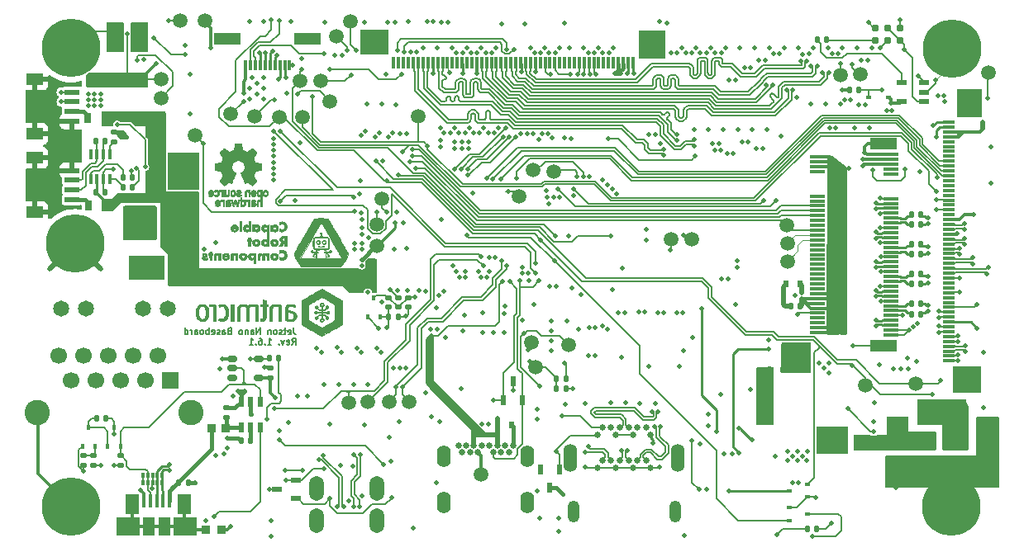
<source format=gbr>
G04 #@! TF.GenerationSoftware,KiCad,Pcbnew,7.0.1*
G04 #@! TF.CreationDate,2023-05-22T16:21:24+08:00*
G04 #@! TF.ProjectId,jetson-nano-baseboard,6a657473-6f6e-42d6-9e61-6e6f2d626173,1.6.1*
G04 #@! TF.SameCoordinates,Original*
G04 #@! TF.FileFunction,Copper,L8,Bot*
G04 #@! TF.FilePolarity,Positive*
%FSLAX46Y46*%
G04 Gerber Fmt 4.6, Leading zero omitted, Abs format (unit mm)*
G04 Created by KiCad (PCBNEW 7.0.1) date 2023-05-22 16:21:24*
%MOMM*%
%LPD*%
G01*
G04 APERTURE LIST*
G04 Aperture macros list*
%AMRoundRect*
0 Rectangle with rounded corners*
0 $1 Rounding radius*
0 $2 $3 $4 $5 $6 $7 $8 $9 X,Y pos of 4 corners*
0 Add a 4 corners polygon primitive as box body*
4,1,4,$2,$3,$4,$5,$6,$7,$8,$9,$2,$3,0*
0 Add four circle primitives for the rounded corners*
1,1,$1+$1,$2,$3*
1,1,$1+$1,$4,$5*
1,1,$1+$1,$6,$7*
1,1,$1+$1,$8,$9*
0 Add four rect primitives between the rounded corners*
20,1,$1+$1,$2,$3,$4,$5,0*
20,1,$1+$1,$4,$5,$6,$7,0*
20,1,$1+$1,$6,$7,$8,$9,0*
20,1,$1+$1,$8,$9,$2,$3,0*%
G04 Aperture macros list end*
%ADD10C,0.150000*%
G04 #@! TA.AperFunction,NonConductor*
%ADD11C,0.150000*%
G04 #@! TD*
G04 #@! TA.AperFunction,EtchedComponent*
%ADD12C,0.001395*%
G04 #@! TD*
G04 #@! TA.AperFunction,EtchedComponent*
%ADD13C,0.000313*%
G04 #@! TD*
G04 #@! TA.AperFunction,EtchedComponent*
%ADD14C,0.010000*%
G04 #@! TD*
G04 #@! TA.AperFunction,ComponentPad*
%ADD15C,0.650000*%
G04 #@! TD*
G04 #@! TA.AperFunction,ComponentPad*
%ADD16O,1.400000X2.850000*%
G04 #@! TD*
G04 #@! TA.AperFunction,ComponentPad*
%ADD17O,1.200000X2.250000*%
G04 #@! TD*
G04 #@! TA.AperFunction,ComponentPad*
%ADD18O,4.500000X2.000000*%
G04 #@! TD*
G04 #@! TA.AperFunction,ComponentPad*
%ADD19O,1.990000X4.000000*%
G04 #@! TD*
G04 #@! TA.AperFunction,ComponentPad*
%ADD20O,4.000000X2.000000*%
G04 #@! TD*
G04 #@! TA.AperFunction,SMDPad,CuDef*
%ADD21O,1.400000X2.240000*%
G04 #@! TD*
G04 #@! TA.AperFunction,ComponentPad*
%ADD22O,1.000000X1.600000*%
G04 #@! TD*
G04 #@! TA.AperFunction,ComponentPad*
%ADD23O,1.500000X2.550000*%
G04 #@! TD*
G04 #@! TA.AperFunction,ComponentPad*
%ADD24R,1.700000X1.700000*%
G04 #@! TD*
G04 #@! TA.AperFunction,ComponentPad*
%ADD25C,1.700000*%
G04 #@! TD*
G04 #@! TA.AperFunction,ComponentPad*
%ADD26C,1.650000*%
G04 #@! TD*
G04 #@! TA.AperFunction,ComponentPad*
%ADD27C,2.600000*%
G04 #@! TD*
G04 #@! TA.AperFunction,SMDPad,CuDef*
%ADD28C,1.500000*%
G04 #@! TD*
G04 #@! TA.AperFunction,ComponentPad*
%ADD29C,6.000000*%
G04 #@! TD*
G04 #@! TA.AperFunction,SMDPad,CuDef*
%ADD30R,0.970000X0.960000*%
G04 #@! TD*
G04 #@! TA.AperFunction,SMDPad,CuDef*
%ADD31R,0.600000X0.800000*%
G04 #@! TD*
G04 #@! TA.AperFunction,SMDPad,CuDef*
%ADD32RoundRect,0.147500X-0.147500X-0.172500X0.147500X-0.172500X0.147500X0.172500X-0.147500X0.172500X0*%
G04 #@! TD*
G04 #@! TA.AperFunction,SMDPad,CuDef*
%ADD33RoundRect,0.147500X0.147500X0.172500X-0.147500X0.172500X-0.147500X-0.172500X0.147500X-0.172500X0*%
G04 #@! TD*
G04 #@! TA.AperFunction,SMDPad,CuDef*
%ADD34R,1.550000X0.300000*%
G04 #@! TD*
G04 #@! TA.AperFunction,SMDPad,CuDef*
%ADD35R,2.750000X1.200000*%
G04 #@! TD*
G04 #@! TA.AperFunction,SMDPad,CuDef*
%ADD36RoundRect,0.147500X0.172500X-0.147500X0.172500X0.147500X-0.172500X0.147500X-0.172500X-0.147500X0*%
G04 #@! TD*
G04 #@! TA.AperFunction,SMDPad,CuDef*
%ADD37RoundRect,0.147500X-0.172500X0.147500X-0.172500X-0.147500X0.172500X-0.147500X0.172500X0.147500X0*%
G04 #@! TD*
G04 #@! TA.AperFunction,SMDPad,CuDef*
%ADD38C,0.787000*%
G04 #@! TD*
G04 #@! TA.AperFunction,SMDPad,CuDef*
%ADD39R,0.300000X1.200000*%
G04 #@! TD*
G04 #@! TA.AperFunction,SMDPad,CuDef*
%ADD40R,2.700000X3.000000*%
G04 #@! TD*
G04 #@! TA.AperFunction,SMDPad,CuDef*
%ADD41R,3.000000X2.500000*%
G04 #@! TD*
G04 #@! TA.AperFunction,SMDPad,CuDef*
%ADD42R,1.200000X0.300000*%
G04 #@! TD*
G04 #@! TA.AperFunction,SMDPad,CuDef*
%ADD43R,3.000000X2.700000*%
G04 #@! TD*
G04 #@! TA.AperFunction,SMDPad,CuDef*
%ADD44R,2.500000X3.000000*%
G04 #@! TD*
G04 #@! TA.AperFunction,SMDPad,CuDef*
%ADD45R,0.400000X0.500000*%
G04 #@! TD*
G04 #@! TA.AperFunction,SMDPad,CuDef*
%ADD46R,0.450000X1.380000*%
G04 #@! TD*
G04 #@! TA.AperFunction,SMDPad,CuDef*
%ADD47R,1.400000X2.100000*%
G04 #@! TD*
G04 #@! TA.AperFunction,SMDPad,CuDef*
%ADD48R,2.370000X1.900000*%
G04 #@! TD*
G04 #@! TA.AperFunction,SMDPad,CuDef*
%ADD49R,1.175000X1.900000*%
G04 #@! TD*
G04 #@! TA.AperFunction,SMDPad,CuDef*
%ADD50R,0.550000X1.000000*%
G04 #@! TD*
G04 #@! TA.AperFunction,SMDPad,CuDef*
%ADD51R,1.000000X0.600000*%
G04 #@! TD*
G04 #@! TA.AperFunction,SMDPad,CuDef*
%ADD52R,0.590000X0.450000*%
G04 #@! TD*
G04 #@! TA.AperFunction,SMDPad,CuDef*
%ADD53R,0.500000X0.400000*%
G04 #@! TD*
G04 #@! TA.AperFunction,SMDPad,CuDef*
%ADD54R,1.800000X1.500000*%
G04 #@! TD*
G04 #@! TA.AperFunction,SMDPad,CuDef*
%ADD55R,1.200000X1.200000*%
G04 #@! TD*
G04 #@! TA.AperFunction,SMDPad,CuDef*
%ADD56R,0.300000X1.000000*%
G04 #@! TD*
G04 #@! TA.AperFunction,SMDPad,CuDef*
%ADD57R,2.700000X1.300000*%
G04 #@! TD*
G04 #@! TA.AperFunction,SMDPad,CuDef*
%ADD58R,0.450000X1.100000*%
G04 #@! TD*
G04 #@! TA.AperFunction,SMDPad,CuDef*
%ADD59RoundRect,0.125000X0.125000X0.175000X-0.125000X0.175000X-0.125000X-0.175000X0.125000X-0.175000X0*%
G04 #@! TD*
G04 #@! TA.AperFunction,SMDPad,CuDef*
%ADD60R,0.762000X1.090000*%
G04 #@! TD*
G04 #@! TA.AperFunction,SMDPad,CuDef*
%ADD61R,0.300000X0.550000*%
G04 #@! TD*
G04 #@! TA.AperFunction,SMDPad,CuDef*
%ADD62R,0.400000X0.550000*%
G04 #@! TD*
G04 #@! TA.AperFunction,SMDPad,CuDef*
%ADD63RoundRect,0.150000X0.375000X-0.150000X0.375000X0.150000X-0.375000X0.150000X-0.375000X-0.150000X0*%
G04 #@! TD*
G04 #@! TA.AperFunction,SMDPad,CuDef*
%ADD64R,1.550000X0.600000*%
G04 #@! TD*
G04 #@! TA.AperFunction,SMDPad,CuDef*
%ADD65R,1.800000X1.200000*%
G04 #@! TD*
G04 #@! TA.AperFunction,SMDPad,CuDef*
%ADD66R,2.300000X2.500000*%
G04 #@! TD*
G04 #@! TA.AperFunction,SMDPad,CuDef*
%ADD67R,1.016000X1.700000*%
G04 #@! TD*
G04 #@! TA.AperFunction,SMDPad,CuDef*
%ADD68R,1.000000X0.550000*%
G04 #@! TD*
G04 #@! TA.AperFunction,SMDPad,CuDef*
%ADD69R,0.950000X0.950000*%
G04 #@! TD*
G04 #@! TA.AperFunction,ViaPad*
%ADD70C,0.500000*%
G04 #@! TD*
G04 #@! TA.AperFunction,Conductor*
%ADD71C,0.300000*%
G04 #@! TD*
G04 #@! TA.AperFunction,Conductor*
%ADD72C,0.250000*%
G04 #@! TD*
G04 #@! TA.AperFunction,Conductor*
%ADD73C,0.500000*%
G04 #@! TD*
G04 #@! TA.AperFunction,Conductor*
%ADD74C,0.400000*%
G04 #@! TD*
G04 #@! TA.AperFunction,Conductor*
%ADD75C,0.150000*%
G04 #@! TD*
G04 #@! TA.AperFunction,Conductor*
%ADD76C,0.200000*%
G04 #@! TD*
G04 #@! TA.AperFunction,Conductor*
%ADD77C,0.180000*%
G04 #@! TD*
G04 #@! TA.AperFunction,Conductor*
%ADD78C,0.125000*%
G04 #@! TD*
G04 #@! TA.AperFunction,Conductor*
%ADD79C,0.220000*%
G04 #@! TD*
G04 #@! TA.AperFunction,Conductor*
%ADD80C,0.230000*%
G04 #@! TD*
G04 #@! TA.AperFunction,Conductor*
%ADD81C,0.210000*%
G04 #@! TD*
G04 #@! TA.AperFunction,Conductor*
%ADD82C,0.152400*%
G04 #@! TD*
G04 APERTURE END LIST*
D10*
D11*
X102804828Y-107605212D02*
X102804828Y-108069498D01*
X102804828Y-108069498D02*
X102835781Y-108162355D01*
X102835781Y-108162355D02*
X102897685Y-108224260D01*
X102897685Y-108224260D02*
X102990543Y-108255212D01*
X102990543Y-108255212D02*
X103052447Y-108255212D01*
X102247686Y-108224260D02*
X102309590Y-108255212D01*
X102309590Y-108255212D02*
X102433400Y-108255212D01*
X102433400Y-108255212D02*
X102495305Y-108224260D01*
X102495305Y-108224260D02*
X102526257Y-108162355D01*
X102526257Y-108162355D02*
X102526257Y-107914736D01*
X102526257Y-107914736D02*
X102495305Y-107852831D01*
X102495305Y-107852831D02*
X102433400Y-107821879D01*
X102433400Y-107821879D02*
X102309590Y-107821879D01*
X102309590Y-107821879D02*
X102247686Y-107852831D01*
X102247686Y-107852831D02*
X102216733Y-107914736D01*
X102216733Y-107914736D02*
X102216733Y-107976640D01*
X102216733Y-107976640D02*
X102526257Y-108038545D01*
X102031019Y-107821879D02*
X101783400Y-107821879D01*
X101938162Y-107605212D02*
X101938162Y-108162355D01*
X101938162Y-108162355D02*
X101907209Y-108224260D01*
X101907209Y-108224260D02*
X101845304Y-108255212D01*
X101845304Y-108255212D02*
X101783400Y-108255212D01*
X101597685Y-108224260D02*
X101535780Y-108255212D01*
X101535780Y-108255212D02*
X101411971Y-108255212D01*
X101411971Y-108255212D02*
X101350066Y-108224260D01*
X101350066Y-108224260D02*
X101319114Y-108162355D01*
X101319114Y-108162355D02*
X101319114Y-108131402D01*
X101319114Y-108131402D02*
X101350066Y-108069498D01*
X101350066Y-108069498D02*
X101411971Y-108038545D01*
X101411971Y-108038545D02*
X101504828Y-108038545D01*
X101504828Y-108038545D02*
X101566733Y-108007593D01*
X101566733Y-108007593D02*
X101597685Y-107945688D01*
X101597685Y-107945688D02*
X101597685Y-107914736D01*
X101597685Y-107914736D02*
X101566733Y-107852831D01*
X101566733Y-107852831D02*
X101504828Y-107821879D01*
X101504828Y-107821879D02*
X101411971Y-107821879D01*
X101411971Y-107821879D02*
X101350066Y-107852831D01*
X100947685Y-108255212D02*
X101009590Y-108224260D01*
X101009590Y-108224260D02*
X101040543Y-108193307D01*
X101040543Y-108193307D02*
X101071495Y-108131402D01*
X101071495Y-108131402D02*
X101071495Y-107945688D01*
X101071495Y-107945688D02*
X101040543Y-107883783D01*
X101040543Y-107883783D02*
X101009590Y-107852831D01*
X101009590Y-107852831D02*
X100947685Y-107821879D01*
X100947685Y-107821879D02*
X100854828Y-107821879D01*
X100854828Y-107821879D02*
X100792924Y-107852831D01*
X100792924Y-107852831D02*
X100761971Y-107883783D01*
X100761971Y-107883783D02*
X100731019Y-107945688D01*
X100731019Y-107945688D02*
X100731019Y-108131402D01*
X100731019Y-108131402D02*
X100761971Y-108193307D01*
X100761971Y-108193307D02*
X100792924Y-108224260D01*
X100792924Y-108224260D02*
X100854828Y-108255212D01*
X100854828Y-108255212D02*
X100947685Y-108255212D01*
X100452448Y-107821879D02*
X100452448Y-108255212D01*
X100452448Y-107883783D02*
X100421495Y-107852831D01*
X100421495Y-107852831D02*
X100359590Y-107821879D01*
X100359590Y-107821879D02*
X100266733Y-107821879D01*
X100266733Y-107821879D02*
X100204829Y-107852831D01*
X100204829Y-107852831D02*
X100173876Y-107914736D01*
X100173876Y-107914736D02*
X100173876Y-108255212D01*
X99369115Y-108255212D02*
X99369115Y-107605212D01*
X99369115Y-107605212D02*
X98997686Y-108255212D01*
X98997686Y-108255212D02*
X98997686Y-107605212D01*
X98409591Y-108255212D02*
X98409591Y-107914736D01*
X98409591Y-107914736D02*
X98440544Y-107852831D01*
X98440544Y-107852831D02*
X98502448Y-107821879D01*
X98502448Y-107821879D02*
X98626258Y-107821879D01*
X98626258Y-107821879D02*
X98688163Y-107852831D01*
X98409591Y-108224260D02*
X98471496Y-108255212D01*
X98471496Y-108255212D02*
X98626258Y-108255212D01*
X98626258Y-108255212D02*
X98688163Y-108224260D01*
X98688163Y-108224260D02*
X98719115Y-108162355D01*
X98719115Y-108162355D02*
X98719115Y-108100450D01*
X98719115Y-108100450D02*
X98688163Y-108038545D01*
X98688163Y-108038545D02*
X98626258Y-108007593D01*
X98626258Y-108007593D02*
X98471496Y-108007593D01*
X98471496Y-108007593D02*
X98409591Y-107976640D01*
X98100068Y-107821879D02*
X98100068Y-108255212D01*
X98100068Y-107883783D02*
X98069115Y-107852831D01*
X98069115Y-107852831D02*
X98007210Y-107821879D01*
X98007210Y-107821879D02*
X97914353Y-107821879D01*
X97914353Y-107821879D02*
X97852449Y-107852831D01*
X97852449Y-107852831D02*
X97821496Y-107914736D01*
X97821496Y-107914736D02*
X97821496Y-108255212D01*
X97419115Y-108255212D02*
X97481020Y-108224260D01*
X97481020Y-108224260D02*
X97511973Y-108193307D01*
X97511973Y-108193307D02*
X97542925Y-108131402D01*
X97542925Y-108131402D02*
X97542925Y-107945688D01*
X97542925Y-107945688D02*
X97511973Y-107883783D01*
X97511973Y-107883783D02*
X97481020Y-107852831D01*
X97481020Y-107852831D02*
X97419115Y-107821879D01*
X97419115Y-107821879D02*
X97326258Y-107821879D01*
X97326258Y-107821879D02*
X97264354Y-107852831D01*
X97264354Y-107852831D02*
X97233401Y-107883783D01*
X97233401Y-107883783D02*
X97202449Y-107945688D01*
X97202449Y-107945688D02*
X97202449Y-108131402D01*
X97202449Y-108131402D02*
X97233401Y-108193307D01*
X97233401Y-108193307D02*
X97264354Y-108224260D01*
X97264354Y-108224260D02*
X97326258Y-108255212D01*
X97326258Y-108255212D02*
X97419115Y-108255212D01*
X96211973Y-107914736D02*
X96119116Y-107945688D01*
X96119116Y-107945688D02*
X96088163Y-107976640D01*
X96088163Y-107976640D02*
X96057211Y-108038545D01*
X96057211Y-108038545D02*
X96057211Y-108131402D01*
X96057211Y-108131402D02*
X96088163Y-108193307D01*
X96088163Y-108193307D02*
X96119116Y-108224260D01*
X96119116Y-108224260D02*
X96181021Y-108255212D01*
X96181021Y-108255212D02*
X96428640Y-108255212D01*
X96428640Y-108255212D02*
X96428640Y-107605212D01*
X96428640Y-107605212D02*
X96211973Y-107605212D01*
X96211973Y-107605212D02*
X96150068Y-107636164D01*
X96150068Y-107636164D02*
X96119116Y-107667117D01*
X96119116Y-107667117D02*
X96088163Y-107729021D01*
X96088163Y-107729021D02*
X96088163Y-107790926D01*
X96088163Y-107790926D02*
X96119116Y-107852831D01*
X96119116Y-107852831D02*
X96150068Y-107883783D01*
X96150068Y-107883783D02*
X96211973Y-107914736D01*
X96211973Y-107914736D02*
X96428640Y-107914736D01*
X95500068Y-108255212D02*
X95500068Y-107914736D01*
X95500068Y-107914736D02*
X95531021Y-107852831D01*
X95531021Y-107852831D02*
X95592925Y-107821879D01*
X95592925Y-107821879D02*
X95716735Y-107821879D01*
X95716735Y-107821879D02*
X95778640Y-107852831D01*
X95500068Y-108224260D02*
X95561973Y-108255212D01*
X95561973Y-108255212D02*
X95716735Y-108255212D01*
X95716735Y-108255212D02*
X95778640Y-108224260D01*
X95778640Y-108224260D02*
X95809592Y-108162355D01*
X95809592Y-108162355D02*
X95809592Y-108100450D01*
X95809592Y-108100450D02*
X95778640Y-108038545D01*
X95778640Y-108038545D02*
X95716735Y-108007593D01*
X95716735Y-108007593D02*
X95561973Y-108007593D01*
X95561973Y-108007593D02*
X95500068Y-107976640D01*
X95221497Y-108224260D02*
X95159592Y-108255212D01*
X95159592Y-108255212D02*
X95035783Y-108255212D01*
X95035783Y-108255212D02*
X94973878Y-108224260D01*
X94973878Y-108224260D02*
X94942926Y-108162355D01*
X94942926Y-108162355D02*
X94942926Y-108131402D01*
X94942926Y-108131402D02*
X94973878Y-108069498D01*
X94973878Y-108069498D02*
X95035783Y-108038545D01*
X95035783Y-108038545D02*
X95128640Y-108038545D01*
X95128640Y-108038545D02*
X95190545Y-108007593D01*
X95190545Y-108007593D02*
X95221497Y-107945688D01*
X95221497Y-107945688D02*
X95221497Y-107914736D01*
X95221497Y-107914736D02*
X95190545Y-107852831D01*
X95190545Y-107852831D02*
X95128640Y-107821879D01*
X95128640Y-107821879D02*
X95035783Y-107821879D01*
X95035783Y-107821879D02*
X94973878Y-107852831D01*
X94416736Y-108224260D02*
X94478640Y-108255212D01*
X94478640Y-108255212D02*
X94602450Y-108255212D01*
X94602450Y-108255212D02*
X94664355Y-108224260D01*
X94664355Y-108224260D02*
X94695307Y-108162355D01*
X94695307Y-108162355D02*
X94695307Y-107914736D01*
X94695307Y-107914736D02*
X94664355Y-107852831D01*
X94664355Y-107852831D02*
X94602450Y-107821879D01*
X94602450Y-107821879D02*
X94478640Y-107821879D01*
X94478640Y-107821879D02*
X94416736Y-107852831D01*
X94416736Y-107852831D02*
X94385783Y-107914736D01*
X94385783Y-107914736D02*
X94385783Y-107976640D01*
X94385783Y-107976640D02*
X94695307Y-108038545D01*
X94107212Y-108255212D02*
X94107212Y-107605212D01*
X94107212Y-107852831D02*
X94045307Y-107821879D01*
X94045307Y-107821879D02*
X93921497Y-107821879D01*
X93921497Y-107821879D02*
X93859593Y-107852831D01*
X93859593Y-107852831D02*
X93828640Y-107883783D01*
X93828640Y-107883783D02*
X93797688Y-107945688D01*
X93797688Y-107945688D02*
X93797688Y-108131402D01*
X93797688Y-108131402D02*
X93828640Y-108193307D01*
X93828640Y-108193307D02*
X93859593Y-108224260D01*
X93859593Y-108224260D02*
X93921497Y-108255212D01*
X93921497Y-108255212D02*
X94045307Y-108255212D01*
X94045307Y-108255212D02*
X94107212Y-108224260D01*
X93426259Y-108255212D02*
X93488164Y-108224260D01*
X93488164Y-108224260D02*
X93519117Y-108193307D01*
X93519117Y-108193307D02*
X93550069Y-108131402D01*
X93550069Y-108131402D02*
X93550069Y-107945688D01*
X93550069Y-107945688D02*
X93519117Y-107883783D01*
X93519117Y-107883783D02*
X93488164Y-107852831D01*
X93488164Y-107852831D02*
X93426259Y-107821879D01*
X93426259Y-107821879D02*
X93333402Y-107821879D01*
X93333402Y-107821879D02*
X93271498Y-107852831D01*
X93271498Y-107852831D02*
X93240545Y-107883783D01*
X93240545Y-107883783D02*
X93209593Y-107945688D01*
X93209593Y-107945688D02*
X93209593Y-108131402D01*
X93209593Y-108131402D02*
X93240545Y-108193307D01*
X93240545Y-108193307D02*
X93271498Y-108224260D01*
X93271498Y-108224260D02*
X93333402Y-108255212D01*
X93333402Y-108255212D02*
X93426259Y-108255212D01*
X92652450Y-108255212D02*
X92652450Y-107914736D01*
X92652450Y-107914736D02*
X92683403Y-107852831D01*
X92683403Y-107852831D02*
X92745307Y-107821879D01*
X92745307Y-107821879D02*
X92869117Y-107821879D01*
X92869117Y-107821879D02*
X92931022Y-107852831D01*
X92652450Y-108224260D02*
X92714355Y-108255212D01*
X92714355Y-108255212D02*
X92869117Y-108255212D01*
X92869117Y-108255212D02*
X92931022Y-108224260D01*
X92931022Y-108224260D02*
X92961974Y-108162355D01*
X92961974Y-108162355D02*
X92961974Y-108100450D01*
X92961974Y-108100450D02*
X92931022Y-108038545D01*
X92931022Y-108038545D02*
X92869117Y-108007593D01*
X92869117Y-108007593D02*
X92714355Y-108007593D01*
X92714355Y-108007593D02*
X92652450Y-107976640D01*
X92342927Y-108255212D02*
X92342927Y-107821879D01*
X92342927Y-107945688D02*
X92311974Y-107883783D01*
X92311974Y-107883783D02*
X92281022Y-107852831D01*
X92281022Y-107852831D02*
X92219117Y-107821879D01*
X92219117Y-107821879D02*
X92157212Y-107821879D01*
X91661974Y-108255212D02*
X91661974Y-107605212D01*
X91661974Y-108224260D02*
X91723879Y-108255212D01*
X91723879Y-108255212D02*
X91847688Y-108255212D01*
X91847688Y-108255212D02*
X91909593Y-108224260D01*
X91909593Y-108224260D02*
X91940546Y-108193307D01*
X91940546Y-108193307D02*
X91971498Y-108131402D01*
X91971498Y-108131402D02*
X91971498Y-107945688D01*
X91971498Y-107945688D02*
X91940546Y-107883783D01*
X91940546Y-107883783D02*
X91909593Y-107852831D01*
X91909593Y-107852831D02*
X91847688Y-107821879D01*
X91847688Y-107821879D02*
X91723879Y-107821879D01*
X91723879Y-107821879D02*
X91661974Y-107852831D01*
X102619114Y-109308212D02*
X102835781Y-108998688D01*
X102990543Y-109308212D02*
X102990543Y-108658212D01*
X102990543Y-108658212D02*
X102742924Y-108658212D01*
X102742924Y-108658212D02*
X102681019Y-108689164D01*
X102681019Y-108689164D02*
X102650066Y-108720117D01*
X102650066Y-108720117D02*
X102619114Y-108782021D01*
X102619114Y-108782021D02*
X102619114Y-108874879D01*
X102619114Y-108874879D02*
X102650066Y-108936783D01*
X102650066Y-108936783D02*
X102681019Y-108967736D01*
X102681019Y-108967736D02*
X102742924Y-108998688D01*
X102742924Y-108998688D02*
X102990543Y-108998688D01*
X102092924Y-109277260D02*
X102154828Y-109308212D01*
X102154828Y-109308212D02*
X102278638Y-109308212D01*
X102278638Y-109308212D02*
X102340543Y-109277260D01*
X102340543Y-109277260D02*
X102371495Y-109215355D01*
X102371495Y-109215355D02*
X102371495Y-108967736D01*
X102371495Y-108967736D02*
X102340543Y-108905831D01*
X102340543Y-108905831D02*
X102278638Y-108874879D01*
X102278638Y-108874879D02*
X102154828Y-108874879D01*
X102154828Y-108874879D02*
X102092924Y-108905831D01*
X102092924Y-108905831D02*
X102061971Y-108967736D01*
X102061971Y-108967736D02*
X102061971Y-109029640D01*
X102061971Y-109029640D02*
X102371495Y-109091545D01*
X101845304Y-108874879D02*
X101690542Y-109308212D01*
X101690542Y-109308212D02*
X101535781Y-108874879D01*
X101288162Y-109246307D02*
X101257209Y-109277260D01*
X101257209Y-109277260D02*
X101288162Y-109308212D01*
X101288162Y-109308212D02*
X101319114Y-109277260D01*
X101319114Y-109277260D02*
X101288162Y-109246307D01*
X101288162Y-109246307D02*
X101288162Y-109308212D01*
X100142923Y-109308212D02*
X100514352Y-109308212D01*
X100328638Y-109308212D02*
X100328638Y-108658212D01*
X100328638Y-108658212D02*
X100390542Y-108751069D01*
X100390542Y-108751069D02*
X100452447Y-108812974D01*
X100452447Y-108812974D02*
X100514352Y-108843926D01*
X99864352Y-109246307D02*
X99833399Y-109277260D01*
X99833399Y-109277260D02*
X99864352Y-109308212D01*
X99864352Y-109308212D02*
X99895304Y-109277260D01*
X99895304Y-109277260D02*
X99864352Y-109246307D01*
X99864352Y-109246307D02*
X99864352Y-109308212D01*
X99276256Y-108658212D02*
X99400066Y-108658212D01*
X99400066Y-108658212D02*
X99461970Y-108689164D01*
X99461970Y-108689164D02*
X99492923Y-108720117D01*
X99492923Y-108720117D02*
X99554828Y-108812974D01*
X99554828Y-108812974D02*
X99585780Y-108936783D01*
X99585780Y-108936783D02*
X99585780Y-109184402D01*
X99585780Y-109184402D02*
X99554828Y-109246307D01*
X99554828Y-109246307D02*
X99523875Y-109277260D01*
X99523875Y-109277260D02*
X99461970Y-109308212D01*
X99461970Y-109308212D02*
X99338161Y-109308212D01*
X99338161Y-109308212D02*
X99276256Y-109277260D01*
X99276256Y-109277260D02*
X99245304Y-109246307D01*
X99245304Y-109246307D02*
X99214351Y-109184402D01*
X99214351Y-109184402D02*
X99214351Y-109029640D01*
X99214351Y-109029640D02*
X99245304Y-108967736D01*
X99245304Y-108967736D02*
X99276256Y-108936783D01*
X99276256Y-108936783D02*
X99338161Y-108905831D01*
X99338161Y-108905831D02*
X99461970Y-108905831D01*
X99461970Y-108905831D02*
X99523875Y-108936783D01*
X99523875Y-108936783D02*
X99554828Y-108967736D01*
X99554828Y-108967736D02*
X99585780Y-109029640D01*
X98935780Y-109246307D02*
X98904827Y-109277260D01*
X98904827Y-109277260D02*
X98935780Y-109308212D01*
X98935780Y-109308212D02*
X98966732Y-109277260D01*
X98966732Y-109277260D02*
X98935780Y-109246307D01*
X98935780Y-109246307D02*
X98935780Y-109308212D01*
X98285779Y-109308212D02*
X98657208Y-109308212D01*
X98471494Y-109308212D02*
X98471494Y-108658212D01*
X98471494Y-108658212D02*
X98533398Y-108751069D01*
X98533398Y-108751069D02*
X98595303Y-108812974D01*
X98595303Y-108812974D02*
X98657208Y-108843926D01*
D12*
X94230026Y-105159930D02*
X94306078Y-105162145D01*
X94369637Y-105164760D01*
X94457571Y-105170727D01*
X94532399Y-105179794D01*
X94600605Y-105193066D01*
X94668673Y-105211649D01*
X94743085Y-105236648D01*
X94828715Y-105267331D01*
X94828715Y-106859420D01*
X94545251Y-106859420D01*
X94545251Y-105394271D01*
X94512771Y-105381666D01*
X94499244Y-105376863D01*
X94427977Y-105361415D01*
X94346698Y-105356204D01*
X94264699Y-105361364D01*
X94191271Y-105377028D01*
X94188562Y-105377730D01*
X94177653Y-105375496D01*
X94167206Y-105361672D01*
X94155113Y-105332494D01*
X94139264Y-105284197D01*
X94133395Y-105265109D01*
X94120528Y-105221106D01*
X94111591Y-105187381D01*
X94108244Y-105170037D01*
X94108587Y-105168401D01*
X94116827Y-105163472D01*
X94138048Y-105160488D01*
X94174899Y-105159343D01*
X94230026Y-105159930D01*
G04 #@! TA.AperFunction,EtchedComponent*
G36*
X94230026Y-105159930D02*
G01*
X94306078Y-105162145D01*
X94369637Y-105164760D01*
X94457571Y-105170727D01*
X94532399Y-105179794D01*
X94600605Y-105193066D01*
X94668673Y-105211649D01*
X94743085Y-105236648D01*
X94828715Y-105267331D01*
X94828715Y-106859420D01*
X94545251Y-106859420D01*
X94545251Y-105394271D01*
X94512771Y-105381666D01*
X94499244Y-105376863D01*
X94427977Y-105361415D01*
X94346698Y-105356204D01*
X94264699Y-105361364D01*
X94191271Y-105377028D01*
X94188562Y-105377730D01*
X94177653Y-105375496D01*
X94167206Y-105361672D01*
X94155113Y-105332494D01*
X94139264Y-105284197D01*
X94133395Y-105265109D01*
X94120528Y-105221106D01*
X94111591Y-105187381D01*
X94108244Y-105170037D01*
X94108587Y-105168401D01*
X94116827Y-105163472D01*
X94138048Y-105160488D01*
X94174899Y-105159343D01*
X94230026Y-105159930D01*
G37*
G04 #@! TD.AperFunction*
X97679027Y-105164829D02*
X97799108Y-105189179D01*
X97906488Y-105232798D01*
X98002119Y-105295991D01*
X98051514Y-105336068D01*
X98129085Y-105277355D01*
X98153478Y-105259585D01*
X98212769Y-105223236D01*
X98274371Y-105196800D01*
X98343535Y-105178742D01*
X98425514Y-105167531D01*
X98525558Y-105161634D01*
X98650231Y-105161538D01*
X98770304Y-105171841D01*
X98888684Y-105194196D01*
X99015402Y-105230002D01*
X99127919Y-105266044D01*
X99127919Y-106859420D01*
X98856266Y-106859420D01*
X98856266Y-105397722D01*
X98823786Y-105385585D01*
X98803123Y-105377990D01*
X98769659Y-105366948D01*
X98737984Y-105359275D01*
X98699662Y-105353118D01*
X98646256Y-105346626D01*
X98548325Y-105341546D01*
X98451658Y-105351057D01*
X98369040Y-105375875D01*
X98301937Y-105415351D01*
X98251816Y-105468833D01*
X98220142Y-105535670D01*
X98217551Y-105549908D01*
X98214570Y-105584806D01*
X98212090Y-105638698D01*
X98210095Y-105712355D01*
X98208570Y-105806547D01*
X98207499Y-105922045D01*
X98206868Y-106059620D01*
X98206661Y-106220044D01*
X98206661Y-106859420D01*
X97923197Y-106859420D01*
X97923197Y-105491185D01*
X97873000Y-105447471D01*
X97816415Y-105405709D01*
X97737163Y-105367143D01*
X97654593Y-105346010D01*
X97572192Y-105342031D01*
X97493443Y-105354927D01*
X97421833Y-105384422D01*
X97360845Y-105430237D01*
X97313966Y-105492093D01*
X97279498Y-105554304D01*
X97276163Y-106206862D01*
X97272829Y-106859420D01*
X96990128Y-106859420D01*
X96990128Y-106234018D01*
X96990160Y-106128024D01*
X96990388Y-105996907D01*
X96990967Y-105885843D01*
X96992050Y-105792745D01*
X96993790Y-105715521D01*
X96996340Y-105652083D01*
X96999851Y-105600340D01*
X97004476Y-105558203D01*
X97010368Y-105523583D01*
X97017679Y-105494391D01*
X97026562Y-105468535D01*
X97037169Y-105443927D01*
X97049653Y-105418478D01*
X97081175Y-105365700D01*
X97146826Y-105291907D01*
X97229454Y-105234124D01*
X97328615Y-105192569D01*
X97443868Y-105167460D01*
X97574772Y-105159016D01*
X97679027Y-105164829D01*
G04 #@! TA.AperFunction,EtchedComponent*
G36*
X97679027Y-105164829D02*
G01*
X97799108Y-105189179D01*
X97906488Y-105232798D01*
X98002119Y-105295991D01*
X98051514Y-105336068D01*
X98129085Y-105277355D01*
X98153478Y-105259585D01*
X98212769Y-105223236D01*
X98274371Y-105196800D01*
X98343535Y-105178742D01*
X98425514Y-105167531D01*
X98525558Y-105161634D01*
X98650231Y-105161538D01*
X98770304Y-105171841D01*
X98888684Y-105194196D01*
X99015402Y-105230002D01*
X99127919Y-105266044D01*
X99127919Y-106859420D01*
X98856266Y-106859420D01*
X98856266Y-105397722D01*
X98823786Y-105385585D01*
X98803123Y-105377990D01*
X98769659Y-105366948D01*
X98737984Y-105359275D01*
X98699662Y-105353118D01*
X98646256Y-105346626D01*
X98548325Y-105341546D01*
X98451658Y-105351057D01*
X98369040Y-105375875D01*
X98301937Y-105415351D01*
X98251816Y-105468833D01*
X98220142Y-105535670D01*
X98217551Y-105549908D01*
X98214570Y-105584806D01*
X98212090Y-105638698D01*
X98210095Y-105712355D01*
X98208570Y-105806547D01*
X98207499Y-105922045D01*
X98206868Y-106059620D01*
X98206661Y-106220044D01*
X98206661Y-106859420D01*
X97923197Y-106859420D01*
X97923197Y-105491185D01*
X97873000Y-105447471D01*
X97816415Y-105405709D01*
X97737163Y-105367143D01*
X97654593Y-105346010D01*
X97572192Y-105342031D01*
X97493443Y-105354927D01*
X97421833Y-105384422D01*
X97360845Y-105430237D01*
X97313966Y-105492093D01*
X97279498Y-105554304D01*
X97276163Y-106206862D01*
X97272829Y-106859420D01*
X96990128Y-106859420D01*
X96990128Y-106234018D01*
X96990160Y-106128024D01*
X96990388Y-105996907D01*
X96990967Y-105885843D01*
X96992050Y-105792745D01*
X96993790Y-105715521D01*
X96996340Y-105652083D01*
X96999851Y-105600340D01*
X97004476Y-105558203D01*
X97010368Y-105523583D01*
X97017679Y-105494391D01*
X97026562Y-105468535D01*
X97037169Y-105443927D01*
X97049653Y-105418478D01*
X97081175Y-105365700D01*
X97146826Y-105291907D01*
X97229454Y-105234124D01*
X97328615Y-105192569D01*
X97443868Y-105167460D01*
X97574772Y-105159016D01*
X97679027Y-105164829D01*
G37*
G04 #@! TD.AperFunction*
X103069107Y-106341376D02*
X103070612Y-106351789D01*
X103071234Y-106406879D01*
X103058374Y-106516617D01*
X103026237Y-106612812D01*
X102975040Y-106695231D01*
X102904998Y-106763638D01*
X102816327Y-106817799D01*
X102709242Y-106857477D01*
X102583959Y-106882439D01*
X102520016Y-106888592D01*
X102398787Y-106890535D01*
X102272912Y-106881799D01*
X102149173Y-106863245D01*
X102034354Y-106835733D01*
X101935238Y-106800124D01*
X101879882Y-106775638D01*
X101879882Y-106668223D01*
X102139724Y-106668223D01*
X102195826Y-106688402D01*
X102203009Y-106690787D01*
X102252637Y-106701590D01*
X102316576Y-106709215D01*
X102387328Y-106713382D01*
X102457398Y-106713808D01*
X102519289Y-106710211D01*
X102565504Y-106702309D01*
X102601680Y-106690286D01*
X102677302Y-106649842D01*
X102735249Y-106594025D01*
X102775066Y-106523540D01*
X102796301Y-106439089D01*
X102798497Y-106341376D01*
X102797497Y-106329686D01*
X102778999Y-106244759D01*
X102741124Y-106170398D01*
X102683302Y-106106091D01*
X102604964Y-106051325D01*
X102505539Y-106005585D01*
X102384458Y-105968360D01*
X102365952Y-105963834D01*
X102307092Y-105950664D01*
X102250979Y-105939663D01*
X102207637Y-105932845D01*
X102139724Y-105924651D01*
X102139724Y-106668223D01*
X101879882Y-106668223D01*
X101879882Y-106199063D01*
X101879948Y-106130976D01*
X101880451Y-106003951D01*
X101881419Y-105888750D01*
X101882815Y-105787339D01*
X101884602Y-105701685D01*
X101886743Y-105633753D01*
X101889200Y-105585509D01*
X101891938Y-105558921D01*
X101905728Y-105505373D01*
X101935590Y-105430319D01*
X101974125Y-105361694D01*
X102017044Y-105308093D01*
X102046147Y-105281251D01*
X102105338Y-105238944D01*
X102173819Y-105206652D01*
X102258688Y-105180633D01*
X102333462Y-105166635D01*
X102446594Y-105159091D01*
X102567710Y-105164011D01*
X102690303Y-105180735D01*
X102807867Y-105208604D01*
X102913893Y-105246960D01*
X102942746Y-105260390D01*
X102968416Y-105274022D01*
X102978305Y-105281732D01*
X102977762Y-105284559D01*
X102971349Y-105304510D01*
X102959780Y-105336801D01*
X102945673Y-105374515D01*
X102931643Y-105410731D01*
X102920309Y-105438533D01*
X102914285Y-105451002D01*
X102903711Y-105449469D01*
X102877100Y-105440563D01*
X102840778Y-105426153D01*
X102830645Y-105421953D01*
X102715550Y-105382823D01*
X102601184Y-105358808D01*
X102492626Y-105350672D01*
X102394959Y-105359178D01*
X102359081Y-105367266D01*
X102284124Y-105396165D01*
X102226323Y-105439224D01*
X102184450Y-105497951D01*
X102157278Y-105573858D01*
X102143580Y-105668454D01*
X102136501Y-105768762D01*
X102258947Y-105783602D01*
X102261069Y-105783861D01*
X102403057Y-105806492D01*
X102537004Y-105838170D01*
X102659841Y-105877756D01*
X102768500Y-105924115D01*
X102859913Y-105976109D01*
X102931013Y-106032603D01*
X102963190Y-106066991D01*
X103019575Y-106150794D01*
X103055234Y-106245387D01*
X103069107Y-106341376D01*
G04 #@! TA.AperFunction,EtchedComponent*
G36*
X103069107Y-106341376D02*
G01*
X103070612Y-106351789D01*
X103071234Y-106406879D01*
X103058374Y-106516617D01*
X103026237Y-106612812D01*
X102975040Y-106695231D01*
X102904998Y-106763638D01*
X102816327Y-106817799D01*
X102709242Y-106857477D01*
X102583959Y-106882439D01*
X102520016Y-106888592D01*
X102398787Y-106890535D01*
X102272912Y-106881799D01*
X102149173Y-106863245D01*
X102034354Y-106835733D01*
X101935238Y-106800124D01*
X101879882Y-106775638D01*
X101879882Y-106668223D01*
X102139724Y-106668223D01*
X102195826Y-106688402D01*
X102203009Y-106690787D01*
X102252637Y-106701590D01*
X102316576Y-106709215D01*
X102387328Y-106713382D01*
X102457398Y-106713808D01*
X102519289Y-106710211D01*
X102565504Y-106702309D01*
X102601680Y-106690286D01*
X102677302Y-106649842D01*
X102735249Y-106594025D01*
X102775066Y-106523540D01*
X102796301Y-106439089D01*
X102798497Y-106341376D01*
X102797497Y-106329686D01*
X102778999Y-106244759D01*
X102741124Y-106170398D01*
X102683302Y-106106091D01*
X102604964Y-106051325D01*
X102505539Y-106005585D01*
X102384458Y-105968360D01*
X102365952Y-105963834D01*
X102307092Y-105950664D01*
X102250979Y-105939663D01*
X102207637Y-105932845D01*
X102139724Y-105924651D01*
X102139724Y-106668223D01*
X101879882Y-106668223D01*
X101879882Y-106199063D01*
X101879948Y-106130976D01*
X101880451Y-106003951D01*
X101881419Y-105888750D01*
X101882815Y-105787339D01*
X101884602Y-105701685D01*
X101886743Y-105633753D01*
X101889200Y-105585509D01*
X101891938Y-105558921D01*
X101905728Y-105505373D01*
X101935590Y-105430319D01*
X101974125Y-105361694D01*
X102017044Y-105308093D01*
X102046147Y-105281251D01*
X102105338Y-105238944D01*
X102173819Y-105206652D01*
X102258688Y-105180633D01*
X102333462Y-105166635D01*
X102446594Y-105159091D01*
X102567710Y-105164011D01*
X102690303Y-105180735D01*
X102807867Y-105208604D01*
X102913893Y-105246960D01*
X102942746Y-105260390D01*
X102968416Y-105274022D01*
X102978305Y-105281732D01*
X102977762Y-105284559D01*
X102971349Y-105304510D01*
X102959780Y-105336801D01*
X102945673Y-105374515D01*
X102931643Y-105410731D01*
X102920309Y-105438533D01*
X102914285Y-105451002D01*
X102903711Y-105449469D01*
X102877100Y-105440563D01*
X102840778Y-105426153D01*
X102830645Y-105421953D01*
X102715550Y-105382823D01*
X102601184Y-105358808D01*
X102492626Y-105350672D01*
X102394959Y-105359178D01*
X102359081Y-105367266D01*
X102284124Y-105396165D01*
X102226323Y-105439224D01*
X102184450Y-105497951D01*
X102157278Y-105573858D01*
X102143580Y-105668454D01*
X102136501Y-105768762D01*
X102258947Y-105783602D01*
X102261069Y-105783861D01*
X102403057Y-105806492D01*
X102537004Y-105838170D01*
X102659841Y-105877756D01*
X102768500Y-105924115D01*
X102859913Y-105976109D01*
X102931013Y-106032603D01*
X102963190Y-106066991D01*
X103019575Y-106150794D01*
X103055234Y-106245387D01*
X103069107Y-106341376D01*
G37*
G04 #@! TD.AperFunction*
X101008014Y-105164914D02*
X101090031Y-105166647D01*
X101158019Y-105170922D01*
X101218309Y-105178671D01*
X101277233Y-105190825D01*
X101341120Y-105208317D01*
X101416300Y-105232079D01*
X101525552Y-105267918D01*
X101525552Y-106859420D01*
X101242267Y-106859420D01*
X101239225Y-106125373D01*
X101236182Y-105391325D01*
X101191628Y-105375901D01*
X101129564Y-105359306D01*
X101044410Y-105346600D01*
X100956770Y-105342293D01*
X100877584Y-105347380D01*
X100849421Y-105351935D01*
X100774116Y-105372109D01*
X100714543Y-105403059D01*
X100665691Y-105447143D01*
X100664748Y-105448217D01*
X100649645Y-105466082D01*
X100636806Y-105483801D01*
X100626048Y-105503356D01*
X100617188Y-105526726D01*
X100610042Y-105555894D01*
X100604425Y-105592838D01*
X100600153Y-105639540D01*
X100597043Y-105697981D01*
X100594911Y-105770141D01*
X100593573Y-105858000D01*
X100592845Y-105963539D01*
X100592543Y-106088739D01*
X100592483Y-106235581D01*
X100592483Y-106859420D01*
X100309019Y-106859420D01*
X100309019Y-106230013D01*
X100309076Y-106084802D01*
X100309361Y-105959457D01*
X100310046Y-105853568D01*
X100311303Y-105765040D01*
X100313302Y-105691779D01*
X100316215Y-105631690D01*
X100320214Y-105582679D01*
X100325469Y-105542651D01*
X100332152Y-105509513D01*
X100340434Y-105481170D01*
X100350487Y-105455527D01*
X100362482Y-105430491D01*
X100376590Y-105403966D01*
X100420774Y-105339899D01*
X100487965Y-105278169D01*
X100574479Y-105227255D01*
X100681570Y-105186264D01*
X100694342Y-105182540D01*
X100727208Y-105175128D01*
X100765533Y-105169992D01*
X100813852Y-105166778D01*
X100876703Y-105165135D01*
X100958624Y-105164709D01*
X101008014Y-105164914D01*
G04 #@! TA.AperFunction,EtchedComponent*
G36*
X101008014Y-105164914D02*
G01*
X101090031Y-105166647D01*
X101158019Y-105170922D01*
X101218309Y-105178671D01*
X101277233Y-105190825D01*
X101341120Y-105208317D01*
X101416300Y-105232079D01*
X101525552Y-105267918D01*
X101525552Y-106859420D01*
X101242267Y-106859420D01*
X101239225Y-106125373D01*
X101236182Y-105391325D01*
X101191628Y-105375901D01*
X101129564Y-105359306D01*
X101044410Y-105346600D01*
X100956770Y-105342293D01*
X100877584Y-105347380D01*
X100849421Y-105351935D01*
X100774116Y-105372109D01*
X100714543Y-105403059D01*
X100665691Y-105447143D01*
X100664748Y-105448217D01*
X100649645Y-105466082D01*
X100636806Y-105483801D01*
X100626048Y-105503356D01*
X100617188Y-105526726D01*
X100610042Y-105555894D01*
X100604425Y-105592838D01*
X100600153Y-105639540D01*
X100597043Y-105697981D01*
X100594911Y-105770141D01*
X100593573Y-105858000D01*
X100592845Y-105963539D01*
X100592543Y-106088739D01*
X100592483Y-106235581D01*
X100592483Y-106859420D01*
X100309019Y-106859420D01*
X100309019Y-106230013D01*
X100309076Y-106084802D01*
X100309361Y-105959457D01*
X100310046Y-105853568D01*
X100311303Y-105765040D01*
X100313302Y-105691779D01*
X100316215Y-105631690D01*
X100320214Y-105582679D01*
X100325469Y-105542651D01*
X100332152Y-105509513D01*
X100340434Y-105481170D01*
X100350487Y-105455527D01*
X100362482Y-105430491D01*
X100376590Y-105403966D01*
X100420774Y-105339899D01*
X100487965Y-105278169D01*
X100574479Y-105227255D01*
X100681570Y-105186264D01*
X100694342Y-105182540D01*
X100727208Y-105175128D01*
X100765533Y-105169992D01*
X100813852Y-105166778D01*
X100876703Y-105165135D01*
X100958624Y-105164709D01*
X101008014Y-105164914D01*
G37*
G04 #@! TD.AperFunction*
X107759101Y-106009028D02*
X107759437Y-106151126D01*
X107759668Y-106350539D01*
X107759580Y-106528615D01*
X107759176Y-106685068D01*
X107758456Y-106819612D01*
X107757423Y-106931963D01*
X107756080Y-107021836D01*
X107754429Y-107088944D01*
X107752471Y-107133003D01*
X107750209Y-107153727D01*
X107746962Y-107166647D01*
X107743804Y-107179482D01*
X107740132Y-107191562D01*
X107734996Y-107203485D01*
X107727446Y-107215849D01*
X107716534Y-107229254D01*
X107701309Y-107244298D01*
X107680822Y-107261580D01*
X107654123Y-107281699D01*
X107620264Y-107305252D01*
X107578294Y-107332840D01*
X107527264Y-107365059D01*
X107466224Y-107402510D01*
X107394225Y-107445791D01*
X107310318Y-107495500D01*
X107213553Y-107552236D01*
X107102979Y-107616597D01*
X106977649Y-107689183D01*
X106836613Y-107770593D01*
X106678920Y-107861423D01*
X106503621Y-107962274D01*
X106309767Y-108073744D01*
X106096409Y-108196432D01*
X105747985Y-108396816D01*
X105659402Y-108392264D01*
X105570820Y-108387712D01*
X104621299Y-107839117D01*
X104551391Y-107798728D01*
X104394315Y-107707953D01*
X104255952Y-107627865D01*
X104135077Y-107557649D01*
X104030462Y-107496488D01*
X103940882Y-107443564D01*
X103865109Y-107398061D01*
X103801918Y-107359162D01*
X103750083Y-107326050D01*
X103708377Y-107297909D01*
X103675573Y-107273921D01*
X103650446Y-107253270D01*
X103631768Y-107235140D01*
X103618314Y-107218713D01*
X103608858Y-107203172D01*
X103602173Y-107187701D01*
X103597032Y-107171483D01*
X103592210Y-107153702D01*
X103590432Y-107139679D01*
X103588409Y-107100851D01*
X103586691Y-107038924D01*
X103585279Y-106954191D01*
X103584178Y-106846945D01*
X103583387Y-106717479D01*
X103582911Y-106566086D01*
X103582751Y-106393060D01*
X103582908Y-106198694D01*
X103583300Y-106022023D01*
X104312948Y-106022023D01*
X104312968Y-106173712D01*
X104313118Y-106303729D01*
X104313531Y-106413880D01*
X104314339Y-106505972D01*
X104315676Y-106581812D01*
X104317675Y-106643205D01*
X104320468Y-106691959D01*
X104324189Y-106729880D01*
X104328970Y-106758775D01*
X104334944Y-106780451D01*
X104342245Y-106796713D01*
X104351005Y-106809369D01*
X104361357Y-106820225D01*
X104373434Y-106831088D01*
X104374094Y-106831637D01*
X104391281Y-106843083D01*
X104426520Y-106864792D01*
X104477575Y-106895470D01*
X104542208Y-106933823D01*
X104618178Y-106978556D01*
X104703249Y-107028373D01*
X104795181Y-107081981D01*
X104891736Y-107138085D01*
X104990677Y-107195390D01*
X105089763Y-107252601D01*
X105186758Y-107308424D01*
X105279422Y-107361564D01*
X105365517Y-107410727D01*
X105442805Y-107454617D01*
X105509047Y-107491941D01*
X105562005Y-107521403D01*
X105599441Y-107541709D01*
X105619115Y-107551564D01*
X105633503Y-107557496D01*
X105657764Y-107565288D01*
X105678235Y-107564816D01*
X105707519Y-107556831D01*
X105711141Y-107555370D01*
X105734235Y-107543685D01*
X105774697Y-107521811D01*
X105830303Y-107491027D01*
X105898829Y-107452615D01*
X105978049Y-107407854D01*
X106065739Y-107358025D01*
X106159675Y-107304408D01*
X106257632Y-107248284D01*
X106357386Y-107190932D01*
X106456713Y-107133633D01*
X106553387Y-107077667D01*
X106645185Y-107024315D01*
X106729882Y-106974857D01*
X106805253Y-106930573D01*
X106869074Y-106892743D01*
X106919121Y-106862649D01*
X106953168Y-106841569D01*
X106968992Y-106830785D01*
X106969979Y-106829924D01*
X106981917Y-106819251D01*
X106992141Y-106808419D01*
X107000784Y-106795621D01*
X107007978Y-106779055D01*
X107013856Y-106756915D01*
X107018552Y-106727396D01*
X107022197Y-106688693D01*
X107024926Y-106639001D01*
X107026870Y-106576517D01*
X107028163Y-106499434D01*
X107028938Y-106405949D01*
X107029327Y-106294256D01*
X107029462Y-106162551D01*
X107029478Y-106009028D01*
X107029460Y-105876801D01*
X107029325Y-105741830D01*
X107028954Y-105627159D01*
X107028226Y-105530995D01*
X107027021Y-105451545D01*
X107025221Y-105387013D01*
X107022705Y-105335606D01*
X107019354Y-105295531D01*
X107015049Y-105264992D01*
X107009668Y-105242197D01*
X107003093Y-105225351D01*
X106995204Y-105212659D01*
X106985882Y-105202329D01*
X106975006Y-105192567D01*
X106961455Y-105183630D01*
X106929159Y-105163919D01*
X106880051Y-105134590D01*
X106815983Y-105096733D01*
X106738809Y-105051433D01*
X106650381Y-104999779D01*
X106552553Y-104942858D01*
X106447178Y-104881758D01*
X106336108Y-104817567D01*
X106253581Y-104769982D01*
X106135693Y-104702181D01*
X106035595Y-104644913D01*
X105951679Y-104597319D01*
X105882337Y-104558541D01*
X105825961Y-104527719D01*
X105780943Y-104503995D01*
X105745675Y-104486510D01*
X105718550Y-104474406D01*
X105697959Y-104466823D01*
X105682294Y-104462903D01*
X105669948Y-104461787D01*
X105665016Y-104461969D01*
X105651294Y-104464177D01*
X105633551Y-104469588D01*
X105610152Y-104479073D01*
X105579456Y-104493503D01*
X105539829Y-104513749D01*
X105489630Y-104540684D01*
X105427224Y-104575179D01*
X105350973Y-104618104D01*
X105259238Y-104670332D01*
X105150383Y-104732734D01*
X105022770Y-104806182D01*
X104933460Y-104857720D01*
X104827520Y-104919043D01*
X104728364Y-104976643D01*
X104637949Y-105029373D01*
X104558233Y-105076083D01*
X104491174Y-105115628D01*
X104438729Y-105146858D01*
X104402856Y-105168627D01*
X104385514Y-105179785D01*
X104379978Y-105183843D01*
X104366324Y-105194156D01*
X104354661Y-105204777D01*
X104344834Y-105217498D01*
X104336684Y-105234115D01*
X104330056Y-105256419D01*
X104324791Y-105286205D01*
X104320734Y-105325265D01*
X104317727Y-105375394D01*
X104315613Y-105438384D01*
X104314235Y-105516030D01*
X104313436Y-105610123D01*
X104313060Y-105722458D01*
X104312950Y-105854829D01*
X104312948Y-106009028D01*
X104312948Y-106022023D01*
X103583300Y-106022023D01*
X103583386Y-105983280D01*
X103586572Y-104857455D01*
X103618693Y-104802814D01*
X103657177Y-104753614D01*
X103707276Y-104712473D01*
X103710469Y-104710476D01*
X103738418Y-104693603D01*
X103783810Y-104666779D01*
X103844840Y-104631040D01*
X103919704Y-104587425D01*
X104006599Y-104536969D01*
X104103721Y-104480711D01*
X104209263Y-104419688D01*
X104321424Y-104354937D01*
X104438399Y-104287496D01*
X104558382Y-104218401D01*
X104679571Y-104148691D01*
X104800161Y-104079402D01*
X104918348Y-104011572D01*
X105032328Y-103946239D01*
X105140296Y-103884439D01*
X105240448Y-103827209D01*
X105330980Y-103775589D01*
X105410089Y-103730613D01*
X105475969Y-103693321D01*
X105526816Y-103664748D01*
X105560827Y-103645934D01*
X105576198Y-103637914D01*
X105577015Y-103637577D01*
X105625881Y-103626375D01*
X105689165Y-103625357D01*
X105692848Y-103625604D01*
X105705408Y-103626797D01*
X105718535Y-103629060D01*
X105733556Y-103633108D01*
X105751796Y-103639660D01*
X105774580Y-103649432D01*
X105803233Y-103663141D01*
X105839081Y-103681504D01*
X105883449Y-103705240D01*
X105937663Y-103735063D01*
X106003048Y-103771693D01*
X106080929Y-103815846D01*
X106172632Y-103868239D01*
X106279482Y-103929590D01*
X106402805Y-104000614D01*
X106543926Y-104082031D01*
X106704169Y-104174556D01*
X106718838Y-104183028D01*
X106856300Y-104262574D01*
X106988264Y-104339197D01*
X107113231Y-104412012D01*
X107229704Y-104480135D01*
X107336183Y-104542682D01*
X107431170Y-104598767D01*
X107513168Y-104647507D01*
X107580677Y-104688018D01*
X107632199Y-104719414D01*
X107666235Y-104740811D01*
X107681288Y-104751325D01*
X107686254Y-104755914D01*
X107697956Y-104766254D01*
X107708272Y-104775712D01*
X107717293Y-104785730D01*
X107725109Y-104797749D01*
X107731812Y-104813210D01*
X107737493Y-104833555D01*
X107742243Y-104860225D01*
X107746152Y-104894662D01*
X107749312Y-104938306D01*
X107751814Y-104992599D01*
X107753748Y-105058983D01*
X107755205Y-105138899D01*
X107756278Y-105233788D01*
X107757055Y-105345092D01*
X107757629Y-105474252D01*
X107758091Y-105622709D01*
X107758531Y-105791904D01*
X107759040Y-105983280D01*
X107759101Y-106009028D01*
G04 #@! TA.AperFunction,EtchedComponent*
G36*
X107759101Y-106009028D02*
G01*
X107759437Y-106151126D01*
X107759668Y-106350539D01*
X107759580Y-106528615D01*
X107759176Y-106685068D01*
X107758456Y-106819612D01*
X107757423Y-106931963D01*
X107756080Y-107021836D01*
X107754429Y-107088944D01*
X107752471Y-107133003D01*
X107750209Y-107153727D01*
X107746962Y-107166647D01*
X107743804Y-107179482D01*
X107740132Y-107191562D01*
X107734996Y-107203485D01*
X107727446Y-107215849D01*
X107716534Y-107229254D01*
X107701309Y-107244298D01*
X107680822Y-107261580D01*
X107654123Y-107281699D01*
X107620264Y-107305252D01*
X107578294Y-107332840D01*
X107527264Y-107365059D01*
X107466224Y-107402510D01*
X107394225Y-107445791D01*
X107310318Y-107495500D01*
X107213553Y-107552236D01*
X107102979Y-107616597D01*
X106977649Y-107689183D01*
X106836613Y-107770593D01*
X106678920Y-107861423D01*
X106503621Y-107962274D01*
X106309767Y-108073744D01*
X106096409Y-108196432D01*
X105747985Y-108396816D01*
X105659402Y-108392264D01*
X105570820Y-108387712D01*
X104621299Y-107839117D01*
X104551391Y-107798728D01*
X104394315Y-107707953D01*
X104255952Y-107627865D01*
X104135077Y-107557649D01*
X104030462Y-107496488D01*
X103940882Y-107443564D01*
X103865109Y-107398061D01*
X103801918Y-107359162D01*
X103750083Y-107326050D01*
X103708377Y-107297909D01*
X103675573Y-107273921D01*
X103650446Y-107253270D01*
X103631768Y-107235140D01*
X103618314Y-107218713D01*
X103608858Y-107203172D01*
X103602173Y-107187701D01*
X103597032Y-107171483D01*
X103592210Y-107153702D01*
X103590432Y-107139679D01*
X103588409Y-107100851D01*
X103586691Y-107038924D01*
X103585279Y-106954191D01*
X103584178Y-106846945D01*
X103583387Y-106717479D01*
X103582911Y-106566086D01*
X103582751Y-106393060D01*
X103582908Y-106198694D01*
X103583300Y-106022023D01*
X104312948Y-106022023D01*
X104312968Y-106173712D01*
X104313118Y-106303729D01*
X104313531Y-106413880D01*
X104314339Y-106505972D01*
X104315676Y-106581812D01*
X104317675Y-106643205D01*
X104320468Y-106691959D01*
X104324189Y-106729880D01*
X104328970Y-106758775D01*
X104334944Y-106780451D01*
X104342245Y-106796713D01*
X104351005Y-106809369D01*
X104361357Y-106820225D01*
X104373434Y-106831088D01*
X104374094Y-106831637D01*
X104391281Y-106843083D01*
X104426520Y-106864792D01*
X104477575Y-106895470D01*
X104542208Y-106933823D01*
X104618178Y-106978556D01*
X104703249Y-107028373D01*
X104795181Y-107081981D01*
X104891736Y-107138085D01*
X104990677Y-107195390D01*
X105089763Y-107252601D01*
X105186758Y-107308424D01*
X105279422Y-107361564D01*
X105365517Y-107410727D01*
X105442805Y-107454617D01*
X105509047Y-107491941D01*
X105562005Y-107521403D01*
X105599441Y-107541709D01*
X105619115Y-107551564D01*
X105633503Y-107557496D01*
X105657764Y-107565288D01*
X105678235Y-107564816D01*
X105707519Y-107556831D01*
X105711141Y-107555370D01*
X105734235Y-107543685D01*
X105774697Y-107521811D01*
X105830303Y-107491027D01*
X105898829Y-107452615D01*
X105978049Y-107407854D01*
X106065739Y-107358025D01*
X106159675Y-107304408D01*
X106257632Y-107248284D01*
X106357386Y-107190932D01*
X106456713Y-107133633D01*
X106553387Y-107077667D01*
X106645185Y-107024315D01*
X106729882Y-106974857D01*
X106805253Y-106930573D01*
X106869074Y-106892743D01*
X106919121Y-106862649D01*
X106953168Y-106841569D01*
X106968992Y-106830785D01*
X106969979Y-106829924D01*
X106981917Y-106819251D01*
X106992141Y-106808419D01*
X107000784Y-106795621D01*
X107007978Y-106779055D01*
X107013856Y-106756915D01*
X107018552Y-106727396D01*
X107022197Y-106688693D01*
X107024926Y-106639001D01*
X107026870Y-106576517D01*
X107028163Y-106499434D01*
X107028938Y-106405949D01*
X107029327Y-106294256D01*
X107029462Y-106162551D01*
X107029478Y-106009028D01*
X107029460Y-105876801D01*
X107029325Y-105741830D01*
X107028954Y-105627159D01*
X107028226Y-105530995D01*
X107027021Y-105451545D01*
X107025221Y-105387013D01*
X107022705Y-105335606D01*
X107019354Y-105295531D01*
X107015049Y-105264992D01*
X107009668Y-105242197D01*
X107003093Y-105225351D01*
X106995204Y-105212659D01*
X106985882Y-105202329D01*
X106975006Y-105192567D01*
X106961455Y-105183630D01*
X106929159Y-105163919D01*
X106880051Y-105134590D01*
X106815983Y-105096733D01*
X106738809Y-105051433D01*
X106650381Y-104999779D01*
X106552553Y-104942858D01*
X106447178Y-104881758D01*
X106336108Y-104817567D01*
X106253581Y-104769982D01*
X106135693Y-104702181D01*
X106035595Y-104644913D01*
X105951679Y-104597319D01*
X105882337Y-104558541D01*
X105825961Y-104527719D01*
X105780943Y-104503995D01*
X105745675Y-104486510D01*
X105718550Y-104474406D01*
X105697959Y-104466823D01*
X105682294Y-104462903D01*
X105669948Y-104461787D01*
X105665016Y-104461969D01*
X105651294Y-104464177D01*
X105633551Y-104469588D01*
X105610152Y-104479073D01*
X105579456Y-104493503D01*
X105539829Y-104513749D01*
X105489630Y-104540684D01*
X105427224Y-104575179D01*
X105350973Y-104618104D01*
X105259238Y-104670332D01*
X105150383Y-104732734D01*
X105022770Y-104806182D01*
X104933460Y-104857720D01*
X104827520Y-104919043D01*
X104728364Y-104976643D01*
X104637949Y-105029373D01*
X104558233Y-105076083D01*
X104491174Y-105115628D01*
X104438729Y-105146858D01*
X104402856Y-105168627D01*
X104385514Y-105179785D01*
X104379978Y-105183843D01*
X104366324Y-105194156D01*
X104354661Y-105204777D01*
X104344834Y-105217498D01*
X104336684Y-105234115D01*
X104330056Y-105256419D01*
X104324791Y-105286205D01*
X104320734Y-105325265D01*
X104317727Y-105375394D01*
X104315613Y-105438384D01*
X104314235Y-105516030D01*
X104313436Y-105610123D01*
X104313060Y-105722458D01*
X104312950Y-105854829D01*
X104312948Y-106009028D01*
X104312948Y-106022023D01*
X103583300Y-106022023D01*
X103583386Y-105983280D01*
X103586572Y-104857455D01*
X103618693Y-104802814D01*
X103657177Y-104753614D01*
X103707276Y-104712473D01*
X103710469Y-104710476D01*
X103738418Y-104693603D01*
X103783810Y-104666779D01*
X103844840Y-104631040D01*
X103919704Y-104587425D01*
X104006599Y-104536969D01*
X104103721Y-104480711D01*
X104209263Y-104419688D01*
X104321424Y-104354937D01*
X104438399Y-104287496D01*
X104558382Y-104218401D01*
X104679571Y-104148691D01*
X104800161Y-104079402D01*
X104918348Y-104011572D01*
X105032328Y-103946239D01*
X105140296Y-103884439D01*
X105240448Y-103827209D01*
X105330980Y-103775589D01*
X105410089Y-103730613D01*
X105475969Y-103693321D01*
X105526816Y-103664748D01*
X105560827Y-103645934D01*
X105576198Y-103637914D01*
X105577015Y-103637577D01*
X105625881Y-103626375D01*
X105689165Y-103625357D01*
X105692848Y-103625604D01*
X105705408Y-103626797D01*
X105718535Y-103629060D01*
X105733556Y-103633108D01*
X105751796Y-103639660D01*
X105774580Y-103649432D01*
X105803233Y-103663141D01*
X105839081Y-103681504D01*
X105883449Y-103705240D01*
X105937663Y-103735063D01*
X106003048Y-103771693D01*
X106080929Y-103815846D01*
X106172632Y-103868239D01*
X106279482Y-103929590D01*
X106402805Y-104000614D01*
X106543926Y-104082031D01*
X106704169Y-104174556D01*
X106718838Y-104183028D01*
X106856300Y-104262574D01*
X106988264Y-104339197D01*
X107113231Y-104412012D01*
X107229704Y-104480135D01*
X107336183Y-104542682D01*
X107431170Y-104598767D01*
X107513168Y-104647507D01*
X107580677Y-104688018D01*
X107632199Y-104719414D01*
X107666235Y-104740811D01*
X107681288Y-104751325D01*
X107686254Y-104755914D01*
X107697956Y-104766254D01*
X107708272Y-104775712D01*
X107717293Y-104785730D01*
X107725109Y-104797749D01*
X107731812Y-104813210D01*
X107737493Y-104833555D01*
X107742243Y-104860225D01*
X107746152Y-104894662D01*
X107749312Y-104938306D01*
X107751814Y-104992599D01*
X107753748Y-105058983D01*
X107755205Y-105138899D01*
X107756278Y-105233788D01*
X107757055Y-105345092D01*
X107757629Y-105474252D01*
X107758091Y-105622709D01*
X107758531Y-105791904D01*
X107759040Y-105983280D01*
X107759101Y-106009028D01*
G37*
G04 #@! TD.AperFunction*
X95558716Y-105165382D02*
X95620861Y-105177479D01*
X95700549Y-105207141D01*
X95800696Y-105265532D01*
X95888414Y-105343291D01*
X95962947Y-105439562D01*
X96023541Y-105553495D01*
X96069440Y-105684234D01*
X96079591Y-105728869D01*
X96091652Y-105811254D01*
X96099646Y-105905916D01*
X96103374Y-106006211D01*
X96102638Y-106105499D01*
X96097243Y-106197137D01*
X96086989Y-106274485D01*
X96072931Y-106339836D01*
X96030710Y-106474048D01*
X95973982Y-106590798D01*
X95903115Y-106689526D01*
X95818480Y-106769672D01*
X95720446Y-106830674D01*
X95670325Y-106852436D01*
X95617059Y-106871097D01*
X95572808Y-106882325D01*
X95542548Y-106886204D01*
X95470498Y-106889013D01*
X95391127Y-106885787D01*
X95314593Y-106877117D01*
X95251053Y-106863595D01*
X95238869Y-106859841D01*
X95192149Y-106842589D01*
X95148075Y-106822490D01*
X95111563Y-106802201D01*
X95087527Y-106784375D01*
X95080883Y-106771669D01*
X95083411Y-106765326D01*
X95110289Y-106698677D01*
X95130070Y-106651513D01*
X95143864Y-106621401D01*
X95152780Y-106605908D01*
X95157926Y-106602598D01*
X95199197Y-106624384D01*
X95254371Y-106649981D01*
X95301708Y-106665667D01*
X95348378Y-106673599D01*
X95401549Y-106675935D01*
X95404079Y-106675945D01*
X95454755Y-106674934D01*
X95491418Y-106670160D01*
X95523241Y-106659606D01*
X95559393Y-106641258D01*
X95564950Y-106638112D01*
X95636563Y-106583330D01*
X95697513Y-106507916D01*
X95747945Y-106411650D01*
X95788003Y-106294312D01*
X95796813Y-106254917D01*
X95807601Y-106174793D01*
X95813489Y-106082766D01*
X95814477Y-105985840D01*
X95810564Y-105891015D01*
X95801750Y-105805295D01*
X95788035Y-105735680D01*
X95770657Y-105679188D01*
X95729678Y-105581155D01*
X95679965Y-105498329D01*
X95623300Y-105433434D01*
X95561463Y-105389192D01*
X95487469Y-105363298D01*
X95403047Y-105356183D01*
X95313608Y-105368373D01*
X95223300Y-105399738D01*
X95193916Y-105412719D01*
X95164895Y-105424360D01*
X95150317Y-105428615D01*
X95147542Y-105426696D01*
X95136767Y-105409021D01*
X95122558Y-105378373D01*
X95107582Y-105341537D01*
X95094507Y-105305299D01*
X95085999Y-105276444D01*
X95084727Y-105261758D01*
X95086373Y-105259565D01*
X95106951Y-105244559D01*
X95142824Y-105226041D01*
X95187797Y-105206713D01*
X95235674Y-105189279D01*
X95280260Y-105176443D01*
X95323520Y-105168304D01*
X95401294Y-105160768D01*
X95482609Y-105159803D01*
X95558716Y-105165382D01*
G04 #@! TA.AperFunction,EtchedComponent*
G36*
X95558716Y-105165382D02*
G01*
X95620861Y-105177479D01*
X95700549Y-105207141D01*
X95800696Y-105265532D01*
X95888414Y-105343291D01*
X95962947Y-105439562D01*
X96023541Y-105553495D01*
X96069440Y-105684234D01*
X96079591Y-105728869D01*
X96091652Y-105811254D01*
X96099646Y-105905916D01*
X96103374Y-106006211D01*
X96102638Y-106105499D01*
X96097243Y-106197137D01*
X96086989Y-106274485D01*
X96072931Y-106339836D01*
X96030710Y-106474048D01*
X95973982Y-106590798D01*
X95903115Y-106689526D01*
X95818480Y-106769672D01*
X95720446Y-106830674D01*
X95670325Y-106852436D01*
X95617059Y-106871097D01*
X95572808Y-106882325D01*
X95542548Y-106886204D01*
X95470498Y-106889013D01*
X95391127Y-106885787D01*
X95314593Y-106877117D01*
X95251053Y-106863595D01*
X95238869Y-106859841D01*
X95192149Y-106842589D01*
X95148075Y-106822490D01*
X95111563Y-106802201D01*
X95087527Y-106784375D01*
X95080883Y-106771669D01*
X95083411Y-106765326D01*
X95110289Y-106698677D01*
X95130070Y-106651513D01*
X95143864Y-106621401D01*
X95152780Y-106605908D01*
X95157926Y-106602598D01*
X95199197Y-106624384D01*
X95254371Y-106649981D01*
X95301708Y-106665667D01*
X95348378Y-106673599D01*
X95401549Y-106675935D01*
X95404079Y-106675945D01*
X95454755Y-106674934D01*
X95491418Y-106670160D01*
X95523241Y-106659606D01*
X95559393Y-106641258D01*
X95564950Y-106638112D01*
X95636563Y-106583330D01*
X95697513Y-106507916D01*
X95747945Y-106411650D01*
X95788003Y-106294312D01*
X95796813Y-106254917D01*
X95807601Y-106174793D01*
X95813489Y-106082766D01*
X95814477Y-105985840D01*
X95810564Y-105891015D01*
X95801750Y-105805295D01*
X95788035Y-105735680D01*
X95770657Y-105679188D01*
X95729678Y-105581155D01*
X95679965Y-105498329D01*
X95623300Y-105433434D01*
X95561463Y-105389192D01*
X95487469Y-105363298D01*
X95403047Y-105356183D01*
X95313608Y-105368373D01*
X95223300Y-105399738D01*
X95193916Y-105412719D01*
X95164895Y-105424360D01*
X95150317Y-105428615D01*
X95147542Y-105426696D01*
X95136767Y-105409021D01*
X95122558Y-105378373D01*
X95107582Y-105341537D01*
X95094507Y-105305299D01*
X95085999Y-105276444D01*
X95084727Y-105261758D01*
X95086373Y-105259565D01*
X95106951Y-105244559D01*
X95142824Y-105226041D01*
X95187797Y-105206713D01*
X95235674Y-105189279D01*
X95280260Y-105176443D01*
X95323520Y-105168304D01*
X95401294Y-105160768D01*
X95482609Y-105159803D01*
X95558716Y-105165382D01*
G37*
G04 #@! TD.AperFunction*
X99680686Y-104724814D02*
X99711918Y-104733762D01*
X99756318Y-104747079D01*
X99809154Y-104763374D01*
X99942878Y-104805119D01*
X99942878Y-105182258D01*
X100131854Y-105182258D01*
X100131854Y-105371234D01*
X99943687Y-105371234D01*
X99940330Y-105983665D01*
X99936973Y-106596096D01*
X99895634Y-106676517D01*
X99880696Y-106703747D01*
X99833352Y-106768440D01*
X99776128Y-106815584D01*
X99704237Y-106849506D01*
X99677634Y-106857847D01*
X99637207Y-106865634D01*
X99588360Y-106868842D01*
X99523587Y-106868250D01*
X99490772Y-106866939D01*
X99443578Y-106863762D01*
X99408270Y-106859754D01*
X99390714Y-106855480D01*
X99384170Y-106845312D01*
X99378014Y-106811368D01*
X99375925Y-106755377D01*
X99375900Y-106664539D01*
X99449744Y-106668028D01*
X99495722Y-106667456D01*
X99553565Y-106654164D01*
X99597996Y-106624208D01*
X99632545Y-106575807D01*
X99659414Y-106524997D01*
X99659414Y-105371234D01*
X99375950Y-105371234D01*
X99375950Y-105182258D01*
X99659414Y-105182258D01*
X99659414Y-104951943D01*
X99659421Y-104942297D01*
X99659909Y-104872405D01*
X99661078Y-104811812D01*
X99662803Y-104764097D01*
X99664959Y-104732843D01*
X99667422Y-104721629D01*
X99680686Y-104724814D01*
G04 #@! TA.AperFunction,EtchedComponent*
G36*
X99680686Y-104724814D02*
G01*
X99711918Y-104733762D01*
X99756318Y-104747079D01*
X99809154Y-104763374D01*
X99942878Y-104805119D01*
X99942878Y-105182258D01*
X100131854Y-105182258D01*
X100131854Y-105371234D01*
X99943687Y-105371234D01*
X99940330Y-105983665D01*
X99936973Y-106596096D01*
X99895634Y-106676517D01*
X99880696Y-106703747D01*
X99833352Y-106768440D01*
X99776128Y-106815584D01*
X99704237Y-106849506D01*
X99677634Y-106857847D01*
X99637207Y-106865634D01*
X99588360Y-106868842D01*
X99523587Y-106868250D01*
X99490772Y-106866939D01*
X99443578Y-106863762D01*
X99408270Y-106859754D01*
X99390714Y-106855480D01*
X99384170Y-106845312D01*
X99378014Y-106811368D01*
X99375925Y-106755377D01*
X99375900Y-106664539D01*
X99449744Y-106668028D01*
X99495722Y-106667456D01*
X99553565Y-106654164D01*
X99597996Y-106624208D01*
X99632545Y-106575807D01*
X99659414Y-106524997D01*
X99659414Y-105371234D01*
X99375950Y-105371234D01*
X99375950Y-105182258D01*
X99659414Y-105182258D01*
X99659414Y-104951943D01*
X99659421Y-104942297D01*
X99659909Y-104872405D01*
X99661078Y-104811812D01*
X99662803Y-104764097D01*
X99664959Y-104732843D01*
X99667422Y-104721629D01*
X99680686Y-104724814D01*
G37*
G04 #@! TD.AperFunction*
X96635798Y-106859420D02*
X96352334Y-106859420D01*
X96352334Y-105182258D01*
X96635798Y-105182258D01*
X96635798Y-106859420D01*
G04 #@! TA.AperFunction,EtchedComponent*
G36*
X96635798Y-106859420D02*
G01*
X96352334Y-106859420D01*
X96352334Y-105182258D01*
X96635798Y-105182258D01*
X96635798Y-106859420D01*
G37*
G04 #@! TD.AperFunction*
X94079289Y-106014378D02*
X94074878Y-106142862D01*
X94053854Y-106302828D01*
X94028839Y-106410634D01*
X93982943Y-106534424D01*
X93922047Y-106640822D01*
X93846590Y-106729337D01*
X93757009Y-106799479D01*
X93653740Y-106850758D01*
X93537221Y-106882682D01*
X93446504Y-106890923D01*
X93346919Y-106885763D01*
X93247400Y-106868211D01*
X93155273Y-106839566D01*
X93077863Y-106801130D01*
X93028778Y-106765743D01*
X92949681Y-106686791D01*
X92883467Y-106589819D01*
X92830638Y-106476286D01*
X92791696Y-106347653D01*
X92767142Y-106205378D01*
X92757477Y-106050920D01*
X92759153Y-106002565D01*
X93040151Y-106002565D01*
X93046274Y-106150760D01*
X93060379Y-106272333D01*
X93084728Y-106387659D01*
X93118740Y-106483264D01*
X93162972Y-106560347D01*
X93217979Y-106620107D01*
X93284319Y-106663744D01*
X93310372Y-106675314D01*
X93388739Y-106694404D01*
X93466601Y-106691748D01*
X93540997Y-106668559D01*
X93608966Y-106626048D01*
X93667546Y-106565428D01*
X93713777Y-106487912D01*
X93749603Y-106389568D01*
X93776020Y-106273023D01*
X93791796Y-106146216D01*
X93796944Y-106014378D01*
X93791476Y-105882741D01*
X93775405Y-105756536D01*
X93748743Y-105640996D01*
X93711503Y-105541351D01*
X93691071Y-105503565D01*
X93638399Y-105436575D01*
X93575094Y-105386758D01*
X93504424Y-105354895D01*
X93429656Y-105341764D01*
X93354060Y-105348145D01*
X93280902Y-105374817D01*
X93213452Y-105422561D01*
X93182442Y-105455521D01*
X93132510Y-105532189D01*
X93092840Y-105627293D01*
X93063908Y-105738766D01*
X93046187Y-105864545D01*
X93040151Y-106002565D01*
X92759153Y-106002565D01*
X92763204Y-105885737D01*
X92773336Y-105793832D01*
X92802304Y-105651935D01*
X92846287Y-105527531D01*
X92905550Y-105419937D01*
X92980361Y-105328470D01*
X93019429Y-105291966D01*
X93103859Y-105232109D01*
X93197322Y-105190750D01*
X93302900Y-105166711D01*
X93423677Y-105158811D01*
X93460057Y-105159532D01*
X93580156Y-105174701D01*
X93687847Y-105209759D01*
X93783815Y-105264986D01*
X93868749Y-105340664D01*
X93888272Y-105362903D01*
X93954230Y-105459144D01*
X94006879Y-105572176D01*
X94045743Y-105699533D01*
X94070347Y-105838746D01*
X94080217Y-105987344D01*
X94079289Y-106014378D01*
G04 #@! TA.AperFunction,EtchedComponent*
G36*
X94079289Y-106014378D02*
G01*
X94074878Y-106142862D01*
X94053854Y-106302828D01*
X94028839Y-106410634D01*
X93982943Y-106534424D01*
X93922047Y-106640822D01*
X93846590Y-106729337D01*
X93757009Y-106799479D01*
X93653740Y-106850758D01*
X93537221Y-106882682D01*
X93446504Y-106890923D01*
X93346919Y-106885763D01*
X93247400Y-106868211D01*
X93155273Y-106839566D01*
X93077863Y-106801130D01*
X93028778Y-106765743D01*
X92949681Y-106686791D01*
X92883467Y-106589819D01*
X92830638Y-106476286D01*
X92791696Y-106347653D01*
X92767142Y-106205378D01*
X92757477Y-106050920D01*
X92759153Y-106002565D01*
X93040151Y-106002565D01*
X93046274Y-106150760D01*
X93060379Y-106272333D01*
X93084728Y-106387659D01*
X93118740Y-106483264D01*
X93162972Y-106560347D01*
X93217979Y-106620107D01*
X93284319Y-106663744D01*
X93310372Y-106675314D01*
X93388739Y-106694404D01*
X93466601Y-106691748D01*
X93540997Y-106668559D01*
X93608966Y-106626048D01*
X93667546Y-106565428D01*
X93713777Y-106487912D01*
X93749603Y-106389568D01*
X93776020Y-106273023D01*
X93791796Y-106146216D01*
X93796944Y-106014378D01*
X93791476Y-105882741D01*
X93775405Y-105756536D01*
X93748743Y-105640996D01*
X93711503Y-105541351D01*
X93691071Y-105503565D01*
X93638399Y-105436575D01*
X93575094Y-105386758D01*
X93504424Y-105354895D01*
X93429656Y-105341764D01*
X93354060Y-105348145D01*
X93280902Y-105374817D01*
X93213452Y-105422561D01*
X93182442Y-105455521D01*
X93132510Y-105532189D01*
X93092840Y-105627293D01*
X93063908Y-105738766D01*
X93046187Y-105864545D01*
X93040151Y-106002565D01*
X92759153Y-106002565D01*
X92763204Y-105885737D01*
X92773336Y-105793832D01*
X92802304Y-105651935D01*
X92846287Y-105527531D01*
X92905550Y-105419937D01*
X92980361Y-105328470D01*
X93019429Y-105291966D01*
X93103859Y-105232109D01*
X93197322Y-105190750D01*
X93302900Y-105166711D01*
X93423677Y-105158811D01*
X93460057Y-105159532D01*
X93580156Y-105174701D01*
X93687847Y-105209759D01*
X93783815Y-105264986D01*
X93868749Y-105340664D01*
X93888272Y-105362903D01*
X93954230Y-105459144D01*
X94006879Y-105572176D01*
X94045743Y-105699533D01*
X94070347Y-105838746D01*
X94080217Y-105987344D01*
X94079289Y-106014378D01*
G37*
G04 #@! TD.AperFunction*
X105865746Y-105221297D02*
X105860174Y-105276803D01*
X105845775Y-105315855D01*
X105808581Y-105366733D01*
X105753607Y-105402305D01*
X105706646Y-105423024D01*
X105706646Y-105701942D01*
X105912783Y-105701942D01*
X105997668Y-105617624D01*
X106082553Y-105533306D01*
X106076281Y-105472543D01*
X106076128Y-105470920D01*
X106156384Y-105470920D01*
X106169637Y-105498793D01*
X106177764Y-105505125D01*
X106207169Y-105512194D01*
X106238500Y-105504728D01*
X106263415Y-105485922D01*
X106273574Y-105458973D01*
X106269993Y-105447026D01*
X106254572Y-105424158D01*
X106234266Y-105403710D01*
X106217147Y-105394856D01*
X106204336Y-105399548D01*
X106181714Y-105413242D01*
X106160975Y-105439076D01*
X106156384Y-105470920D01*
X106076128Y-105470920D01*
X106074998Y-105458935D01*
X106074716Y-105424869D01*
X106082697Y-105400145D01*
X106101685Y-105374136D01*
X106134933Y-105343811D01*
X106181692Y-105322938D01*
X106229616Y-105320043D01*
X106274676Y-105333022D01*
X106312844Y-105359771D01*
X106340090Y-105398185D01*
X106352387Y-105446160D01*
X106350842Y-105458973D01*
X106345705Y-105501591D01*
X106340390Y-105516983D01*
X106312330Y-105561226D01*
X106269849Y-105587175D01*
X106211788Y-105595643D01*
X106192222Y-105595953D01*
X106170494Y-105598756D01*
X106150284Y-105606819D01*
X106126936Y-105622897D01*
X106095792Y-105649749D01*
X106052196Y-105690131D01*
X105951205Y-105784619D01*
X105706646Y-105784619D01*
X105706646Y-105973595D01*
X106154128Y-105973595D01*
X106174947Y-105938353D01*
X106206999Y-105901367D01*
X106252330Y-105877238D01*
X106302601Y-105870784D01*
X106351822Y-105882682D01*
X106394004Y-105913607D01*
X106405673Y-105928027D01*
X106429525Y-105977400D01*
X106432534Y-106011780D01*
X106433941Y-106027862D01*
X106420799Y-106074920D01*
X106391980Y-106114077D01*
X106349364Y-106140841D01*
X106294830Y-106150716D01*
X106267776Y-106147291D01*
X106226731Y-106131714D01*
X106192489Y-106107907D01*
X106173439Y-106080709D01*
X106172292Y-106077356D01*
X106167852Y-106069787D01*
X106158977Y-106064285D01*
X106142470Y-106060522D01*
X106115134Y-106058168D01*
X106073769Y-106056895D01*
X106015179Y-106056373D01*
X105936165Y-106056272D01*
X105706646Y-106056272D01*
X105706646Y-106233437D01*
X105949293Y-106233437D01*
X106145419Y-106430587D01*
X106200638Y-106425842D01*
X106225985Y-106425177D01*
X106280046Y-106437014D01*
X106320325Y-106467348D01*
X106345346Y-106515266D01*
X106351083Y-106549833D01*
X106353497Y-106564380D01*
X106343018Y-106614027D01*
X106310179Y-106659278D01*
X106272904Y-106687136D01*
X106224493Y-106702222D01*
X106176703Y-106698677D01*
X106133769Y-106678644D01*
X106099923Y-106644263D01*
X106079399Y-106597677D01*
X106077932Y-106569673D01*
X106158817Y-106569673D01*
X106173611Y-106600054D01*
X106195415Y-106618133D01*
X106221196Y-106620065D01*
X106249952Y-106599578D01*
X106268316Y-106575836D01*
X106270570Y-106549833D01*
X106250428Y-106523237D01*
X106232298Y-106511480D01*
X106197458Y-106509775D01*
X106183147Y-106515641D01*
X106162707Y-106538839D01*
X106158817Y-106569673D01*
X106077932Y-106569673D01*
X106076431Y-106541028D01*
X106083039Y-106485234D01*
X105912783Y-106316114D01*
X105706646Y-106316114D01*
X105706646Y-106595990D01*
X105755343Y-106617950D01*
X105763700Y-106621975D01*
X105812376Y-106658638D01*
X105845287Y-106707429D01*
X105862266Y-106763553D01*
X105862728Y-106794459D01*
X105863143Y-106822216D01*
X105847753Y-106878626D01*
X105815928Y-106927987D01*
X105767499Y-106965507D01*
X105766325Y-106966122D01*
X105705161Y-106985444D01*
X105639290Y-106985441D01*
X105577445Y-106966086D01*
X105567031Y-106960341D01*
X105520985Y-106920869D01*
X105491462Y-106870316D01*
X105478330Y-106813444D01*
X105479346Y-106794459D01*
X105560190Y-106794459D01*
X105561207Y-106813057D01*
X105571740Y-106843516D01*
X105598171Y-106872727D01*
X105614210Y-106885589D01*
X105657543Y-106904866D01*
X105700563Y-106900578D01*
X105744255Y-106872727D01*
X105759410Y-106857999D01*
X105777443Y-106829593D01*
X105782236Y-106794459D01*
X105775268Y-106759797D01*
X105750465Y-106720972D01*
X105713675Y-106692998D01*
X105671213Y-106682255D01*
X105636915Y-106689298D01*
X105598500Y-106714364D01*
X105570820Y-106751545D01*
X105560190Y-106794459D01*
X105479346Y-106794459D01*
X105481458Y-106755011D01*
X105500714Y-106699777D01*
X105535966Y-106652504D01*
X105587083Y-106617950D01*
X105635780Y-106595990D01*
X105635780Y-106316114D01*
X105429643Y-106316114D01*
X105259387Y-106485234D01*
X105265995Y-106541028D01*
X105265737Y-106552806D01*
X105264961Y-106588266D01*
X105247253Y-106636800D01*
X105215470Y-106673511D01*
X105173844Y-106696255D01*
X105126609Y-106702892D01*
X105077999Y-106691280D01*
X105032247Y-106659278D01*
X105002646Y-106620555D01*
X104989086Y-106571757D01*
X104989227Y-106570761D01*
X105071971Y-106570761D01*
X105092474Y-106599578D01*
X105116782Y-106618231D01*
X105142692Y-106619939D01*
X105169569Y-106599220D01*
X105180870Y-106582189D01*
X105184715Y-106552806D01*
X105172839Y-106527561D01*
X105150104Y-106511158D01*
X105121371Y-106508299D01*
X105091500Y-106523688D01*
X105073895Y-106544960D01*
X105071971Y-106570761D01*
X104989227Y-106570761D01*
X104997080Y-106515266D01*
X105005233Y-106493900D01*
X105036580Y-106452958D01*
X105082590Y-106429968D01*
X105141788Y-106425842D01*
X105197007Y-106430587D01*
X105393133Y-106233437D01*
X105635780Y-106233437D01*
X105635780Y-106056272D01*
X105406843Y-106056272D01*
X105388149Y-106056276D01*
X105313782Y-106056466D01*
X105259191Y-106057171D01*
X105221204Y-106058702D01*
X105196651Y-106061370D01*
X105182361Y-106065485D01*
X105175162Y-106071359D01*
X105171884Y-106079301D01*
X105170475Y-106083154D01*
X105153549Y-106105119D01*
X105126215Y-106126501D01*
X105115551Y-106132535D01*
X105063128Y-106149442D01*
X105014032Y-106146895D01*
X104971103Y-106128296D01*
X104937183Y-106097048D01*
X104915114Y-106056553D01*
X104909944Y-106024076D01*
X104988774Y-106024076D01*
X105003161Y-106043654D01*
X105023764Y-106060528D01*
X105055449Y-106066517D01*
X105085725Y-106049523D01*
X105098052Y-106032449D01*
X105099858Y-106019074D01*
X106239702Y-106019074D01*
X106256701Y-106049523D01*
X106276787Y-106063505D01*
X106308346Y-106064997D01*
X106339265Y-106043654D01*
X106351197Y-106028829D01*
X106354617Y-106011780D01*
X106343642Y-105987635D01*
X106320017Y-105959921D01*
X106291270Y-105952669D01*
X106260884Y-105968485D01*
X106245516Y-105987368D01*
X106243324Y-105999323D01*
X106239702Y-106019074D01*
X105099858Y-106019074D01*
X105102525Y-105999323D01*
X105085096Y-105967905D01*
X105082907Y-105965818D01*
X105053818Y-105952596D01*
X105023768Y-105960297D01*
X104998772Y-105987552D01*
X104989451Y-106006275D01*
X104988774Y-106024076D01*
X104909944Y-106024076D01*
X104907737Y-106010213D01*
X104917892Y-105961430D01*
X104948422Y-105913607D01*
X104952524Y-105909278D01*
X104994865Y-105881457D01*
X105044145Y-105871345D01*
X105094010Y-105878190D01*
X105138104Y-105901243D01*
X105170069Y-105939755D01*
X105187569Y-105973595D01*
X105635780Y-105973595D01*
X105635780Y-105784619D01*
X105391221Y-105784619D01*
X105290230Y-105690131D01*
X105261342Y-105663247D01*
X105225823Y-105631518D01*
X105199899Y-105611665D01*
X105178983Y-105600916D01*
X105158487Y-105596499D01*
X105133822Y-105595643D01*
X105124174Y-105595428D01*
X105067234Y-105583268D01*
X105024523Y-105553326D01*
X104997907Y-105506821D01*
X104991108Y-105466726D01*
X105070536Y-105466726D01*
X105087412Y-105494406D01*
X105112011Y-105508888D01*
X105145278Y-105511621D01*
X105172789Y-105498793D01*
X105185996Y-105471266D01*
X105181594Y-105439413D01*
X105160712Y-105413242D01*
X105158871Y-105411958D01*
X105133562Y-105397512D01*
X105114944Y-105399416D01*
X105092474Y-105418478D01*
X105076460Y-105438371D01*
X105070536Y-105466726D01*
X104991108Y-105466726D01*
X104989580Y-105457718D01*
X104998483Y-105408440D01*
X105023025Y-105367977D01*
X105059217Y-105338507D01*
X105103072Y-105322209D01*
X105150603Y-105321262D01*
X105197822Y-105337845D01*
X105240741Y-105374136D01*
X105247746Y-105382693D01*
X105263150Y-105407203D01*
X105268368Y-105433611D01*
X105266218Y-105471266D01*
X105266145Y-105472543D01*
X105259873Y-105533306D01*
X105344758Y-105617624D01*
X105429643Y-105701942D01*
X105635780Y-105701942D01*
X105635780Y-105424358D01*
X105586843Y-105400749D01*
X105545930Y-105375797D01*
X105505367Y-105330433D01*
X105481913Y-105269926D01*
X105479034Y-105254186D01*
X105479731Y-105232190D01*
X105560282Y-105232190D01*
X105572118Y-105273024D01*
X105606963Y-105310628D01*
X105612114Y-105314473D01*
X105656588Y-105333475D01*
X105701544Y-105331225D01*
X105741759Y-105309062D01*
X105772009Y-105268324D01*
X105780522Y-105248386D01*
X105784968Y-105221297D01*
X105776937Y-105192680D01*
X105755959Y-105156449D01*
X105719798Y-105125472D01*
X105678227Y-105113170D01*
X105636107Y-105119625D01*
X105598294Y-105144922D01*
X105569649Y-105189142D01*
X105560282Y-105232190D01*
X105479731Y-105232190D01*
X105481065Y-105190102D01*
X105503219Y-105130328D01*
X105542776Y-105080181D01*
X105597015Y-105044977D01*
X105607614Y-105040798D01*
X105668917Y-105029617D01*
X105727554Y-105038460D01*
X105780080Y-105064291D01*
X105823050Y-105104076D01*
X105853019Y-105154779D01*
X105866542Y-105213367D01*
X105865746Y-105221297D01*
G04 #@! TA.AperFunction,EtchedComponent*
G36*
X105865746Y-105221297D02*
G01*
X105860174Y-105276803D01*
X105845775Y-105315855D01*
X105808581Y-105366733D01*
X105753607Y-105402305D01*
X105706646Y-105423024D01*
X105706646Y-105701942D01*
X105912783Y-105701942D01*
X105997668Y-105617624D01*
X106082553Y-105533306D01*
X106076281Y-105472543D01*
X106076128Y-105470920D01*
X106156384Y-105470920D01*
X106169637Y-105498793D01*
X106177764Y-105505125D01*
X106207169Y-105512194D01*
X106238500Y-105504728D01*
X106263415Y-105485922D01*
X106273574Y-105458973D01*
X106269993Y-105447026D01*
X106254572Y-105424158D01*
X106234266Y-105403710D01*
X106217147Y-105394856D01*
X106204336Y-105399548D01*
X106181714Y-105413242D01*
X106160975Y-105439076D01*
X106156384Y-105470920D01*
X106076128Y-105470920D01*
X106074998Y-105458935D01*
X106074716Y-105424869D01*
X106082697Y-105400145D01*
X106101685Y-105374136D01*
X106134933Y-105343811D01*
X106181692Y-105322938D01*
X106229616Y-105320043D01*
X106274676Y-105333022D01*
X106312844Y-105359771D01*
X106340090Y-105398185D01*
X106352387Y-105446160D01*
X106350842Y-105458973D01*
X106345705Y-105501591D01*
X106340390Y-105516983D01*
X106312330Y-105561226D01*
X106269849Y-105587175D01*
X106211788Y-105595643D01*
X106192222Y-105595953D01*
X106170494Y-105598756D01*
X106150284Y-105606819D01*
X106126936Y-105622897D01*
X106095792Y-105649749D01*
X106052196Y-105690131D01*
X105951205Y-105784619D01*
X105706646Y-105784619D01*
X105706646Y-105973595D01*
X106154128Y-105973595D01*
X106174947Y-105938353D01*
X106206999Y-105901367D01*
X106252330Y-105877238D01*
X106302601Y-105870784D01*
X106351822Y-105882682D01*
X106394004Y-105913607D01*
X106405673Y-105928027D01*
X106429525Y-105977400D01*
X106432534Y-106011780D01*
X106433941Y-106027862D01*
X106420799Y-106074920D01*
X106391980Y-106114077D01*
X106349364Y-106140841D01*
X106294830Y-106150716D01*
X106267776Y-106147291D01*
X106226731Y-106131714D01*
X106192489Y-106107907D01*
X106173439Y-106080709D01*
X106172292Y-106077356D01*
X106167852Y-106069787D01*
X106158977Y-106064285D01*
X106142470Y-106060522D01*
X106115134Y-106058168D01*
X106073769Y-106056895D01*
X106015179Y-106056373D01*
X105936165Y-106056272D01*
X105706646Y-106056272D01*
X105706646Y-106233437D01*
X105949293Y-106233437D01*
X106145419Y-106430587D01*
X106200638Y-106425842D01*
X106225985Y-106425177D01*
X106280046Y-106437014D01*
X106320325Y-106467348D01*
X106345346Y-106515266D01*
X106351083Y-106549833D01*
X106353497Y-106564380D01*
X106343018Y-106614027D01*
X106310179Y-106659278D01*
X106272904Y-106687136D01*
X106224493Y-106702222D01*
X106176703Y-106698677D01*
X106133769Y-106678644D01*
X106099923Y-106644263D01*
X106079399Y-106597677D01*
X106077932Y-106569673D01*
X106158817Y-106569673D01*
X106173611Y-106600054D01*
X106195415Y-106618133D01*
X106221196Y-106620065D01*
X106249952Y-106599578D01*
X106268316Y-106575836D01*
X106270570Y-106549833D01*
X106250428Y-106523237D01*
X106232298Y-106511480D01*
X106197458Y-106509775D01*
X106183147Y-106515641D01*
X106162707Y-106538839D01*
X106158817Y-106569673D01*
X106077932Y-106569673D01*
X106076431Y-106541028D01*
X106083039Y-106485234D01*
X105912783Y-106316114D01*
X105706646Y-106316114D01*
X105706646Y-106595990D01*
X105755343Y-106617950D01*
X105763700Y-106621975D01*
X105812376Y-106658638D01*
X105845287Y-106707429D01*
X105862266Y-106763553D01*
X105862728Y-106794459D01*
X105863143Y-106822216D01*
X105847753Y-106878626D01*
X105815928Y-106927987D01*
X105767499Y-106965507D01*
X105766325Y-106966122D01*
X105705161Y-106985444D01*
X105639290Y-106985441D01*
X105577445Y-106966086D01*
X105567031Y-106960341D01*
X105520985Y-106920869D01*
X105491462Y-106870316D01*
X105478330Y-106813444D01*
X105479346Y-106794459D01*
X105560190Y-106794459D01*
X105561207Y-106813057D01*
X105571740Y-106843516D01*
X105598171Y-106872727D01*
X105614210Y-106885589D01*
X105657543Y-106904866D01*
X105700563Y-106900578D01*
X105744255Y-106872727D01*
X105759410Y-106857999D01*
X105777443Y-106829593D01*
X105782236Y-106794459D01*
X105775268Y-106759797D01*
X105750465Y-106720972D01*
X105713675Y-106692998D01*
X105671213Y-106682255D01*
X105636915Y-106689298D01*
X105598500Y-106714364D01*
X105570820Y-106751545D01*
X105560190Y-106794459D01*
X105479346Y-106794459D01*
X105481458Y-106755011D01*
X105500714Y-106699777D01*
X105535966Y-106652504D01*
X105587083Y-106617950D01*
X105635780Y-106595990D01*
X105635780Y-106316114D01*
X105429643Y-106316114D01*
X105259387Y-106485234D01*
X105265995Y-106541028D01*
X105265737Y-106552806D01*
X105264961Y-106588266D01*
X105247253Y-106636800D01*
X105215470Y-106673511D01*
X105173844Y-106696255D01*
X105126609Y-106702892D01*
X105077999Y-106691280D01*
X105032247Y-106659278D01*
X105002646Y-106620555D01*
X104989086Y-106571757D01*
X104989227Y-106570761D01*
X105071971Y-106570761D01*
X105092474Y-106599578D01*
X105116782Y-106618231D01*
X105142692Y-106619939D01*
X105169569Y-106599220D01*
X105180870Y-106582189D01*
X105184715Y-106552806D01*
X105172839Y-106527561D01*
X105150104Y-106511158D01*
X105121371Y-106508299D01*
X105091500Y-106523688D01*
X105073895Y-106544960D01*
X105071971Y-106570761D01*
X104989227Y-106570761D01*
X104997080Y-106515266D01*
X105005233Y-106493900D01*
X105036580Y-106452958D01*
X105082590Y-106429968D01*
X105141788Y-106425842D01*
X105197007Y-106430587D01*
X105393133Y-106233437D01*
X105635780Y-106233437D01*
X105635780Y-106056272D01*
X105406843Y-106056272D01*
X105388149Y-106056276D01*
X105313782Y-106056466D01*
X105259191Y-106057171D01*
X105221204Y-106058702D01*
X105196651Y-106061370D01*
X105182361Y-106065485D01*
X105175162Y-106071359D01*
X105171884Y-106079301D01*
X105170475Y-106083154D01*
X105153549Y-106105119D01*
X105126215Y-106126501D01*
X105115551Y-106132535D01*
X105063128Y-106149442D01*
X105014032Y-106146895D01*
X104971103Y-106128296D01*
X104937183Y-106097048D01*
X104915114Y-106056553D01*
X104909944Y-106024076D01*
X104988774Y-106024076D01*
X105003161Y-106043654D01*
X105023764Y-106060528D01*
X105055449Y-106066517D01*
X105085725Y-106049523D01*
X105098052Y-106032449D01*
X105099858Y-106019074D01*
X106239702Y-106019074D01*
X106256701Y-106049523D01*
X106276787Y-106063505D01*
X106308346Y-106064997D01*
X106339265Y-106043654D01*
X106351197Y-106028829D01*
X106354617Y-106011780D01*
X106343642Y-105987635D01*
X106320017Y-105959921D01*
X106291270Y-105952669D01*
X106260884Y-105968485D01*
X106245516Y-105987368D01*
X106243324Y-105999323D01*
X106239702Y-106019074D01*
X105099858Y-106019074D01*
X105102525Y-105999323D01*
X105085096Y-105967905D01*
X105082907Y-105965818D01*
X105053818Y-105952596D01*
X105023768Y-105960297D01*
X104998772Y-105987552D01*
X104989451Y-106006275D01*
X104988774Y-106024076D01*
X104909944Y-106024076D01*
X104907737Y-106010213D01*
X104917892Y-105961430D01*
X104948422Y-105913607D01*
X104952524Y-105909278D01*
X104994865Y-105881457D01*
X105044145Y-105871345D01*
X105094010Y-105878190D01*
X105138104Y-105901243D01*
X105170069Y-105939755D01*
X105187569Y-105973595D01*
X105635780Y-105973595D01*
X105635780Y-105784619D01*
X105391221Y-105784619D01*
X105290230Y-105690131D01*
X105261342Y-105663247D01*
X105225823Y-105631518D01*
X105199899Y-105611665D01*
X105178983Y-105600916D01*
X105158487Y-105596499D01*
X105133822Y-105595643D01*
X105124174Y-105595428D01*
X105067234Y-105583268D01*
X105024523Y-105553326D01*
X104997907Y-105506821D01*
X104991108Y-105466726D01*
X105070536Y-105466726D01*
X105087412Y-105494406D01*
X105112011Y-105508888D01*
X105145278Y-105511621D01*
X105172789Y-105498793D01*
X105185996Y-105471266D01*
X105181594Y-105439413D01*
X105160712Y-105413242D01*
X105158871Y-105411958D01*
X105133562Y-105397512D01*
X105114944Y-105399416D01*
X105092474Y-105418478D01*
X105076460Y-105438371D01*
X105070536Y-105466726D01*
X104991108Y-105466726D01*
X104989580Y-105457718D01*
X104998483Y-105408440D01*
X105023025Y-105367977D01*
X105059217Y-105338507D01*
X105103072Y-105322209D01*
X105150603Y-105321262D01*
X105197822Y-105337845D01*
X105240741Y-105374136D01*
X105247746Y-105382693D01*
X105263150Y-105407203D01*
X105268368Y-105433611D01*
X105266218Y-105471266D01*
X105266145Y-105472543D01*
X105259873Y-105533306D01*
X105344758Y-105617624D01*
X105429643Y-105701942D01*
X105635780Y-105701942D01*
X105635780Y-105424358D01*
X105586843Y-105400749D01*
X105545930Y-105375797D01*
X105505367Y-105330433D01*
X105481913Y-105269926D01*
X105479034Y-105254186D01*
X105479731Y-105232190D01*
X105560282Y-105232190D01*
X105572118Y-105273024D01*
X105606963Y-105310628D01*
X105612114Y-105314473D01*
X105656588Y-105333475D01*
X105701544Y-105331225D01*
X105741759Y-105309062D01*
X105772009Y-105268324D01*
X105780522Y-105248386D01*
X105784968Y-105221297D01*
X105776937Y-105192680D01*
X105755959Y-105156449D01*
X105719798Y-105125472D01*
X105678227Y-105113170D01*
X105636107Y-105119625D01*
X105598294Y-105144922D01*
X105569649Y-105189142D01*
X105560282Y-105232190D01*
X105479731Y-105232190D01*
X105481065Y-105190102D01*
X105503219Y-105130328D01*
X105542776Y-105080181D01*
X105597015Y-105044977D01*
X105607614Y-105040798D01*
X105668917Y-105029617D01*
X105727554Y-105038460D01*
X105780080Y-105064291D01*
X105823050Y-105104076D01*
X105853019Y-105154779D01*
X105866542Y-105213367D01*
X105865746Y-105221297D01*
G37*
G04 #@! TD.AperFunction*
D13*
X102067697Y-98542704D02*
X102067697Y-98681075D01*
X102067633Y-98754733D01*
X102067392Y-98839058D01*
X102066989Y-98917121D01*
X102066442Y-98987430D01*
X102065767Y-99048492D01*
X102064980Y-99098814D01*
X102064101Y-99136904D01*
X102063144Y-99161269D01*
X102062127Y-99170417D01*
X102060760Y-99171046D01*
X102046435Y-99172987D01*
X102019561Y-99174555D01*
X101983340Y-99175604D01*
X101940976Y-99175987D01*
X101825395Y-99175987D01*
X101825395Y-98987993D01*
X101825366Y-98959822D01*
X101825026Y-98903605D01*
X101824219Y-98861583D01*
X101822841Y-98831983D01*
X101820786Y-98813033D01*
X101817948Y-98802963D01*
X101814223Y-98800000D01*
X101807067Y-98806593D01*
X101792256Y-98825524D01*
X101771118Y-98854955D01*
X101744942Y-98893046D01*
X101715016Y-98937960D01*
X101682627Y-98987858D01*
X101562204Y-99175716D01*
X101418076Y-99175851D01*
X101378900Y-99175697D01*
X101337023Y-99175046D01*
X101303776Y-99173973D01*
X101281853Y-99172569D01*
X101273947Y-99170928D01*
X101274733Y-99169158D01*
X101283090Y-99156499D01*
X101299133Y-99134094D01*
X101321057Y-99104435D01*
X101347056Y-99070016D01*
X101374109Y-99034545D01*
X101422447Y-98971122D01*
X101461905Y-98919198D01*
X101493327Y-98877569D01*
X101517553Y-98845032D01*
X101535425Y-98820382D01*
X101547786Y-98802417D01*
X101555476Y-98789933D01*
X101559338Y-98781727D01*
X101560214Y-98776594D01*
X101558944Y-98773332D01*
X101556371Y-98770737D01*
X101549897Y-98766306D01*
X101529836Y-98756211D01*
X101504044Y-98745664D01*
X101465664Y-98725894D01*
X101425408Y-98693042D01*
X101392505Y-98653369D01*
X101371542Y-98611519D01*
X101359945Y-98568216D01*
X101352572Y-98501569D01*
X101601817Y-98501569D01*
X101602134Y-98533947D01*
X101611838Y-98573115D01*
X101633696Y-98602679D01*
X101668906Y-98624842D01*
X101693785Y-98632983D01*
X101725253Y-98638643D01*
X101758241Y-98641380D01*
X101788289Y-98641030D01*
X101810935Y-98637432D01*
X101821719Y-98630422D01*
X101822273Y-98627755D01*
X101823420Y-98610471D01*
X101824045Y-98581019D01*
X101824102Y-98542704D01*
X101823546Y-98498826D01*
X101821217Y-98378059D01*
X101758337Y-98378965D01*
X101703593Y-98383863D01*
X101659938Y-98397917D01*
X101628997Y-98421770D01*
X101609910Y-98456097D01*
X101601817Y-98501569D01*
X101352572Y-98501569D01*
X101351911Y-98495596D01*
X101358587Y-98427145D01*
X101379375Y-98364414D01*
X101413676Y-98308949D01*
X101460893Y-98262299D01*
X101520428Y-98226012D01*
X101570559Y-98202599D01*
X101819128Y-98199951D01*
X102067697Y-98197304D01*
X102067697Y-98542704D01*
G04 #@! TA.AperFunction,EtchedComponent*
G36*
X102067697Y-98542704D02*
G01*
X102067697Y-98681075D01*
X102067633Y-98754733D01*
X102067392Y-98839058D01*
X102066989Y-98917121D01*
X102066442Y-98987430D01*
X102065767Y-99048492D01*
X102064980Y-99098814D01*
X102064101Y-99136904D01*
X102063144Y-99161269D01*
X102062127Y-99170417D01*
X102060760Y-99171046D01*
X102046435Y-99172987D01*
X102019561Y-99174555D01*
X101983340Y-99175604D01*
X101940976Y-99175987D01*
X101825395Y-99175987D01*
X101825395Y-98987993D01*
X101825366Y-98959822D01*
X101825026Y-98903605D01*
X101824219Y-98861583D01*
X101822841Y-98831983D01*
X101820786Y-98813033D01*
X101817948Y-98802963D01*
X101814223Y-98800000D01*
X101807067Y-98806593D01*
X101792256Y-98825524D01*
X101771118Y-98854955D01*
X101744942Y-98893046D01*
X101715016Y-98937960D01*
X101682627Y-98987858D01*
X101562204Y-99175716D01*
X101418076Y-99175851D01*
X101378900Y-99175697D01*
X101337023Y-99175046D01*
X101303776Y-99173973D01*
X101281853Y-99172569D01*
X101273947Y-99170928D01*
X101274733Y-99169158D01*
X101283090Y-99156499D01*
X101299133Y-99134094D01*
X101321057Y-99104435D01*
X101347056Y-99070016D01*
X101374109Y-99034545D01*
X101422447Y-98971122D01*
X101461905Y-98919198D01*
X101493327Y-98877569D01*
X101517553Y-98845032D01*
X101535425Y-98820382D01*
X101547786Y-98802417D01*
X101555476Y-98789933D01*
X101559338Y-98781727D01*
X101560214Y-98776594D01*
X101558944Y-98773332D01*
X101556371Y-98770737D01*
X101549897Y-98766306D01*
X101529836Y-98756211D01*
X101504044Y-98745664D01*
X101465664Y-98725894D01*
X101425408Y-98693042D01*
X101392505Y-98653369D01*
X101371542Y-98611519D01*
X101359945Y-98568216D01*
X101352572Y-98501569D01*
X101601817Y-98501569D01*
X101602134Y-98533947D01*
X101611838Y-98573115D01*
X101633696Y-98602679D01*
X101668906Y-98624842D01*
X101693785Y-98632983D01*
X101725253Y-98638643D01*
X101758241Y-98641380D01*
X101788289Y-98641030D01*
X101810935Y-98637432D01*
X101821719Y-98630422D01*
X101822273Y-98627755D01*
X101823420Y-98610471D01*
X101824045Y-98581019D01*
X101824102Y-98542704D01*
X101823546Y-98498826D01*
X101821217Y-98378059D01*
X101758337Y-98378965D01*
X101703593Y-98383863D01*
X101659938Y-98397917D01*
X101628997Y-98421770D01*
X101609910Y-98456097D01*
X101601817Y-98501569D01*
X101352572Y-98501569D01*
X101351911Y-98495596D01*
X101358587Y-98427145D01*
X101379375Y-98364414D01*
X101413676Y-98308949D01*
X101460893Y-98262299D01*
X101520428Y-98226012D01*
X101570559Y-98202599D01*
X101819128Y-98199951D01*
X102067697Y-98197304D01*
X102067697Y-98542704D01*
G37*
G04 #@! TD.AperFunction*
X101685118Y-99609943D02*
X101768143Y-99637880D01*
X101844930Y-99679381D01*
X101913728Y-99733602D01*
X101972783Y-99799697D01*
X102020344Y-99876823D01*
X102035683Y-99910340D01*
X102063114Y-99996777D01*
X102075059Y-100085082D01*
X102071860Y-100173288D01*
X102053858Y-100259427D01*
X102021397Y-100341530D01*
X101974818Y-100417630D01*
X101914463Y-100485759D01*
X101879416Y-100516536D01*
X101815153Y-100560749D01*
X101744300Y-100593801D01*
X101662467Y-100617997D01*
X101658540Y-100618871D01*
X101601891Y-100625812D01*
X101536669Y-100625277D01*
X101468611Y-100617595D01*
X101403454Y-100603098D01*
X101336612Y-100583849D01*
X101334315Y-100447794D01*
X101332018Y-100311739D01*
X101373928Y-100340568D01*
X101390949Y-100351727D01*
X101445645Y-100379032D01*
X101501920Y-100392626D01*
X101565324Y-100394059D01*
X101590517Y-100391723D01*
X101650393Y-100377410D01*
X101702163Y-100350109D01*
X101749189Y-100308252D01*
X101764312Y-100291133D01*
X101791981Y-100252680D01*
X101809452Y-100213340D01*
X101818578Y-100168057D01*
X101821211Y-100111776D01*
X101821168Y-100098900D01*
X101820045Y-100062028D01*
X101816648Y-100034562D01*
X101809985Y-100010827D01*
X101799064Y-99985149D01*
X101783569Y-99956103D01*
X101743028Y-99904157D01*
X101692452Y-99865440D01*
X101632461Y-99840363D01*
X101563675Y-99829335D01*
X101518346Y-99828848D01*
X101468281Y-99835415D01*
X101423428Y-99851540D01*
X101378113Y-99878732D01*
X101332434Y-99910730D01*
X101332434Y-99643029D01*
X101359975Y-99631522D01*
X101363919Y-99629990D01*
X101388270Y-99622412D01*
X101421576Y-99613811D01*
X101457833Y-99605766D01*
X101507367Y-99598138D01*
X101597609Y-99596414D01*
X101685118Y-99609943D01*
G04 #@! TA.AperFunction,EtchedComponent*
G36*
X101685118Y-99609943D02*
G01*
X101768143Y-99637880D01*
X101844930Y-99679381D01*
X101913728Y-99733602D01*
X101972783Y-99799697D01*
X102020344Y-99876823D01*
X102035683Y-99910340D01*
X102063114Y-99996777D01*
X102075059Y-100085082D01*
X102071860Y-100173288D01*
X102053858Y-100259427D01*
X102021397Y-100341530D01*
X101974818Y-100417630D01*
X101914463Y-100485759D01*
X101879416Y-100516536D01*
X101815153Y-100560749D01*
X101744300Y-100593801D01*
X101662467Y-100617997D01*
X101658540Y-100618871D01*
X101601891Y-100625812D01*
X101536669Y-100625277D01*
X101468611Y-100617595D01*
X101403454Y-100603098D01*
X101336612Y-100583849D01*
X101334315Y-100447794D01*
X101332018Y-100311739D01*
X101373928Y-100340568D01*
X101390949Y-100351727D01*
X101445645Y-100379032D01*
X101501920Y-100392626D01*
X101565324Y-100394059D01*
X101590517Y-100391723D01*
X101650393Y-100377410D01*
X101702163Y-100350109D01*
X101749189Y-100308252D01*
X101764312Y-100291133D01*
X101791981Y-100252680D01*
X101809452Y-100213340D01*
X101818578Y-100168057D01*
X101821211Y-100111776D01*
X101821168Y-100098900D01*
X101820045Y-100062028D01*
X101816648Y-100034562D01*
X101809985Y-100010827D01*
X101799064Y-99985149D01*
X101783569Y-99956103D01*
X101743028Y-99904157D01*
X101692452Y-99865440D01*
X101632461Y-99840363D01*
X101563675Y-99829335D01*
X101518346Y-99828848D01*
X101468281Y-99835415D01*
X101423428Y-99851540D01*
X101378113Y-99878732D01*
X101332434Y-99910730D01*
X101332434Y-99643029D01*
X101359975Y-99631522D01*
X101363919Y-99629990D01*
X101388270Y-99622412D01*
X101421576Y-99613811D01*
X101457833Y-99605766D01*
X101507367Y-99598138D01*
X101597609Y-99596414D01*
X101685118Y-99609943D01*
G37*
G04 #@! TD.AperFunction*
X105690427Y-96337075D02*
X105739172Y-96338352D01*
X105774574Y-96340869D01*
X105834379Y-96347730D01*
X105638372Y-96686118D01*
X105630346Y-96699980D01*
X105604484Y-96744697D01*
X105570934Y-96802760D01*
X105530165Y-96873355D01*
X105482646Y-96955670D01*
X105428844Y-97048893D01*
X105369229Y-97152212D01*
X105304270Y-97264815D01*
X105234433Y-97385888D01*
X105160189Y-97514621D01*
X105082005Y-97650199D01*
X105000351Y-97791812D01*
X104915694Y-97938646D01*
X104828503Y-98089890D01*
X104739246Y-98244731D01*
X104648393Y-98402357D01*
X104556411Y-98561955D01*
X104463769Y-98722714D01*
X103485174Y-100420921D01*
X102971887Y-100420921D01*
X102929962Y-100318569D01*
X102913237Y-100276473D01*
X102893652Y-100224459D01*
X102874385Y-100170790D01*
X102856392Y-100118335D01*
X102840633Y-100069967D01*
X102828065Y-100028557D01*
X102819647Y-99996975D01*
X102816336Y-99978092D01*
X102816346Y-99977911D01*
X102820952Y-99967328D01*
X102833862Y-99942492D01*
X102854977Y-99903577D01*
X102884198Y-99850760D01*
X102921423Y-99784214D01*
X102966553Y-99704117D01*
X103019489Y-99610643D01*
X103080130Y-99503967D01*
X103148378Y-99384265D01*
X103224131Y-99251712D01*
X103307290Y-99106483D01*
X103397756Y-98948755D01*
X103495428Y-98778701D01*
X103600206Y-98596498D01*
X103711992Y-98402321D01*
X103830684Y-98196345D01*
X104845822Y-96435486D01*
X104887599Y-96423174D01*
X104899032Y-96419964D01*
X104942026Y-96409472D01*
X104996163Y-96397906D01*
X105057393Y-96386030D01*
X105121668Y-96374607D01*
X105184937Y-96364401D01*
X105243152Y-96356173D01*
X105254007Y-96354854D01*
X105303354Y-96350120D01*
X105362557Y-96345958D01*
X105428303Y-96342464D01*
X105497277Y-96339733D01*
X105566165Y-96337861D01*
X105631653Y-96336943D01*
X105690427Y-96337075D01*
G04 #@! TA.AperFunction,EtchedComponent*
G36*
X105690427Y-96337075D02*
G01*
X105739172Y-96338352D01*
X105774574Y-96340869D01*
X105834379Y-96347730D01*
X105638372Y-96686118D01*
X105630346Y-96699980D01*
X105604484Y-96744697D01*
X105570934Y-96802760D01*
X105530165Y-96873355D01*
X105482646Y-96955670D01*
X105428844Y-97048893D01*
X105369229Y-97152212D01*
X105304270Y-97264815D01*
X105234433Y-97385888D01*
X105160189Y-97514621D01*
X105082005Y-97650199D01*
X105000351Y-97791812D01*
X104915694Y-97938646D01*
X104828503Y-98089890D01*
X104739246Y-98244731D01*
X104648393Y-98402357D01*
X104556411Y-98561955D01*
X104463769Y-98722714D01*
X103485174Y-100420921D01*
X102971887Y-100420921D01*
X102929962Y-100318569D01*
X102913237Y-100276473D01*
X102893652Y-100224459D01*
X102874385Y-100170790D01*
X102856392Y-100118335D01*
X102840633Y-100069967D01*
X102828065Y-100028557D01*
X102819647Y-99996975D01*
X102816336Y-99978092D01*
X102816346Y-99977911D01*
X102820952Y-99967328D01*
X102833862Y-99942492D01*
X102854977Y-99903577D01*
X102884198Y-99850760D01*
X102921423Y-99784214D01*
X102966553Y-99704117D01*
X103019489Y-99610643D01*
X103080130Y-99503967D01*
X103148378Y-99384265D01*
X103224131Y-99251712D01*
X103307290Y-99106483D01*
X103397756Y-98948755D01*
X103495428Y-98778701D01*
X103600206Y-98596498D01*
X103711992Y-98402321D01*
X103830684Y-98196345D01*
X104845822Y-96435486D01*
X104887599Y-96423174D01*
X104899032Y-96419964D01*
X104942026Y-96409472D01*
X104996163Y-96397906D01*
X105057393Y-96386030D01*
X105121668Y-96374607D01*
X105184937Y-96364401D01*
X105243152Y-96356173D01*
X105254007Y-96354854D01*
X105303354Y-96350120D01*
X105362557Y-96345958D01*
X105428303Y-96342464D01*
X105497277Y-96339733D01*
X105566165Y-96337861D01*
X105631653Y-96336943D01*
X105690427Y-96337075D01*
G37*
G04 #@! TD.AperFunction*
X99383064Y-99936308D02*
X99430690Y-99949541D01*
X99474077Y-99974508D01*
X99517930Y-100013287D01*
X99559588Y-100055605D01*
X99604266Y-100009843D01*
X99630300Y-99985885D01*
X99678186Y-99955499D01*
X99731964Y-99938640D01*
X99795066Y-99933943D01*
X99853987Y-99939979D01*
X99909157Y-99958363D01*
X99963680Y-99990912D01*
X99983050Y-100003674D01*
X100002201Y-100013568D01*
X100012682Y-100015456D01*
X100014207Y-100013906D01*
X100018806Y-99999778D01*
X100020658Y-99977599D01*
X100020658Y-99944671D01*
X100237895Y-99944671D01*
X100237895Y-100269134D01*
X100237887Y-100285794D01*
X100237679Y-100356832D01*
X100237209Y-100422188D01*
X100236511Y-100480024D01*
X100235617Y-100528503D01*
X100234559Y-100565786D01*
X100233369Y-100590034D01*
X100232081Y-100599411D01*
X100232057Y-100599433D01*
X100221754Y-100601496D01*
X100198254Y-100602836D01*
X100165029Y-100603339D01*
X100125551Y-100602892D01*
X100024836Y-100600559D01*
X100020658Y-100391678D01*
X100020087Y-100363994D01*
X100018635Y-100303821D01*
X100017053Y-100257269D01*
X100015155Y-100222118D01*
X100012758Y-100196146D01*
X100009678Y-100177133D01*
X100005730Y-100162856D01*
X100000732Y-100151096D01*
X99997645Y-100145244D01*
X99974017Y-100116637D01*
X99941102Y-100100276D01*
X99896871Y-100095066D01*
X99856292Y-100101315D01*
X99823266Y-100120714D01*
X99800946Y-100152561D01*
X99800230Y-100154570D01*
X99796930Y-100173846D01*
X99793869Y-100208160D01*
X99791131Y-100256128D01*
X99788796Y-100316369D01*
X99786948Y-100387500D01*
X99782533Y-100600559D01*
X99676777Y-100602892D01*
X99571020Y-100605225D01*
X99568013Y-100406543D01*
X99567367Y-100366105D01*
X99566254Y-100311402D01*
X99564901Y-100269547D01*
X99563095Y-100238138D01*
X99560627Y-100214771D01*
X99557285Y-100197041D01*
X99552858Y-100182545D01*
X99547134Y-100168879D01*
X99538460Y-100151965D01*
X99513763Y-100121376D01*
X99481658Y-100104452D01*
X99439123Y-100099243D01*
X99426136Y-100099548D01*
X99397148Y-100104311D01*
X99377027Y-100115954D01*
X99372637Y-100119968D01*
X99360436Y-100133035D01*
X99350856Y-100147986D01*
X99343521Y-100166938D01*
X99338056Y-100192009D01*
X99334085Y-100225318D01*
X99331232Y-100268984D01*
X99329121Y-100325123D01*
X99327377Y-100395855D01*
X99322993Y-100600559D01*
X99114112Y-100600559D01*
X99111627Y-100366612D01*
X99111375Y-100341539D01*
X99110916Y-100274218D01*
X99111010Y-100220651D01*
X99111744Y-100178608D01*
X99113206Y-100145857D01*
X99115483Y-100120168D01*
X99118663Y-100099312D01*
X99122833Y-100081058D01*
X99144020Y-100026354D01*
X99175450Y-99984424D01*
X99217547Y-99955052D01*
X99270756Y-99937925D01*
X99335526Y-99932732D01*
X99383064Y-99936308D01*
G04 #@! TA.AperFunction,EtchedComponent*
G36*
X99383064Y-99936308D02*
G01*
X99430690Y-99949541D01*
X99474077Y-99974508D01*
X99517930Y-100013287D01*
X99559588Y-100055605D01*
X99604266Y-100009843D01*
X99630300Y-99985885D01*
X99678186Y-99955499D01*
X99731964Y-99938640D01*
X99795066Y-99933943D01*
X99853987Y-99939979D01*
X99909157Y-99958363D01*
X99963680Y-99990912D01*
X99983050Y-100003674D01*
X100002201Y-100013568D01*
X100012682Y-100015456D01*
X100014207Y-100013906D01*
X100018806Y-99999778D01*
X100020658Y-99977599D01*
X100020658Y-99944671D01*
X100237895Y-99944671D01*
X100237895Y-100269134D01*
X100237887Y-100285794D01*
X100237679Y-100356832D01*
X100237209Y-100422188D01*
X100236511Y-100480024D01*
X100235617Y-100528503D01*
X100234559Y-100565786D01*
X100233369Y-100590034D01*
X100232081Y-100599411D01*
X100232057Y-100599433D01*
X100221754Y-100601496D01*
X100198254Y-100602836D01*
X100165029Y-100603339D01*
X100125551Y-100602892D01*
X100024836Y-100600559D01*
X100020658Y-100391678D01*
X100020087Y-100363994D01*
X100018635Y-100303821D01*
X100017053Y-100257269D01*
X100015155Y-100222118D01*
X100012758Y-100196146D01*
X100009678Y-100177133D01*
X100005730Y-100162856D01*
X100000732Y-100151096D01*
X99997645Y-100145244D01*
X99974017Y-100116637D01*
X99941102Y-100100276D01*
X99896871Y-100095066D01*
X99856292Y-100101315D01*
X99823266Y-100120714D01*
X99800946Y-100152561D01*
X99800230Y-100154570D01*
X99796930Y-100173846D01*
X99793869Y-100208160D01*
X99791131Y-100256128D01*
X99788796Y-100316369D01*
X99786948Y-100387500D01*
X99782533Y-100600559D01*
X99676777Y-100602892D01*
X99571020Y-100605225D01*
X99568013Y-100406543D01*
X99567367Y-100366105D01*
X99566254Y-100311402D01*
X99564901Y-100269547D01*
X99563095Y-100238138D01*
X99560627Y-100214771D01*
X99557285Y-100197041D01*
X99552858Y-100182545D01*
X99547134Y-100168879D01*
X99538460Y-100151965D01*
X99513763Y-100121376D01*
X99481658Y-100104452D01*
X99439123Y-100099243D01*
X99426136Y-100099548D01*
X99397148Y-100104311D01*
X99377027Y-100115954D01*
X99372637Y-100119968D01*
X99360436Y-100133035D01*
X99350856Y-100147986D01*
X99343521Y-100166938D01*
X99338056Y-100192009D01*
X99334085Y-100225318D01*
X99331232Y-100268984D01*
X99329121Y-100325123D01*
X99327377Y-100395855D01*
X99322993Y-100600559D01*
X99114112Y-100600559D01*
X99111627Y-100366612D01*
X99111375Y-100341539D01*
X99110916Y-100274218D01*
X99111010Y-100220651D01*
X99111744Y-100178608D01*
X99113206Y-100145857D01*
X99115483Y-100120168D01*
X99118663Y-100099312D01*
X99122833Y-100081058D01*
X99144020Y-100026354D01*
X99175450Y-99984424D01*
X99217547Y-99955052D01*
X99270756Y-99937925D01*
X99335526Y-99932732D01*
X99383064Y-99936308D01*
G37*
G04 #@! TD.AperFunction*
X100237895Y-98848353D02*
X100237895Y-99175987D01*
X100020658Y-99175987D01*
X100020658Y-99142566D01*
X100020444Y-99135280D01*
X100017300Y-99116580D01*
X100011542Y-99109145D01*
X100005640Y-99111269D01*
X99989288Y-99121758D01*
X99968635Y-99138069D01*
X99957452Y-99146926D01*
X99927951Y-99166169D01*
X99900464Y-99179572D01*
X99889675Y-99182915D01*
X99847865Y-99189244D01*
X99790888Y-99190243D01*
X99739039Y-99186091D01*
X99680865Y-99171561D01*
X99628797Y-99144997D01*
X99578247Y-99104550D01*
X99571767Y-99098312D01*
X99527881Y-99044086D01*
X99496529Y-98982525D01*
X99477550Y-98916092D01*
X99472690Y-98866650D01*
X99701376Y-98866650D01*
X99713743Y-98911391D01*
X99738705Y-98951638D01*
X99776203Y-98984247D01*
X99799687Y-98997526D01*
X99827450Y-99006413D01*
X99861455Y-99008547D01*
X99895186Y-99005411D01*
X99940972Y-98990070D01*
X99977732Y-98964194D01*
X100004887Y-98930283D01*
X100021855Y-98890837D01*
X100028056Y-98848353D01*
X100022910Y-98805330D01*
X100005837Y-98764269D01*
X99976255Y-98727667D01*
X99933584Y-98698023D01*
X99905634Y-98687846D01*
X99859817Y-98683564D01*
X99812990Y-98691321D01*
X99770921Y-98710669D01*
X99740458Y-98736891D01*
X99714673Y-98776256D01*
X99701666Y-98820557D01*
X99701376Y-98866650D01*
X99472690Y-98866650D01*
X99470783Y-98847249D01*
X99476065Y-98778458D01*
X99493236Y-98712182D01*
X99522132Y-98650883D01*
X99562594Y-98597023D01*
X99614459Y-98553065D01*
X99620915Y-98548860D01*
X99675996Y-98520187D01*
X99733659Y-98504182D01*
X99799521Y-98499211D01*
X99803979Y-98499231D01*
X99864809Y-98504714D01*
X99916792Y-98520917D01*
X99964738Y-98549296D01*
X99977057Y-98557873D01*
X99997137Y-98569748D01*
X100009771Y-98574408D01*
X100010284Y-98574350D01*
X100013461Y-98570336D01*
X100015955Y-98558905D01*
X100017837Y-98538507D01*
X100019177Y-98507594D01*
X100020047Y-98464618D01*
X100020517Y-98408031D01*
X100020658Y-98336283D01*
X100020658Y-98098158D01*
X100237895Y-98098158D01*
X100237895Y-98848353D01*
G04 #@! TA.AperFunction,EtchedComponent*
G36*
X100237895Y-98848353D02*
G01*
X100237895Y-99175987D01*
X100020658Y-99175987D01*
X100020658Y-99142566D01*
X100020444Y-99135280D01*
X100017300Y-99116580D01*
X100011542Y-99109145D01*
X100005640Y-99111269D01*
X99989288Y-99121758D01*
X99968635Y-99138069D01*
X99957452Y-99146926D01*
X99927951Y-99166169D01*
X99900464Y-99179572D01*
X99889675Y-99182915D01*
X99847865Y-99189244D01*
X99790888Y-99190243D01*
X99739039Y-99186091D01*
X99680865Y-99171561D01*
X99628797Y-99144997D01*
X99578247Y-99104550D01*
X99571767Y-99098312D01*
X99527881Y-99044086D01*
X99496529Y-98982525D01*
X99477550Y-98916092D01*
X99472690Y-98866650D01*
X99701376Y-98866650D01*
X99713743Y-98911391D01*
X99738705Y-98951638D01*
X99776203Y-98984247D01*
X99799687Y-98997526D01*
X99827450Y-99006413D01*
X99861455Y-99008547D01*
X99895186Y-99005411D01*
X99940972Y-98990070D01*
X99977732Y-98964194D01*
X100004887Y-98930283D01*
X100021855Y-98890837D01*
X100028056Y-98848353D01*
X100022910Y-98805330D01*
X100005837Y-98764269D01*
X99976255Y-98727667D01*
X99933584Y-98698023D01*
X99905634Y-98687846D01*
X99859817Y-98683564D01*
X99812990Y-98691321D01*
X99770921Y-98710669D01*
X99740458Y-98736891D01*
X99714673Y-98776256D01*
X99701666Y-98820557D01*
X99701376Y-98866650D01*
X99472690Y-98866650D01*
X99470783Y-98847249D01*
X99476065Y-98778458D01*
X99493236Y-98712182D01*
X99522132Y-98650883D01*
X99562594Y-98597023D01*
X99614459Y-98553065D01*
X99620915Y-98548860D01*
X99675996Y-98520187D01*
X99733659Y-98504182D01*
X99799521Y-98499211D01*
X99803979Y-98499231D01*
X99864809Y-98504714D01*
X99916792Y-98520917D01*
X99964738Y-98549296D01*
X99977057Y-98557873D01*
X99997137Y-98569748D01*
X100009771Y-98574408D01*
X100010284Y-98574350D01*
X100013461Y-98570336D01*
X100015955Y-98558905D01*
X100017837Y-98538507D01*
X100019177Y-98507594D01*
X100020047Y-98464618D01*
X100020517Y-98408031D01*
X100020658Y-98336283D01*
X100020658Y-98098158D01*
X100237895Y-98098158D01*
X100237895Y-98848353D01*
G37*
G04 #@! TD.AperFunction*
X100237895Y-97357293D02*
X100237895Y-98031316D01*
X100020658Y-98031316D01*
X100020658Y-97835460D01*
X100020650Y-97824947D01*
X100020195Y-97761377D01*
X100019083Y-97709223D01*
X100017369Y-97669805D01*
X100015107Y-97644447D01*
X100012352Y-97634471D01*
X100009609Y-97633857D01*
X99995389Y-97638442D01*
X99976382Y-97650438D01*
X99956624Y-97664588D01*
X99908142Y-97690517D01*
X99856095Y-97704731D01*
X99794974Y-97709008D01*
X99791913Y-97709001D01*
X99754248Y-97707984D01*
X99725903Y-97704284D01*
X99699997Y-97696481D01*
X99669645Y-97683155D01*
X99666326Y-97681562D01*
X99600420Y-97641294D01*
X99547777Y-97590867D01*
X99508351Y-97530224D01*
X99482097Y-97459314D01*
X99481992Y-97458907D01*
X99469915Y-97381269D01*
X99471850Y-97339649D01*
X99698458Y-97339649D01*
X99699226Y-97383223D01*
X99713531Y-97426586D01*
X99738985Y-97465927D01*
X99773202Y-97497433D01*
X99813794Y-97517292D01*
X99825015Y-97520611D01*
X99848921Y-97526882D01*
X99866464Y-97528439D01*
X99884798Y-97525294D01*
X99911075Y-97517458D01*
X99915031Y-97516156D01*
X99957516Y-97493355D01*
X99993113Y-97458499D01*
X100017486Y-97415733D01*
X100021275Y-97404512D01*
X100027329Y-97357293D01*
X100019078Y-97311357D01*
X99998339Y-97269570D01*
X99966928Y-97234796D01*
X99926658Y-97209900D01*
X99879347Y-97197748D01*
X99832203Y-97200392D01*
X99786357Y-97217410D01*
X99747044Y-97246890D01*
X99717107Y-97286669D01*
X99699389Y-97334587D01*
X99698458Y-97339649D01*
X99471850Y-97339649D01*
X99473445Y-97305354D01*
X99492062Y-97233185D01*
X99525246Y-97166785D01*
X99572477Y-97108176D01*
X99585926Y-97095355D01*
X99643514Y-97053223D01*
X99707147Y-97026400D01*
X99778399Y-97014164D01*
X99801734Y-97013182D01*
X99861882Y-97018158D01*
X99915003Y-97035627D01*
X99965277Y-97066765D01*
X99981495Y-97078582D01*
X100000521Y-97090792D01*
X100011297Y-97095526D01*
X100012837Y-97095018D01*
X100018604Y-97084349D01*
X100022242Y-97064194D01*
X100024836Y-97032862D01*
X100131365Y-97030523D01*
X100237895Y-97028185D01*
X100237895Y-97357293D01*
G04 #@! TA.AperFunction,EtchedComponent*
G36*
X100237895Y-97357293D02*
G01*
X100237895Y-98031316D01*
X100020658Y-98031316D01*
X100020658Y-97835460D01*
X100020650Y-97824947D01*
X100020195Y-97761377D01*
X100019083Y-97709223D01*
X100017369Y-97669805D01*
X100015107Y-97644447D01*
X100012352Y-97634471D01*
X100009609Y-97633857D01*
X99995389Y-97638442D01*
X99976382Y-97650438D01*
X99956624Y-97664588D01*
X99908142Y-97690517D01*
X99856095Y-97704731D01*
X99794974Y-97709008D01*
X99791913Y-97709001D01*
X99754248Y-97707984D01*
X99725903Y-97704284D01*
X99699997Y-97696481D01*
X99669645Y-97683155D01*
X99666326Y-97681562D01*
X99600420Y-97641294D01*
X99547777Y-97590867D01*
X99508351Y-97530224D01*
X99482097Y-97459314D01*
X99481992Y-97458907D01*
X99469915Y-97381269D01*
X99471850Y-97339649D01*
X99698458Y-97339649D01*
X99699226Y-97383223D01*
X99713531Y-97426586D01*
X99738985Y-97465927D01*
X99773202Y-97497433D01*
X99813794Y-97517292D01*
X99825015Y-97520611D01*
X99848921Y-97526882D01*
X99866464Y-97528439D01*
X99884798Y-97525294D01*
X99911075Y-97517458D01*
X99915031Y-97516156D01*
X99957516Y-97493355D01*
X99993113Y-97458499D01*
X100017486Y-97415733D01*
X100021275Y-97404512D01*
X100027329Y-97357293D01*
X100019078Y-97311357D01*
X99998339Y-97269570D01*
X99966928Y-97234796D01*
X99926658Y-97209900D01*
X99879347Y-97197748D01*
X99832203Y-97200392D01*
X99786357Y-97217410D01*
X99747044Y-97246890D01*
X99717107Y-97286669D01*
X99699389Y-97334587D01*
X99698458Y-97339649D01*
X99471850Y-97339649D01*
X99473445Y-97305354D01*
X99492062Y-97233185D01*
X99525246Y-97166785D01*
X99572477Y-97108176D01*
X99585926Y-97095355D01*
X99643514Y-97053223D01*
X99707147Y-97026400D01*
X99778399Y-97014164D01*
X99801734Y-97013182D01*
X99861882Y-97018158D01*
X99915003Y-97035627D01*
X99965277Y-97066765D01*
X99981495Y-97078582D01*
X100000521Y-97090792D01*
X100011297Y-97095526D01*
X100012837Y-97095018D01*
X100018604Y-97084349D01*
X100022242Y-97064194D01*
X100024836Y-97032862D01*
X100131365Y-97030523D01*
X100237895Y-97028185D01*
X100237895Y-97357293D01*
G37*
G04 #@! TD.AperFunction*
X97057990Y-97258296D02*
X97063512Y-97278501D01*
X97071092Y-97343653D01*
X97069719Y-97408836D01*
X97058950Y-97467771D01*
X97035048Y-97529084D01*
X96995394Y-97590194D01*
X96943416Y-97640343D01*
X96879734Y-97678954D01*
X96804964Y-97705448D01*
X96789463Y-97707839D01*
X96758869Y-97709945D01*
X96720288Y-97710899D01*
X96678553Y-97710505D01*
X96633577Y-97708617D01*
X96594531Y-97704868D01*
X96563198Y-97698734D01*
X96534828Y-97689520D01*
X96504628Y-97675274D01*
X96455622Y-97641427D01*
X96413175Y-97599084D01*
X96382358Y-97552792D01*
X96360577Y-97509112D01*
X96466377Y-97506765D01*
X96491808Y-97506253D01*
X96528346Y-97505982D01*
X96552772Y-97506904D01*
X96568078Y-97509367D01*
X96577256Y-97513716D01*
X96583299Y-97520298D01*
X96596302Y-97533700D01*
X96627097Y-97550610D01*
X96665885Y-97561273D01*
X96707790Y-97564990D01*
X96747938Y-97561060D01*
X96781452Y-97548781D01*
X96808717Y-97527086D01*
X96835218Y-97489742D01*
X96849917Y-97445964D01*
X96850124Y-97444743D01*
X96852635Y-97429044D01*
X96853148Y-97416542D01*
X96850031Y-97406873D01*
X96841647Y-97399673D01*
X96826361Y-97394579D01*
X96802540Y-97391226D01*
X96768548Y-97389252D01*
X96722750Y-97388292D01*
X96663512Y-97387983D01*
X96589198Y-97387961D01*
X96343140Y-97387961D01*
X96348466Y-97339918D01*
X96352589Y-97309948D01*
X96364560Y-97259208D01*
X96556535Y-97259208D01*
X96557992Y-97261442D01*
X96565736Y-97265357D01*
X96581508Y-97268090D01*
X96607478Y-97269819D01*
X96645814Y-97270725D01*
X96698685Y-97270987D01*
X96722472Y-97270888D01*
X96769764Y-97269985D01*
X96806782Y-97268241D01*
X96831382Y-97265781D01*
X96841421Y-97262728D01*
X96842207Y-97258296D01*
X96838945Y-97241175D01*
X96830442Y-97218111D01*
X96830047Y-97217227D01*
X96805577Y-97181650D01*
X96771217Y-97156717D01*
X96730396Y-97143064D01*
X96686541Y-97141323D01*
X96643078Y-97152129D01*
X96603435Y-97176116D01*
X96587154Y-97191997D01*
X96568442Y-97217170D01*
X96557353Y-97241139D01*
X96556535Y-97259208D01*
X96364560Y-97259208D01*
X96369540Y-97238102D01*
X96394838Y-97174699D01*
X96427333Y-97122250D01*
X96465879Y-97083266D01*
X96518521Y-97050279D01*
X96588730Y-97022952D01*
X96664159Y-97008996D01*
X96741901Y-97008640D01*
X96819047Y-97022111D01*
X96892689Y-97049641D01*
X96918475Y-97063367D01*
X96967895Y-97099175D01*
X97007283Y-97144255D01*
X97040090Y-97202178D01*
X97047427Y-97219655D01*
X97057990Y-97258296D01*
G04 #@! TA.AperFunction,EtchedComponent*
G36*
X97057990Y-97258296D02*
G01*
X97063512Y-97278501D01*
X97071092Y-97343653D01*
X97069719Y-97408836D01*
X97058950Y-97467771D01*
X97035048Y-97529084D01*
X96995394Y-97590194D01*
X96943416Y-97640343D01*
X96879734Y-97678954D01*
X96804964Y-97705448D01*
X96789463Y-97707839D01*
X96758869Y-97709945D01*
X96720288Y-97710899D01*
X96678553Y-97710505D01*
X96633577Y-97708617D01*
X96594531Y-97704868D01*
X96563198Y-97698734D01*
X96534828Y-97689520D01*
X96504628Y-97675274D01*
X96455622Y-97641427D01*
X96413175Y-97599084D01*
X96382358Y-97552792D01*
X96360577Y-97509112D01*
X96466377Y-97506765D01*
X96491808Y-97506253D01*
X96528346Y-97505982D01*
X96552772Y-97506904D01*
X96568078Y-97509367D01*
X96577256Y-97513716D01*
X96583299Y-97520298D01*
X96596302Y-97533700D01*
X96627097Y-97550610D01*
X96665885Y-97561273D01*
X96707790Y-97564990D01*
X96747938Y-97561060D01*
X96781452Y-97548781D01*
X96808717Y-97527086D01*
X96835218Y-97489742D01*
X96849917Y-97445964D01*
X96850124Y-97444743D01*
X96852635Y-97429044D01*
X96853148Y-97416542D01*
X96850031Y-97406873D01*
X96841647Y-97399673D01*
X96826361Y-97394579D01*
X96802540Y-97391226D01*
X96768548Y-97389252D01*
X96722750Y-97388292D01*
X96663512Y-97387983D01*
X96589198Y-97387961D01*
X96343140Y-97387961D01*
X96348466Y-97339918D01*
X96352589Y-97309948D01*
X96364560Y-97259208D01*
X96556535Y-97259208D01*
X96557992Y-97261442D01*
X96565736Y-97265357D01*
X96581508Y-97268090D01*
X96607478Y-97269819D01*
X96645814Y-97270725D01*
X96698685Y-97270987D01*
X96722472Y-97270888D01*
X96769764Y-97269985D01*
X96806782Y-97268241D01*
X96831382Y-97265781D01*
X96841421Y-97262728D01*
X96842207Y-97258296D01*
X96838945Y-97241175D01*
X96830442Y-97218111D01*
X96830047Y-97217227D01*
X96805577Y-97181650D01*
X96771217Y-97156717D01*
X96730396Y-97143064D01*
X96686541Y-97141323D01*
X96643078Y-97152129D01*
X96603435Y-97176116D01*
X96587154Y-97191997D01*
X96568442Y-97217170D01*
X96557353Y-97241139D01*
X96556535Y-97259208D01*
X96364560Y-97259208D01*
X96369540Y-97238102D01*
X96394838Y-97174699D01*
X96427333Y-97122250D01*
X96465879Y-97083266D01*
X96518521Y-97050279D01*
X96588730Y-97022952D01*
X96664159Y-97008996D01*
X96741901Y-97008640D01*
X96819047Y-97022111D01*
X96892689Y-97049641D01*
X96918475Y-97063367D01*
X96967895Y-97099175D01*
X97007283Y-97144255D01*
X97040090Y-97202178D01*
X97047427Y-97219655D01*
X97057990Y-97258296D01*
G37*
G04 #@! TD.AperFunction*
X105496763Y-98814396D02*
X105496424Y-98827102D01*
X105484204Y-98873445D01*
X105460486Y-98916371D01*
X105424727Y-98953672D01*
X105376382Y-98983140D01*
X105357619Y-98990233D01*
X105308569Y-98999233D01*
X105258106Y-98997478D01*
X105213269Y-98984893D01*
X105193451Y-98974594D01*
X105150204Y-98940545D01*
X105118441Y-98897802D01*
X105098690Y-98849157D01*
X105091475Y-98797399D01*
X105091652Y-98795822D01*
X105142434Y-98795822D01*
X105148574Y-98831347D01*
X105166902Y-98870604D01*
X105193896Y-98905089D01*
X105225987Y-98929107D01*
X105254283Y-98940316D01*
X105299246Y-98946223D01*
X105341312Y-98938682D01*
X105378533Y-98919711D01*
X105408963Y-98891328D01*
X105430655Y-98855551D01*
X105441663Y-98814396D01*
X105440039Y-98769883D01*
X105423838Y-98724028D01*
X105420164Y-98717483D01*
X105390635Y-98682718D01*
X105352682Y-98659598D01*
X105309809Y-98648584D01*
X105265518Y-98650137D01*
X105223313Y-98664718D01*
X105186698Y-98692791D01*
X105180421Y-98700191D01*
X105161565Y-98730805D01*
X105147779Y-98765298D01*
X105142434Y-98795822D01*
X105091652Y-98795822D01*
X105097325Y-98745319D01*
X105116766Y-98695708D01*
X105150324Y-98651356D01*
X105155108Y-98646667D01*
X105191465Y-98618124D01*
X105231132Y-98601213D01*
X105280221Y-98593196D01*
X105305788Y-98592526D01*
X105358800Y-98600955D01*
X105404127Y-98621426D01*
X105441225Y-98651729D01*
X105469547Y-98689656D01*
X105488551Y-98733000D01*
X105497692Y-98779551D01*
X105496763Y-98814396D01*
G04 #@! TA.AperFunction,EtchedComponent*
G36*
X105496763Y-98814396D02*
G01*
X105496424Y-98827102D01*
X105484204Y-98873445D01*
X105460486Y-98916371D01*
X105424727Y-98953672D01*
X105376382Y-98983140D01*
X105357619Y-98990233D01*
X105308569Y-98999233D01*
X105258106Y-98997478D01*
X105213269Y-98984893D01*
X105193451Y-98974594D01*
X105150204Y-98940545D01*
X105118441Y-98897802D01*
X105098690Y-98849157D01*
X105091475Y-98797399D01*
X105091652Y-98795822D01*
X105142434Y-98795822D01*
X105148574Y-98831347D01*
X105166902Y-98870604D01*
X105193896Y-98905089D01*
X105225987Y-98929107D01*
X105254283Y-98940316D01*
X105299246Y-98946223D01*
X105341312Y-98938682D01*
X105378533Y-98919711D01*
X105408963Y-98891328D01*
X105430655Y-98855551D01*
X105441663Y-98814396D01*
X105440039Y-98769883D01*
X105423838Y-98724028D01*
X105420164Y-98717483D01*
X105390635Y-98682718D01*
X105352682Y-98659598D01*
X105309809Y-98648584D01*
X105265518Y-98650137D01*
X105223313Y-98664718D01*
X105186698Y-98692791D01*
X105180421Y-98700191D01*
X105161565Y-98730805D01*
X105147779Y-98765298D01*
X105142434Y-98795822D01*
X105091652Y-98795822D01*
X105097325Y-98745319D01*
X105116766Y-98695708D01*
X105150324Y-98651356D01*
X105155108Y-98646667D01*
X105191465Y-98618124D01*
X105231132Y-98601213D01*
X105280221Y-98593196D01*
X105305788Y-98592526D01*
X105358800Y-98600955D01*
X105404127Y-98621426D01*
X105441225Y-98651729D01*
X105469547Y-98689656D01*
X105488551Y-98733000D01*
X105497692Y-98779551D01*
X105496763Y-98814396D01*
G37*
G04 #@! TD.AperFunction*
X101194763Y-98870216D02*
X101194682Y-98881517D01*
X101194364Y-98884011D01*
X101176682Y-98959619D01*
X101144988Y-99026673D01*
X101100065Y-99084359D01*
X101042700Y-99131866D01*
X100973678Y-99168379D01*
X100893783Y-99193086D01*
X100885513Y-99194470D01*
X100856773Y-99196817D01*
X100819799Y-99197721D01*
X100780512Y-99196980D01*
X100759155Y-99195657D01*
X100676981Y-99182087D01*
X100603185Y-99156015D01*
X100539002Y-99118300D01*
X100485670Y-99069799D01*
X100444422Y-99011374D01*
X100416495Y-98943882D01*
X100416364Y-98943431D01*
X100406323Y-98885510D01*
X100406213Y-98834307D01*
X100633643Y-98834307D01*
X100637573Y-98878020D01*
X100655788Y-98925329D01*
X100670278Y-98949691D01*
X100696262Y-98976146D01*
X100732981Y-98996030D01*
X100754325Y-99002807D01*
X100795073Y-99007946D01*
X100835652Y-99005325D01*
X100868717Y-98994998D01*
X100877109Y-98990337D01*
X100919447Y-98957175D01*
X100948043Y-98916407D01*
X100962166Y-98870216D01*
X100961081Y-98820788D01*
X100944057Y-98770308D01*
X100930175Y-98747126D01*
X100896964Y-98712380D01*
X100857395Y-98690179D01*
X100814194Y-98680222D01*
X100770086Y-98682213D01*
X100727796Y-98695853D01*
X100690050Y-98720843D01*
X100659571Y-98756886D01*
X100639086Y-98803683D01*
X100633643Y-98834307D01*
X100406213Y-98834307D01*
X100406185Y-98821419D01*
X100415464Y-98758013D01*
X100433672Y-98702146D01*
X100436886Y-98695284D01*
X100473980Y-98637187D01*
X100524209Y-98586798D01*
X100585363Y-98545637D01*
X100655232Y-98515226D01*
X100731606Y-98497086D01*
X100732841Y-98496908D01*
X100810696Y-98492791D01*
X100888683Y-98501648D01*
X100963252Y-98522491D01*
X101030854Y-98554332D01*
X101087942Y-98596186D01*
X101112040Y-98620967D01*
X101152507Y-98678819D01*
X101180665Y-98743919D01*
X101195171Y-98812682D01*
X101194763Y-98870216D01*
G04 #@! TA.AperFunction,EtchedComponent*
G36*
X101194763Y-98870216D02*
G01*
X101194682Y-98881517D01*
X101194364Y-98884011D01*
X101176682Y-98959619D01*
X101144988Y-99026673D01*
X101100065Y-99084359D01*
X101042700Y-99131866D01*
X100973678Y-99168379D01*
X100893783Y-99193086D01*
X100885513Y-99194470D01*
X100856773Y-99196817D01*
X100819799Y-99197721D01*
X100780512Y-99196980D01*
X100759155Y-99195657D01*
X100676981Y-99182087D01*
X100603185Y-99156015D01*
X100539002Y-99118300D01*
X100485670Y-99069799D01*
X100444422Y-99011374D01*
X100416495Y-98943882D01*
X100416364Y-98943431D01*
X100406323Y-98885510D01*
X100406213Y-98834307D01*
X100633643Y-98834307D01*
X100637573Y-98878020D01*
X100655788Y-98925329D01*
X100670278Y-98949691D01*
X100696262Y-98976146D01*
X100732981Y-98996030D01*
X100754325Y-99002807D01*
X100795073Y-99007946D01*
X100835652Y-99005325D01*
X100868717Y-98994998D01*
X100877109Y-98990337D01*
X100919447Y-98957175D01*
X100948043Y-98916407D01*
X100962166Y-98870216D01*
X100961081Y-98820788D01*
X100944057Y-98770308D01*
X100930175Y-98747126D01*
X100896964Y-98712380D01*
X100857395Y-98690179D01*
X100814194Y-98680222D01*
X100770086Y-98682213D01*
X100727796Y-98695853D01*
X100690050Y-98720843D01*
X100659571Y-98756886D01*
X100639086Y-98803683D01*
X100633643Y-98834307D01*
X100406213Y-98834307D01*
X100406185Y-98821419D01*
X100415464Y-98758013D01*
X100433672Y-98702146D01*
X100436886Y-98695284D01*
X100473980Y-98637187D01*
X100524209Y-98586798D01*
X100585363Y-98545637D01*
X100655232Y-98515226D01*
X100731606Y-98497086D01*
X100732841Y-98496908D01*
X100810696Y-98492791D01*
X100888683Y-98501648D01*
X100963252Y-98522491D01*
X101030854Y-98554332D01*
X101087942Y-98596186D01*
X101112040Y-98620967D01*
X101152507Y-98678819D01*
X101180665Y-98743919D01*
X101195171Y-98812682D01*
X101194763Y-98870216D01*
G37*
G04 #@! TD.AperFunction*
X99334008Y-98841712D02*
X99331924Y-98895781D01*
X99314686Y-98963869D01*
X99284024Y-99026559D01*
X99240985Y-99082116D01*
X99186618Y-99128804D01*
X99121970Y-99164890D01*
X99048090Y-99188639D01*
X99006437Y-99195737D01*
X98927557Y-99199300D01*
X98849824Y-99190878D01*
X98776452Y-99171191D01*
X98710658Y-99140959D01*
X98655658Y-99100898D01*
X98649481Y-99095074D01*
X98601676Y-99038483D01*
X98568167Y-98976325D01*
X98548559Y-98910641D01*
X98544255Y-98863262D01*
X98776040Y-98863262D01*
X98784591Y-98905986D01*
X98792212Y-98921405D01*
X98815005Y-98951616D01*
X98844112Y-98978948D01*
X98873630Y-98997345D01*
X98891678Y-99003100D01*
X98930751Y-99007977D01*
X98971513Y-99006000D01*
X99005493Y-98997180D01*
X99039789Y-98976537D01*
X99073126Y-98940170D01*
X99094218Y-98894427D01*
X99101579Y-98841712D01*
X99099386Y-98813545D01*
X99085214Y-98768485D01*
X99060097Y-98731869D01*
X99026622Y-98704337D01*
X98987378Y-98686530D01*
X98944950Y-98679090D01*
X98901926Y-98682656D01*
X98860893Y-98697870D01*
X98824437Y-98725373D01*
X98795145Y-98765804D01*
X98791984Y-98772208D01*
X98778692Y-98816171D01*
X98776040Y-98863262D01*
X98544255Y-98863262D01*
X98542457Y-98843472D01*
X98549467Y-98776858D01*
X98569193Y-98712841D01*
X98601242Y-98653461D01*
X98645217Y-98600758D01*
X98700724Y-98556774D01*
X98767368Y-98523550D01*
X98835725Y-98503316D01*
X98914778Y-98492764D01*
X98992292Y-98495180D01*
X99066372Y-98509819D01*
X99135124Y-98535937D01*
X99196652Y-98572789D01*
X99249063Y-98619631D01*
X99290462Y-98675717D01*
X99318954Y-98740304D01*
X99321935Y-98750346D01*
X99334690Y-98824028D01*
X99334008Y-98841712D01*
G04 #@! TA.AperFunction,EtchedComponent*
G36*
X99334008Y-98841712D02*
G01*
X99331924Y-98895781D01*
X99314686Y-98963869D01*
X99284024Y-99026559D01*
X99240985Y-99082116D01*
X99186618Y-99128804D01*
X99121970Y-99164890D01*
X99048090Y-99188639D01*
X99006437Y-99195737D01*
X98927557Y-99199300D01*
X98849824Y-99190878D01*
X98776452Y-99171191D01*
X98710658Y-99140959D01*
X98655658Y-99100898D01*
X98649481Y-99095074D01*
X98601676Y-99038483D01*
X98568167Y-98976325D01*
X98548559Y-98910641D01*
X98544255Y-98863262D01*
X98776040Y-98863262D01*
X98784591Y-98905986D01*
X98792212Y-98921405D01*
X98815005Y-98951616D01*
X98844112Y-98978948D01*
X98873630Y-98997345D01*
X98891678Y-99003100D01*
X98930751Y-99007977D01*
X98971513Y-99006000D01*
X99005493Y-98997180D01*
X99039789Y-98976537D01*
X99073126Y-98940170D01*
X99094218Y-98894427D01*
X99101579Y-98841712D01*
X99099386Y-98813545D01*
X99085214Y-98768485D01*
X99060097Y-98731869D01*
X99026622Y-98704337D01*
X98987378Y-98686530D01*
X98944950Y-98679090D01*
X98901926Y-98682656D01*
X98860893Y-98697870D01*
X98824437Y-98725373D01*
X98795145Y-98765804D01*
X98791984Y-98772208D01*
X98778692Y-98816171D01*
X98776040Y-98863262D01*
X98544255Y-98863262D01*
X98542457Y-98843472D01*
X98549467Y-98776858D01*
X98569193Y-98712841D01*
X98601242Y-98653461D01*
X98645217Y-98600758D01*
X98700724Y-98556774D01*
X98767368Y-98523550D01*
X98835725Y-98503316D01*
X98914778Y-98492764D01*
X98992292Y-98495180D01*
X99066372Y-98509819D01*
X99135124Y-98535937D01*
X99196652Y-98572789D01*
X99249063Y-98619631D01*
X99290462Y-98675717D01*
X99318954Y-98740304D01*
X99321935Y-98750346D01*
X99334690Y-98824028D01*
X99334008Y-98841712D01*
G37*
G04 #@! TD.AperFunction*
X93677992Y-99922662D02*
X93708734Y-99925643D01*
X93733059Y-99930909D01*
X93756422Y-99939687D01*
X93784275Y-99953204D01*
X93814088Y-99970253D01*
X93857672Y-100005974D01*
X93887394Y-100048626D01*
X93904776Y-100100065D01*
X93907701Y-100116358D01*
X93909724Y-100173153D01*
X93897826Y-100222136D01*
X93872354Y-100262360D01*
X93833660Y-100292878D01*
X93826938Y-100296293D01*
X93799244Y-100307423D01*
X93763352Y-100319178D01*
X93725288Y-100329521D01*
X93711816Y-100332821D01*
X93669606Y-100344350D01*
X93640913Y-100355083D01*
X93623361Y-100366429D01*
X93614572Y-100379797D01*
X93612171Y-100396597D01*
X93617003Y-100428516D01*
X93633193Y-100449755D01*
X93663012Y-100462888D01*
X93685676Y-100466541D01*
X93731079Y-100464465D01*
X93781233Y-100452814D01*
X93831219Y-100432477D01*
X93846359Y-100425133D01*
X93867343Y-100416095D01*
X93879168Y-100412566D01*
X93881869Y-100414213D01*
X93891814Y-100427192D01*
X93905789Y-100450282D01*
X93921667Y-100480106D01*
X93934152Y-100505744D01*
X93945293Y-100532375D01*
X93949091Y-100549188D01*
X93946367Y-100558800D01*
X93933650Y-100567967D01*
X93907662Y-100580072D01*
X93873324Y-100592785D01*
X93834872Y-100604685D01*
X93796540Y-100614355D01*
X93762566Y-100620376D01*
X93693826Y-100624150D01*
X93621426Y-100617463D01*
X93555625Y-100600021D01*
X93498490Y-100572601D01*
X93452084Y-100535979D01*
X93418471Y-100490932D01*
X93398845Y-100444200D01*
X93389542Y-100389200D01*
X93394878Y-100336804D01*
X93414261Y-100289198D01*
X93447096Y-100248569D01*
X93492792Y-100217102D01*
X93495893Y-100215634D01*
X93519437Y-100206769D01*
X93552033Y-100196704D01*
X93587609Y-100187346D01*
X93607033Y-100182500D01*
X93648595Y-100169773D01*
X93676004Y-100156661D01*
X93691100Y-100142104D01*
X93695724Y-100125042D01*
X93695002Y-100115677D01*
X93683457Y-100090324D01*
X93659433Y-100072802D01*
X93624992Y-100063761D01*
X93582197Y-100063851D01*
X93533113Y-100073726D01*
X93511191Y-100079747D01*
X93491301Y-100084351D01*
X93482746Y-100085116D01*
X93478926Y-100079688D01*
X93468956Y-100061514D01*
X93456711Y-100036324D01*
X93444146Y-100008509D01*
X93433214Y-99982458D01*
X93425868Y-99962563D01*
X93424062Y-99953214D01*
X93426028Y-99950974D01*
X93442855Y-99942704D01*
X93471953Y-99935043D01*
X93509816Y-99928515D01*
X93552938Y-99923641D01*
X93597814Y-99920942D01*
X93640937Y-99920940D01*
X93677992Y-99922662D01*
G04 #@! TA.AperFunction,EtchedComponent*
G36*
X93677992Y-99922662D02*
G01*
X93708734Y-99925643D01*
X93733059Y-99930909D01*
X93756422Y-99939687D01*
X93784275Y-99953204D01*
X93814088Y-99970253D01*
X93857672Y-100005974D01*
X93887394Y-100048626D01*
X93904776Y-100100065D01*
X93907701Y-100116358D01*
X93909724Y-100173153D01*
X93897826Y-100222136D01*
X93872354Y-100262360D01*
X93833660Y-100292878D01*
X93826938Y-100296293D01*
X93799244Y-100307423D01*
X93763352Y-100319178D01*
X93725288Y-100329521D01*
X93711816Y-100332821D01*
X93669606Y-100344350D01*
X93640913Y-100355083D01*
X93623361Y-100366429D01*
X93614572Y-100379797D01*
X93612171Y-100396597D01*
X93617003Y-100428516D01*
X93633193Y-100449755D01*
X93663012Y-100462888D01*
X93685676Y-100466541D01*
X93731079Y-100464465D01*
X93781233Y-100452814D01*
X93831219Y-100432477D01*
X93846359Y-100425133D01*
X93867343Y-100416095D01*
X93879168Y-100412566D01*
X93881869Y-100414213D01*
X93891814Y-100427192D01*
X93905789Y-100450282D01*
X93921667Y-100480106D01*
X93934152Y-100505744D01*
X93945293Y-100532375D01*
X93949091Y-100549188D01*
X93946367Y-100558800D01*
X93933650Y-100567967D01*
X93907662Y-100580072D01*
X93873324Y-100592785D01*
X93834872Y-100604685D01*
X93796540Y-100614355D01*
X93762566Y-100620376D01*
X93693826Y-100624150D01*
X93621426Y-100617463D01*
X93555625Y-100600021D01*
X93498490Y-100572601D01*
X93452084Y-100535979D01*
X93418471Y-100490932D01*
X93398845Y-100444200D01*
X93389542Y-100389200D01*
X93394878Y-100336804D01*
X93414261Y-100289198D01*
X93447096Y-100248569D01*
X93492792Y-100217102D01*
X93495893Y-100215634D01*
X93519437Y-100206769D01*
X93552033Y-100196704D01*
X93587609Y-100187346D01*
X93607033Y-100182500D01*
X93648595Y-100169773D01*
X93676004Y-100156661D01*
X93691100Y-100142104D01*
X93695724Y-100125042D01*
X93695002Y-100115677D01*
X93683457Y-100090324D01*
X93659433Y-100072802D01*
X93624992Y-100063761D01*
X93582197Y-100063851D01*
X93533113Y-100073726D01*
X93511191Y-100079747D01*
X93491301Y-100084351D01*
X93482746Y-100085116D01*
X93478926Y-100079688D01*
X93468956Y-100061514D01*
X93456711Y-100036324D01*
X93444146Y-100008509D01*
X93433214Y-99982458D01*
X93425868Y-99962563D01*
X93424062Y-99953214D01*
X93426028Y-99950974D01*
X93442855Y-99942704D01*
X93471953Y-99935043D01*
X93509816Y-99928515D01*
X93552938Y-99923641D01*
X93597814Y-99920942D01*
X93640937Y-99920940D01*
X93677992Y-99922662D01*
G37*
G04 #@! TD.AperFunction*
X101616164Y-96688838D02*
X101678139Y-96697936D01*
X101735033Y-96716040D01*
X101797298Y-96744206D01*
X101856680Y-96778608D01*
X101906446Y-96815769D01*
X101949070Y-96859892D01*
X101990794Y-96916170D01*
X102026237Y-96977351D01*
X102051491Y-97037459D01*
X102059163Y-97065640D01*
X102068388Y-97121457D01*
X102072786Y-97182767D01*
X102072274Y-97244223D01*
X102066771Y-97300478D01*
X102056196Y-97346184D01*
X102031130Y-97408749D01*
X101985189Y-97490078D01*
X101928609Y-97560508D01*
X101862630Y-97618998D01*
X101788491Y-97664505D01*
X101707432Y-97695988D01*
X101620691Y-97712403D01*
X101560411Y-97714914D01*
X101472116Y-97707913D01*
X101388832Y-97689049D01*
X101332434Y-97671368D01*
X101332434Y-97538020D01*
X101332727Y-97492759D01*
X101334031Y-97450140D01*
X101336562Y-97422077D01*
X101340522Y-97407384D01*
X101346112Y-97404875D01*
X101353532Y-97413365D01*
X101356031Y-97416704D01*
X101374219Y-97431702D01*
X101402528Y-97448288D01*
X101436278Y-97463954D01*
X101470788Y-97476193D01*
X101530636Y-97486811D01*
X101595261Y-97483455D01*
X101656418Y-97465296D01*
X101711870Y-97433325D01*
X101759382Y-97388530D01*
X101796719Y-97331901D01*
X101806197Y-97312282D01*
X101814217Y-97290959D01*
X101818734Y-97268617D01*
X101820713Y-97240028D01*
X101821121Y-97199967D01*
X101821068Y-97187362D01*
X101819992Y-97149166D01*
X101816946Y-97121427D01*
X101811156Y-97099235D01*
X101801849Y-97077678D01*
X101770891Y-97026784D01*
X101725887Y-96979710D01*
X101669407Y-96943811D01*
X101668064Y-96943151D01*
X101637395Y-96929207D01*
X101611729Y-96921236D01*
X101583845Y-96917656D01*
X101546518Y-96916886D01*
X101527465Y-96917326D01*
X101467261Y-96925640D01*
X101414291Y-96945793D01*
X101363557Y-96979496D01*
X101332015Y-97004743D01*
X101334313Y-96868408D01*
X101336612Y-96732072D01*
X101395099Y-96712156D01*
X101411754Y-96706981D01*
X101476068Y-96693708D01*
X101546506Y-96687544D01*
X101616164Y-96688838D01*
G04 #@! TA.AperFunction,EtchedComponent*
G36*
X101616164Y-96688838D02*
G01*
X101678139Y-96697936D01*
X101735033Y-96716040D01*
X101797298Y-96744206D01*
X101856680Y-96778608D01*
X101906446Y-96815769D01*
X101949070Y-96859892D01*
X101990794Y-96916170D01*
X102026237Y-96977351D01*
X102051491Y-97037459D01*
X102059163Y-97065640D01*
X102068388Y-97121457D01*
X102072786Y-97182767D01*
X102072274Y-97244223D01*
X102066771Y-97300478D01*
X102056196Y-97346184D01*
X102031130Y-97408749D01*
X101985189Y-97490078D01*
X101928609Y-97560508D01*
X101862630Y-97618998D01*
X101788491Y-97664505D01*
X101707432Y-97695988D01*
X101620691Y-97712403D01*
X101560411Y-97714914D01*
X101472116Y-97707913D01*
X101388832Y-97689049D01*
X101332434Y-97671368D01*
X101332434Y-97538020D01*
X101332727Y-97492759D01*
X101334031Y-97450140D01*
X101336562Y-97422077D01*
X101340522Y-97407384D01*
X101346112Y-97404875D01*
X101353532Y-97413365D01*
X101356031Y-97416704D01*
X101374219Y-97431702D01*
X101402528Y-97448288D01*
X101436278Y-97463954D01*
X101470788Y-97476193D01*
X101530636Y-97486811D01*
X101595261Y-97483455D01*
X101656418Y-97465296D01*
X101711870Y-97433325D01*
X101759382Y-97388530D01*
X101796719Y-97331901D01*
X101806197Y-97312282D01*
X101814217Y-97290959D01*
X101818734Y-97268617D01*
X101820713Y-97240028D01*
X101821121Y-97199967D01*
X101821068Y-97187362D01*
X101819992Y-97149166D01*
X101816946Y-97121427D01*
X101811156Y-97099235D01*
X101801849Y-97077678D01*
X101770891Y-97026784D01*
X101725887Y-96979710D01*
X101669407Y-96943811D01*
X101668064Y-96943151D01*
X101637395Y-96929207D01*
X101611729Y-96921236D01*
X101583845Y-96917656D01*
X101546518Y-96916886D01*
X101527465Y-96917326D01*
X101467261Y-96925640D01*
X101414291Y-96945793D01*
X101363557Y-96979496D01*
X101332015Y-97004743D01*
X101334313Y-96868408D01*
X101336612Y-96732072D01*
X101395099Y-96712156D01*
X101411754Y-96706981D01*
X101476068Y-96693708D01*
X101546506Y-96687544D01*
X101616164Y-96688838D01*
G37*
G04 #@! TD.AperFunction*
X105882401Y-99217131D02*
X105888658Y-99223797D01*
X105890230Y-99234437D01*
X105890007Y-99238042D01*
X105884364Y-99250517D01*
X105869690Y-99261053D01*
X105844074Y-99270401D01*
X105805604Y-99279312D01*
X105752368Y-99288534D01*
X105697451Y-99295149D01*
X105619484Y-99299129D01*
X105539162Y-99297985D01*
X105461121Y-99291964D01*
X105389998Y-99281308D01*
X105330428Y-99266264D01*
X105312599Y-99259352D01*
X105300204Y-99249236D01*
X105297007Y-99234437D01*
X105298445Y-99224166D01*
X105304555Y-99217317D01*
X105317670Y-99214466D01*
X105340119Y-99215511D01*
X105374231Y-99220346D01*
X105422336Y-99228870D01*
X105436564Y-99231320D01*
X105514357Y-99239792D01*
X105599160Y-99242182D01*
X105683859Y-99238492D01*
X105761340Y-99228724D01*
X105764377Y-99228181D01*
X105812449Y-99219967D01*
X105846605Y-99215319D01*
X105869153Y-99214340D01*
X105882401Y-99217131D01*
G04 #@! TA.AperFunction,EtchedComponent*
G36*
X105882401Y-99217131D02*
G01*
X105888658Y-99223797D01*
X105890230Y-99234437D01*
X105890007Y-99238042D01*
X105884364Y-99250517D01*
X105869690Y-99261053D01*
X105844074Y-99270401D01*
X105805604Y-99279312D01*
X105752368Y-99288534D01*
X105697451Y-99295149D01*
X105619484Y-99299129D01*
X105539162Y-99297985D01*
X105461121Y-99291964D01*
X105389998Y-99281308D01*
X105330428Y-99266264D01*
X105312599Y-99259352D01*
X105300204Y-99249236D01*
X105297007Y-99234437D01*
X105298445Y-99224166D01*
X105304555Y-99217317D01*
X105317670Y-99214466D01*
X105340119Y-99215511D01*
X105374231Y-99220346D01*
X105422336Y-99228870D01*
X105436564Y-99231320D01*
X105514357Y-99239792D01*
X105599160Y-99242182D01*
X105683859Y-99238492D01*
X105761340Y-99228724D01*
X105764377Y-99228181D01*
X105812449Y-99219967D01*
X105846605Y-99215319D01*
X105869153Y-99214340D01*
X105882401Y-99217131D01*
G37*
G04 #@! TD.AperFunction*
X105793847Y-98280389D02*
X105794415Y-98281131D01*
X105801038Y-98284382D01*
X105812933Y-98286769D01*
X105832006Y-98288430D01*
X105860164Y-98289498D01*
X105899313Y-98290111D01*
X105951360Y-98290404D01*
X106018211Y-98290512D01*
X106041247Y-98290540D01*
X106109904Y-98290865D01*
X106164637Y-98291878D01*
X106207600Y-98294004D01*
X106240950Y-98297672D01*
X106266840Y-98303309D01*
X106287427Y-98311342D01*
X106304866Y-98322197D01*
X106321311Y-98336303D01*
X106338918Y-98354086D01*
X106350418Y-98366613D01*
X106369693Y-98392138D01*
X106382749Y-98419171D01*
X106390698Y-98451490D01*
X106394653Y-98492872D01*
X106395724Y-98547092D01*
X106395785Y-98576803D01*
X106396355Y-98609356D01*
X106397977Y-98630289D01*
X106401187Y-98642654D01*
X106406523Y-98649504D01*
X106414523Y-98653890D01*
X106433322Y-98662138D01*
X106435530Y-98923365D01*
X106436510Y-99039318D01*
X106437738Y-99184592D01*
X106416731Y-99194163D01*
X106411708Y-99196561D01*
X106404066Y-99202047D01*
X106399341Y-99211059D01*
X106396820Y-99226893D01*
X106395790Y-99252846D01*
X106395540Y-99292213D01*
X106393853Y-99345566D01*
X106388029Y-99387456D01*
X106376692Y-99420877D01*
X106358464Y-99449864D01*
X106331966Y-99478457D01*
X106320189Y-99489299D01*
X106294530Y-99508838D01*
X106267450Y-99522082D01*
X106235150Y-99530153D01*
X106193832Y-99534173D01*
X106139700Y-99535263D01*
X106041890Y-99535263D01*
X106059500Y-99554062D01*
X106076369Y-99576579D01*
X106087378Y-99604031D01*
X106093219Y-99640001D01*
X106094934Y-99688440D01*
X106094939Y-99692461D01*
X106095772Y-99727389D01*
X106096275Y-99731343D01*
X106098828Y-99751442D01*
X106105236Y-99769929D01*
X106116124Y-99788159D01*
X106137313Y-99819342D01*
X106216572Y-99819342D01*
X106254176Y-99818950D01*
X106281929Y-99816838D01*
X106305012Y-99811621D01*
X106329503Y-99801915D01*
X106361481Y-99786334D01*
X106384726Y-99774444D01*
X106408096Y-99761063D01*
X106421767Y-99749829D01*
X106428980Y-99737835D01*
X106432974Y-99722175D01*
X106434747Y-99714999D01*
X106447955Y-99687474D01*
X106468411Y-99661815D01*
X106491836Y-99642648D01*
X106513951Y-99634601D01*
X106533761Y-99634488D01*
X106576872Y-99642296D01*
X106608646Y-99662016D01*
X106629638Y-99693934D01*
X106631845Y-99699763D01*
X106636822Y-99738258D01*
X106626221Y-99775701D01*
X106600840Y-99808898D01*
X106596013Y-99813157D01*
X106562527Y-99832336D01*
X106526016Y-99835458D01*
X106485209Y-99822674D01*
X106472003Y-99816858D01*
X106459808Y-99814485D01*
X106445815Y-99817182D01*
X106425692Y-99825849D01*
X106395106Y-99841385D01*
X106393536Y-99842195D01*
X106359291Y-99858711D01*
X106330740Y-99868793D01*
X106300415Y-99874462D01*
X106260851Y-99877740D01*
X106188642Y-99882007D01*
X106296868Y-100019868D01*
X106304880Y-100030093D01*
X106337563Y-100072219D01*
X106366888Y-100110648D01*
X106391095Y-100143035D01*
X106408426Y-100167032D01*
X106417120Y-100180292D01*
X106418702Y-100183352D01*
X106427784Y-100214318D01*
X106429199Y-100219140D01*
X106423249Y-100252412D01*
X106400737Y-100283895D01*
X106372329Y-100312303D01*
X106094934Y-100312303D01*
X106094934Y-100470967D01*
X106882052Y-100473099D01*
X107669169Y-100475230D01*
X107768345Y-100646513D01*
X107782394Y-100670792D01*
X107812033Y-100722102D01*
X107839835Y-100770348D01*
X107864164Y-100812683D01*
X107883380Y-100846259D01*
X107895848Y-100868229D01*
X107924176Y-100918662D01*
X107861400Y-100997735D01*
X107853070Y-101008122D01*
X107821284Y-101046588D01*
X107783474Y-101091059D01*
X107743676Y-101136821D01*
X107705931Y-101179161D01*
X107613238Y-101281513D01*
X103573999Y-101281513D01*
X103481328Y-101179161D01*
X103472544Y-101169439D01*
X103405173Y-101093144D01*
X103346676Y-101023189D01*
X103293769Y-100955381D01*
X103243166Y-100885529D01*
X103191582Y-100809441D01*
X103175879Y-100785350D01*
X103143923Y-100734778D01*
X103112143Y-100682675D01*
X103082026Y-100631631D01*
X103055062Y-100584235D01*
X103032738Y-100543080D01*
X103016544Y-100510756D01*
X103007966Y-100489852D01*
X103002361Y-100471053D01*
X105083947Y-100471053D01*
X105134079Y-100471053D01*
X106044803Y-100471053D01*
X106044803Y-100262171D01*
X106094934Y-100262171D01*
X106220263Y-100262171D01*
X106220783Y-100262171D01*
X106269528Y-100261985D01*
X106304423Y-100261212D01*
X106328297Y-100259521D01*
X106343982Y-100256584D01*
X106354311Y-100252070D01*
X106362113Y-100245650D01*
X106371555Y-100232727D01*
X106373009Y-100214318D01*
X106368790Y-100206758D01*
X106355285Y-100187077D01*
X106334504Y-100158812D01*
X106308186Y-100124151D01*
X106278070Y-100085284D01*
X106245894Y-100044399D01*
X106213398Y-100003686D01*
X106182318Y-99965333D01*
X106154395Y-99931529D01*
X106131365Y-99904464D01*
X106114969Y-99886326D01*
X106106943Y-99879305D01*
X106103243Y-99880366D01*
X106100219Y-99887006D01*
X106098005Y-99901132D01*
X106096487Y-99924588D01*
X106095547Y-99959220D01*
X106095068Y-100006871D01*
X106094934Y-100069387D01*
X106094934Y-100262171D01*
X106044803Y-100262171D01*
X106044803Y-99878456D01*
X105968401Y-99876054D01*
X105932606Y-99874396D01*
X105906602Y-99871468D01*
X105891208Y-99866783D01*
X105883244Y-99859730D01*
X105879006Y-99848678D01*
X105885471Y-99832575D01*
X105891767Y-99827432D01*
X105906791Y-99822602D01*
X105931999Y-99820073D01*
X105970628Y-99819342D01*
X106044803Y-99819342D01*
X106044803Y-99731343D01*
X106044781Y-99723488D01*
X106043013Y-99671360D01*
X106037855Y-99633107D01*
X106028535Y-99606386D01*
X106014282Y-99588855D01*
X105994323Y-99578170D01*
X105982190Y-99575959D01*
X105954043Y-99573636D01*
X105913177Y-99571710D01*
X105861695Y-99570177D01*
X105801699Y-99569029D01*
X105735289Y-99568263D01*
X105664569Y-99567871D01*
X105591639Y-99567850D01*
X105518602Y-99568192D01*
X105447560Y-99568893D01*
X105380614Y-99569947D01*
X105319866Y-99571349D01*
X105267419Y-99573092D01*
X105225373Y-99575172D01*
X105195831Y-99577582D01*
X105180895Y-99580318D01*
X105176198Y-99582434D01*
X105158948Y-99594566D01*
X105146893Y-99613097D01*
X105139252Y-99640574D01*
X105135242Y-99679541D01*
X105134079Y-99732545D01*
X105134079Y-99818715D01*
X105210480Y-99821117D01*
X105246276Y-99822775D01*
X105272280Y-99825703D01*
X105287674Y-99830388D01*
X105295637Y-99837441D01*
X105299876Y-99848493D01*
X105293410Y-99864596D01*
X105287115Y-99869739D01*
X105272091Y-99874569D01*
X105246883Y-99877098D01*
X105208253Y-99877829D01*
X105134079Y-99877829D01*
X105134079Y-100070000D01*
X105134079Y-100471053D01*
X105083947Y-100471053D01*
X105083947Y-100312303D01*
X104946727Y-100312303D01*
X104900445Y-100312241D01*
X104862153Y-100311802D01*
X104835199Y-100310614D01*
X104816748Y-100308303D01*
X104803968Y-100304498D01*
X104794024Y-100298824D01*
X104784083Y-100290911D01*
X104782205Y-100289278D01*
X104761523Y-100261788D01*
X104753280Y-100235583D01*
X104809632Y-100235583D01*
X104814180Y-100245878D01*
X104824385Y-100253522D01*
X104827201Y-100254570D01*
X104845870Y-100257580D01*
X104876833Y-100259991D01*
X104916742Y-100261591D01*
X104962247Y-100262171D01*
X105083947Y-100262171D01*
X105083947Y-100070000D01*
X105083852Y-100038113D01*
X105083260Y-99986630D01*
X105082200Y-99942528D01*
X105080756Y-99908139D01*
X105079011Y-99885795D01*
X105077049Y-99877829D01*
X105073689Y-99878601D01*
X105067286Y-99882858D01*
X105057740Y-99892073D01*
X105043878Y-99907628D01*
X105024528Y-99930906D01*
X104998517Y-99963290D01*
X104964673Y-100006162D01*
X104921824Y-100060904D01*
X104899205Y-100090024D01*
X104863698Y-100136852D01*
X104837773Y-100173271D01*
X104820643Y-100200831D01*
X104811524Y-100221084D01*
X104809632Y-100235583D01*
X104753280Y-100235583D01*
X104751166Y-100228863D01*
X104753326Y-100197184D01*
X104755271Y-100193310D01*
X104766239Y-100176629D01*
X104785291Y-100149991D01*
X104810872Y-100115508D01*
X104841428Y-100075288D01*
X104875405Y-100031441D01*
X104992308Y-99882007D01*
X104919065Y-99877740D01*
X104914422Y-99877463D01*
X104876079Y-99874124D01*
X104846459Y-99868343D01*
X104818310Y-99858178D01*
X104784381Y-99841690D01*
X104754899Y-99826662D01*
X104734711Y-99817839D01*
X104720676Y-99815016D01*
X104708377Y-99817331D01*
X104693398Y-99823923D01*
X104686078Y-99827109D01*
X104648894Y-99834842D01*
X104614505Y-99829607D01*
X104584812Y-99813902D01*
X104561712Y-99790225D01*
X104547104Y-99761076D01*
X104542888Y-99728953D01*
X104550961Y-99696355D01*
X104573222Y-99665779D01*
X104606174Y-99643575D01*
X104642444Y-99634924D01*
X104678011Y-99639388D01*
X104709505Y-99655901D01*
X104733559Y-99683394D01*
X104746804Y-99720800D01*
X104749505Y-99734439D01*
X104755075Y-99747046D01*
X104766137Y-99757931D01*
X104785892Y-99770062D01*
X104817538Y-99786403D01*
X104848697Y-99801604D01*
X104873314Y-99811444D01*
X104896376Y-99816756D01*
X104923971Y-99818927D01*
X104962185Y-99819342D01*
X105041321Y-99819342D01*
X105062634Y-99791399D01*
X105067210Y-99785194D01*
X105076081Y-99769956D01*
X105081139Y-99752510D01*
X105083417Y-99728028D01*
X105083947Y-99691680D01*
X105083969Y-99684819D01*
X105085949Y-99637824D01*
X105091846Y-99602949D01*
X105102658Y-99576320D01*
X105119381Y-99554062D01*
X105136992Y-99535263D01*
X105043359Y-99535263D01*
X105027844Y-99535190D01*
X104977890Y-99533252D01*
X104939576Y-99527794D01*
X104908981Y-99517631D01*
X104882186Y-99501580D01*
X104855270Y-99478457D01*
X104829148Y-99450339D01*
X104810792Y-99421392D01*
X104799350Y-99388080D01*
X104793444Y-99346366D01*
X104791697Y-99292213D01*
X104791627Y-99271047D01*
X104791084Y-99238662D01*
X104789413Y-99218077D01*
X104785901Y-99205997D01*
X104779836Y-99199124D01*
X104770506Y-99194163D01*
X104749498Y-99184592D01*
X104751706Y-98923365D01*
X104751866Y-98904441D01*
X104845822Y-98904441D01*
X104845850Y-98947112D01*
X104846071Y-99031029D01*
X104846495Y-99109606D01*
X104847099Y-99181218D01*
X104847864Y-99244241D01*
X104848766Y-99297051D01*
X104849785Y-99338023D01*
X104850899Y-99365534D01*
X104852086Y-99377958D01*
X104854560Y-99385207D01*
X104872131Y-99415484D01*
X104898455Y-99444662D01*
X104928281Y-99466632D01*
X104931773Y-99468346D01*
X104938914Y-99470829D01*
X104948899Y-99472975D01*
X104962883Y-99474812D01*
X104982022Y-99476367D01*
X105007471Y-99477669D01*
X105040386Y-99478746D01*
X105081923Y-99479625D01*
X105133237Y-99480334D01*
X105195483Y-99480902D01*
X105269818Y-99481356D01*
X105357397Y-99481725D01*
X105459375Y-99482035D01*
X105576908Y-99482316D01*
X105675945Y-99482446D01*
X105772904Y-99482400D01*
X105864156Y-99482184D01*
X105948326Y-99481810D01*
X106024038Y-99481290D01*
X106089917Y-99480634D01*
X106144587Y-99479854D01*
X106186673Y-99478962D01*
X106214800Y-99477969D01*
X106227592Y-99476887D01*
X106266608Y-99460973D01*
X106302525Y-99430708D01*
X106328158Y-99389737D01*
X106341399Y-99340582D01*
X106341569Y-99338941D01*
X106342528Y-99319566D01*
X106343322Y-99285569D01*
X106343939Y-99238749D01*
X106344371Y-99180902D01*
X106344607Y-99113826D01*
X106344637Y-99039318D01*
X106344450Y-98959176D01*
X106344037Y-98875197D01*
X106343422Y-98782711D01*
X106342765Y-98701678D01*
X106342035Y-98634555D01*
X106341178Y-98579915D01*
X106340140Y-98536331D01*
X106338867Y-98502376D01*
X106337305Y-98476623D01*
X106335401Y-98457646D01*
X106333100Y-98444017D01*
X106330349Y-98434310D01*
X106327093Y-98427097D01*
X106322450Y-98419352D01*
X106298033Y-98389927D01*
X106267986Y-98365361D01*
X106238419Y-98350902D01*
X106230250Y-98350020D01*
X106206097Y-98348984D01*
X106168090Y-98348061D01*
X106117839Y-98347252D01*
X106056951Y-98346557D01*
X105987035Y-98345976D01*
X105909700Y-98345508D01*
X105826554Y-98345154D01*
X105739206Y-98344914D01*
X105649265Y-98344788D01*
X105558340Y-98344775D01*
X105468038Y-98344876D01*
X105379968Y-98345091D01*
X105295740Y-98345419D01*
X105216961Y-98345861D01*
X105145241Y-98346417D01*
X105082188Y-98347087D01*
X105029411Y-98347870D01*
X104988517Y-98348767D01*
X104961117Y-98349778D01*
X104948818Y-98350902D01*
X104941569Y-98353376D01*
X104911292Y-98370947D01*
X104882114Y-98397271D01*
X104860144Y-98427097D01*
X104858566Y-98430220D01*
X104855665Y-98438025D01*
X104853236Y-98448756D01*
X104851239Y-98463791D01*
X104849632Y-98484509D01*
X104848373Y-98512288D01*
X104847421Y-98548507D01*
X104846735Y-98594544D01*
X104846274Y-98651777D01*
X104845995Y-98721585D01*
X104845859Y-98805347D01*
X104845822Y-98904441D01*
X104751866Y-98904441D01*
X104753914Y-98662138D01*
X104772714Y-98653890D01*
X104778376Y-98651085D01*
X104784538Y-98645393D01*
X104788396Y-98635199D01*
X104790486Y-98617453D01*
X104791346Y-98589102D01*
X104791513Y-98547092D01*
X104791727Y-98519816D01*
X104794013Y-98472089D01*
X104799703Y-98435430D01*
X104809910Y-98406061D01*
X104825744Y-98380205D01*
X104848319Y-98354086D01*
X104853140Y-98349074D01*
X104870287Y-98332249D01*
X104886837Y-98319009D01*
X104904953Y-98308922D01*
X104926799Y-98301559D01*
X104954538Y-98296487D01*
X104990332Y-98293278D01*
X105036347Y-98291499D01*
X105094745Y-98290721D01*
X105167689Y-98290512D01*
X105389292Y-98290329D01*
X105392546Y-98284286D01*
X105458030Y-98284286D01*
X105463406Y-98287184D01*
X105477070Y-98288966D01*
X105501127Y-98289904D01*
X105537682Y-98290268D01*
X105588842Y-98290329D01*
X105598047Y-98290323D01*
X105652068Y-98289844D01*
X105690520Y-98288308D01*
X105714390Y-98285296D01*
X105724667Y-98280389D01*
X105722339Y-98273169D01*
X105708394Y-98263219D01*
X105683818Y-98250119D01*
X105676791Y-98246813D01*
X105631875Y-98233517D01*
X105583566Y-98230104D01*
X105536394Y-98236079D01*
X105494887Y-98250946D01*
X105463577Y-98274210D01*
X105458834Y-98280001D01*
X105458030Y-98284286D01*
X105392546Y-98284286D01*
X105405494Y-98260244D01*
X105406126Y-98259098D01*
X105427868Y-98233052D01*
X105460504Y-98208440D01*
X105498601Y-98188699D01*
X105536725Y-98177264D01*
X105568553Y-98171886D01*
X105568553Y-97997225D01*
X105535132Y-97965433D01*
X105528119Y-97958634D01*
X105511255Y-97939199D01*
X105503549Y-97921227D01*
X105501711Y-97898090D01*
X105503289Y-97876475D01*
X105511535Y-97855841D01*
X105530118Y-97834132D01*
X105547724Y-97818416D01*
X105568024Y-97808296D01*
X105593618Y-97805724D01*
X105614562Y-97807253D01*
X105635304Y-97815495D01*
X105657118Y-97834132D01*
X105673129Y-97852118D01*
X105683029Y-97872336D01*
X105685526Y-97898090D01*
X105685406Y-97905663D01*
X105682217Y-97926635D01*
X105672213Y-97944350D01*
X105652105Y-97965433D01*
X105618684Y-97997225D01*
X105618696Y-98083202D01*
X105618707Y-98169178D01*
X105668967Y-98183947D01*
X105680203Y-98187653D01*
X105716756Y-98204702D01*
X105750146Y-98226965D01*
X105776058Y-98251226D01*
X105790173Y-98274268D01*
X105791158Y-98276881D01*
X105793847Y-98280389D01*
G04 #@! TA.AperFunction,EtchedComponent*
G36*
X105793847Y-98280389D02*
G01*
X105794415Y-98281131D01*
X105801038Y-98284382D01*
X105812933Y-98286769D01*
X105832006Y-98288430D01*
X105860164Y-98289498D01*
X105899313Y-98290111D01*
X105951360Y-98290404D01*
X106018211Y-98290512D01*
X106041247Y-98290540D01*
X106109904Y-98290865D01*
X106164637Y-98291878D01*
X106207600Y-98294004D01*
X106240950Y-98297672D01*
X106266840Y-98303309D01*
X106287427Y-98311342D01*
X106304866Y-98322197D01*
X106321311Y-98336303D01*
X106338918Y-98354086D01*
X106350418Y-98366613D01*
X106369693Y-98392138D01*
X106382749Y-98419171D01*
X106390698Y-98451490D01*
X106394653Y-98492872D01*
X106395724Y-98547092D01*
X106395785Y-98576803D01*
X106396355Y-98609356D01*
X106397977Y-98630289D01*
X106401187Y-98642654D01*
X106406523Y-98649504D01*
X106414523Y-98653890D01*
X106433322Y-98662138D01*
X106435530Y-98923365D01*
X106436510Y-99039318D01*
X106437738Y-99184592D01*
X106416731Y-99194163D01*
X106411708Y-99196561D01*
X106404066Y-99202047D01*
X106399341Y-99211059D01*
X106396820Y-99226893D01*
X106395790Y-99252846D01*
X106395540Y-99292213D01*
X106393853Y-99345566D01*
X106388029Y-99387456D01*
X106376692Y-99420877D01*
X106358464Y-99449864D01*
X106331966Y-99478457D01*
X106320189Y-99489299D01*
X106294530Y-99508838D01*
X106267450Y-99522082D01*
X106235150Y-99530153D01*
X106193832Y-99534173D01*
X106139700Y-99535263D01*
X106041890Y-99535263D01*
X106059500Y-99554062D01*
X106076369Y-99576579D01*
X106087378Y-99604031D01*
X106093219Y-99640001D01*
X106094934Y-99688440D01*
X106094939Y-99692461D01*
X106095772Y-99727389D01*
X106096275Y-99731343D01*
X106098828Y-99751442D01*
X106105236Y-99769929D01*
X106116124Y-99788159D01*
X106137313Y-99819342D01*
X106216572Y-99819342D01*
X106254176Y-99818950D01*
X106281929Y-99816838D01*
X106305012Y-99811621D01*
X106329503Y-99801915D01*
X106361481Y-99786334D01*
X106384726Y-99774444D01*
X106408096Y-99761063D01*
X106421767Y-99749829D01*
X106428980Y-99737835D01*
X106432974Y-99722175D01*
X106434747Y-99714999D01*
X106447955Y-99687474D01*
X106468411Y-99661815D01*
X106491836Y-99642648D01*
X106513951Y-99634601D01*
X106533761Y-99634488D01*
X106576872Y-99642296D01*
X106608646Y-99662016D01*
X106629638Y-99693934D01*
X106631845Y-99699763D01*
X106636822Y-99738258D01*
X106626221Y-99775701D01*
X106600840Y-99808898D01*
X106596013Y-99813157D01*
X106562527Y-99832336D01*
X106526016Y-99835458D01*
X106485209Y-99822674D01*
X106472003Y-99816858D01*
X106459808Y-99814485D01*
X106445815Y-99817182D01*
X106425692Y-99825849D01*
X106395106Y-99841385D01*
X106393536Y-99842195D01*
X106359291Y-99858711D01*
X106330740Y-99868793D01*
X106300415Y-99874462D01*
X106260851Y-99877740D01*
X106188642Y-99882007D01*
X106296868Y-100019868D01*
X106304880Y-100030093D01*
X106337563Y-100072219D01*
X106366888Y-100110648D01*
X106391095Y-100143035D01*
X106408426Y-100167032D01*
X106417120Y-100180292D01*
X106418702Y-100183352D01*
X106427784Y-100214318D01*
X106429199Y-100219140D01*
X106423249Y-100252412D01*
X106400737Y-100283895D01*
X106372329Y-100312303D01*
X106094934Y-100312303D01*
X106094934Y-100470967D01*
X106882052Y-100473099D01*
X107669169Y-100475230D01*
X107768345Y-100646513D01*
X107782394Y-100670792D01*
X107812033Y-100722102D01*
X107839835Y-100770348D01*
X107864164Y-100812683D01*
X107883380Y-100846259D01*
X107895848Y-100868229D01*
X107924176Y-100918662D01*
X107861400Y-100997735D01*
X107853070Y-101008122D01*
X107821284Y-101046588D01*
X107783474Y-101091059D01*
X107743676Y-101136821D01*
X107705931Y-101179161D01*
X107613238Y-101281513D01*
X103573999Y-101281513D01*
X103481328Y-101179161D01*
X103472544Y-101169439D01*
X103405173Y-101093144D01*
X103346676Y-101023189D01*
X103293769Y-100955381D01*
X103243166Y-100885529D01*
X103191582Y-100809441D01*
X103175879Y-100785350D01*
X103143923Y-100734778D01*
X103112143Y-100682675D01*
X103082026Y-100631631D01*
X103055062Y-100584235D01*
X103032738Y-100543080D01*
X103016544Y-100510756D01*
X103007966Y-100489852D01*
X103002361Y-100471053D01*
X105083947Y-100471053D01*
X105134079Y-100471053D01*
X106044803Y-100471053D01*
X106044803Y-100262171D01*
X106094934Y-100262171D01*
X106220263Y-100262171D01*
X106220783Y-100262171D01*
X106269528Y-100261985D01*
X106304423Y-100261212D01*
X106328297Y-100259521D01*
X106343982Y-100256584D01*
X106354311Y-100252070D01*
X106362113Y-100245650D01*
X106371555Y-100232727D01*
X106373009Y-100214318D01*
X106368790Y-100206758D01*
X106355285Y-100187077D01*
X106334504Y-100158812D01*
X106308186Y-100124151D01*
X106278070Y-100085284D01*
X106245894Y-100044399D01*
X106213398Y-100003686D01*
X106182318Y-99965333D01*
X106154395Y-99931529D01*
X106131365Y-99904464D01*
X106114969Y-99886326D01*
X106106943Y-99879305D01*
X106103243Y-99880366D01*
X106100219Y-99887006D01*
X106098005Y-99901132D01*
X106096487Y-99924588D01*
X106095547Y-99959220D01*
X106095068Y-100006871D01*
X106094934Y-100069387D01*
X106094934Y-100262171D01*
X106044803Y-100262171D01*
X106044803Y-99878456D01*
X105968401Y-99876054D01*
X105932606Y-99874396D01*
X105906602Y-99871468D01*
X105891208Y-99866783D01*
X105883244Y-99859730D01*
X105879006Y-99848678D01*
X105885471Y-99832575D01*
X105891767Y-99827432D01*
X105906791Y-99822602D01*
X105931999Y-99820073D01*
X105970628Y-99819342D01*
X106044803Y-99819342D01*
X106044803Y-99731343D01*
X106044781Y-99723488D01*
X106043013Y-99671360D01*
X106037855Y-99633107D01*
X106028535Y-99606386D01*
X106014282Y-99588855D01*
X105994323Y-99578170D01*
X105982190Y-99575959D01*
X105954043Y-99573636D01*
X105913177Y-99571710D01*
X105861695Y-99570177D01*
X105801699Y-99569029D01*
X105735289Y-99568263D01*
X105664569Y-99567871D01*
X105591639Y-99567850D01*
X105518602Y-99568192D01*
X105447560Y-99568893D01*
X105380614Y-99569947D01*
X105319866Y-99571349D01*
X105267419Y-99573092D01*
X105225373Y-99575172D01*
X105195831Y-99577582D01*
X105180895Y-99580318D01*
X105176198Y-99582434D01*
X105158948Y-99594566D01*
X105146893Y-99613097D01*
X105139252Y-99640574D01*
X105135242Y-99679541D01*
X105134079Y-99732545D01*
X105134079Y-99818715D01*
X105210480Y-99821117D01*
X105246276Y-99822775D01*
X105272280Y-99825703D01*
X105287674Y-99830388D01*
X105295637Y-99837441D01*
X105299876Y-99848493D01*
X105293410Y-99864596D01*
X105287115Y-99869739D01*
X105272091Y-99874569D01*
X105246883Y-99877098D01*
X105208253Y-99877829D01*
X105134079Y-99877829D01*
X105134079Y-100070000D01*
X105134079Y-100471053D01*
X105083947Y-100471053D01*
X105083947Y-100312303D01*
X104946727Y-100312303D01*
X104900445Y-100312241D01*
X104862153Y-100311802D01*
X104835199Y-100310614D01*
X104816748Y-100308303D01*
X104803968Y-100304498D01*
X104794024Y-100298824D01*
X104784083Y-100290911D01*
X104782205Y-100289278D01*
X104761523Y-100261788D01*
X104753280Y-100235583D01*
X104809632Y-100235583D01*
X104814180Y-100245878D01*
X104824385Y-100253522D01*
X104827201Y-100254570D01*
X104845870Y-100257580D01*
X104876833Y-100259991D01*
X104916742Y-100261591D01*
X104962247Y-100262171D01*
X105083947Y-100262171D01*
X105083947Y-100070000D01*
X105083852Y-100038113D01*
X105083260Y-99986630D01*
X105082200Y-99942528D01*
X105080756Y-99908139D01*
X105079011Y-99885795D01*
X105077049Y-99877829D01*
X105073689Y-99878601D01*
X105067286Y-99882858D01*
X105057740Y-99892073D01*
X105043878Y-99907628D01*
X105024528Y-99930906D01*
X104998517Y-99963290D01*
X104964673Y-100006162D01*
X104921824Y-100060904D01*
X104899205Y-100090024D01*
X104863698Y-100136852D01*
X104837773Y-100173271D01*
X104820643Y-100200831D01*
X104811524Y-100221084D01*
X104809632Y-100235583D01*
X104753280Y-100235583D01*
X104751166Y-100228863D01*
X104753326Y-100197184D01*
X104755271Y-100193310D01*
X104766239Y-100176629D01*
X104785291Y-100149991D01*
X104810872Y-100115508D01*
X104841428Y-100075288D01*
X104875405Y-100031441D01*
X104992308Y-99882007D01*
X104919065Y-99877740D01*
X104914422Y-99877463D01*
X104876079Y-99874124D01*
X104846459Y-99868343D01*
X104818310Y-99858178D01*
X104784381Y-99841690D01*
X104754899Y-99826662D01*
X104734711Y-99817839D01*
X104720676Y-99815016D01*
X104708377Y-99817331D01*
X104693398Y-99823923D01*
X104686078Y-99827109D01*
X104648894Y-99834842D01*
X104614505Y-99829607D01*
X104584812Y-99813902D01*
X104561712Y-99790225D01*
X104547104Y-99761076D01*
X104542888Y-99728953D01*
X104550961Y-99696355D01*
X104573222Y-99665779D01*
X104606174Y-99643575D01*
X104642444Y-99634924D01*
X104678011Y-99639388D01*
X104709505Y-99655901D01*
X104733559Y-99683394D01*
X104746804Y-99720800D01*
X104749505Y-99734439D01*
X104755075Y-99747046D01*
X104766137Y-99757931D01*
X104785892Y-99770062D01*
X104817538Y-99786403D01*
X104848697Y-99801604D01*
X104873314Y-99811444D01*
X104896376Y-99816756D01*
X104923971Y-99818927D01*
X104962185Y-99819342D01*
X105041321Y-99819342D01*
X105062634Y-99791399D01*
X105067210Y-99785194D01*
X105076081Y-99769956D01*
X105081139Y-99752510D01*
X105083417Y-99728028D01*
X105083947Y-99691680D01*
X105083969Y-99684819D01*
X105085949Y-99637824D01*
X105091846Y-99602949D01*
X105102658Y-99576320D01*
X105119381Y-99554062D01*
X105136992Y-99535263D01*
X105043359Y-99535263D01*
X105027844Y-99535190D01*
X104977890Y-99533252D01*
X104939576Y-99527794D01*
X104908981Y-99517631D01*
X104882186Y-99501580D01*
X104855270Y-99478457D01*
X104829148Y-99450339D01*
X104810792Y-99421392D01*
X104799350Y-99388080D01*
X104793444Y-99346366D01*
X104791697Y-99292213D01*
X104791627Y-99271047D01*
X104791084Y-99238662D01*
X104789413Y-99218077D01*
X104785901Y-99205997D01*
X104779836Y-99199124D01*
X104770506Y-99194163D01*
X104749498Y-99184592D01*
X104751706Y-98923365D01*
X104751866Y-98904441D01*
X104845822Y-98904441D01*
X104845850Y-98947112D01*
X104846071Y-99031029D01*
X104846495Y-99109606D01*
X104847099Y-99181218D01*
X104847864Y-99244241D01*
X104848766Y-99297051D01*
X104849785Y-99338023D01*
X104850899Y-99365534D01*
X104852086Y-99377958D01*
X104854560Y-99385207D01*
X104872131Y-99415484D01*
X104898455Y-99444662D01*
X104928281Y-99466632D01*
X104931773Y-99468346D01*
X104938914Y-99470829D01*
X104948899Y-99472975D01*
X104962883Y-99474812D01*
X104982022Y-99476367D01*
X105007471Y-99477669D01*
X105040386Y-99478746D01*
X105081923Y-99479625D01*
X105133237Y-99480334D01*
X105195483Y-99480902D01*
X105269818Y-99481356D01*
X105357397Y-99481725D01*
X105459375Y-99482035D01*
X105576908Y-99482316D01*
X105675945Y-99482446D01*
X105772904Y-99482400D01*
X105864156Y-99482184D01*
X105948326Y-99481810D01*
X106024038Y-99481290D01*
X106089917Y-99480634D01*
X106144587Y-99479854D01*
X106186673Y-99478962D01*
X106214800Y-99477969D01*
X106227592Y-99476887D01*
X106266608Y-99460973D01*
X106302525Y-99430708D01*
X106328158Y-99389737D01*
X106341399Y-99340582D01*
X106341569Y-99338941D01*
X106342528Y-99319566D01*
X106343322Y-99285569D01*
X106343939Y-99238749D01*
X106344371Y-99180902D01*
X106344607Y-99113826D01*
X106344637Y-99039318D01*
X106344450Y-98959176D01*
X106344037Y-98875197D01*
X106343422Y-98782711D01*
X106342765Y-98701678D01*
X106342035Y-98634555D01*
X106341178Y-98579915D01*
X106340140Y-98536331D01*
X106338867Y-98502376D01*
X106337305Y-98476623D01*
X106335401Y-98457646D01*
X106333100Y-98444017D01*
X106330349Y-98434310D01*
X106327093Y-98427097D01*
X106322450Y-98419352D01*
X106298033Y-98389927D01*
X106267986Y-98365361D01*
X106238419Y-98350902D01*
X106230250Y-98350020D01*
X106206097Y-98348984D01*
X106168090Y-98348061D01*
X106117839Y-98347252D01*
X106056951Y-98346557D01*
X105987035Y-98345976D01*
X105909700Y-98345508D01*
X105826554Y-98345154D01*
X105739206Y-98344914D01*
X105649265Y-98344788D01*
X105558340Y-98344775D01*
X105468038Y-98344876D01*
X105379968Y-98345091D01*
X105295740Y-98345419D01*
X105216961Y-98345861D01*
X105145241Y-98346417D01*
X105082188Y-98347087D01*
X105029411Y-98347870D01*
X104988517Y-98348767D01*
X104961117Y-98349778D01*
X104948818Y-98350902D01*
X104941569Y-98353376D01*
X104911292Y-98370947D01*
X104882114Y-98397271D01*
X104860144Y-98427097D01*
X104858566Y-98430220D01*
X104855665Y-98438025D01*
X104853236Y-98448756D01*
X104851239Y-98463791D01*
X104849632Y-98484509D01*
X104848373Y-98512288D01*
X104847421Y-98548507D01*
X104846735Y-98594544D01*
X104846274Y-98651777D01*
X104845995Y-98721585D01*
X104845859Y-98805347D01*
X104845822Y-98904441D01*
X104751866Y-98904441D01*
X104753914Y-98662138D01*
X104772714Y-98653890D01*
X104778376Y-98651085D01*
X104784538Y-98645393D01*
X104788396Y-98635199D01*
X104790486Y-98617453D01*
X104791346Y-98589102D01*
X104791513Y-98547092D01*
X104791727Y-98519816D01*
X104794013Y-98472089D01*
X104799703Y-98435430D01*
X104809910Y-98406061D01*
X104825744Y-98380205D01*
X104848319Y-98354086D01*
X104853140Y-98349074D01*
X104870287Y-98332249D01*
X104886837Y-98319009D01*
X104904953Y-98308922D01*
X104926799Y-98301559D01*
X104954538Y-98296487D01*
X104990332Y-98293278D01*
X105036347Y-98291499D01*
X105094745Y-98290721D01*
X105167689Y-98290512D01*
X105389292Y-98290329D01*
X105392546Y-98284286D01*
X105458030Y-98284286D01*
X105463406Y-98287184D01*
X105477070Y-98288966D01*
X105501127Y-98289904D01*
X105537682Y-98290268D01*
X105588842Y-98290329D01*
X105598047Y-98290323D01*
X105652068Y-98289844D01*
X105690520Y-98288308D01*
X105714390Y-98285296D01*
X105724667Y-98280389D01*
X105722339Y-98273169D01*
X105708394Y-98263219D01*
X105683818Y-98250119D01*
X105676791Y-98246813D01*
X105631875Y-98233517D01*
X105583566Y-98230104D01*
X105536394Y-98236079D01*
X105494887Y-98250946D01*
X105463577Y-98274210D01*
X105458834Y-98280001D01*
X105458030Y-98284286D01*
X105392546Y-98284286D01*
X105405494Y-98260244D01*
X105406126Y-98259098D01*
X105427868Y-98233052D01*
X105460504Y-98208440D01*
X105498601Y-98188699D01*
X105536725Y-98177264D01*
X105568553Y-98171886D01*
X105568553Y-97997225D01*
X105535132Y-97965433D01*
X105528119Y-97958634D01*
X105511255Y-97939199D01*
X105503549Y-97921227D01*
X105501711Y-97898090D01*
X105503289Y-97876475D01*
X105511535Y-97855841D01*
X105530118Y-97834132D01*
X105547724Y-97818416D01*
X105568024Y-97808296D01*
X105593618Y-97805724D01*
X105614562Y-97807253D01*
X105635304Y-97815495D01*
X105657118Y-97834132D01*
X105673129Y-97852118D01*
X105683029Y-97872336D01*
X105685526Y-97898090D01*
X105685406Y-97905663D01*
X105682217Y-97926635D01*
X105672213Y-97944350D01*
X105652105Y-97965433D01*
X105618684Y-97997225D01*
X105618696Y-98083202D01*
X105618707Y-98169178D01*
X105668967Y-98183947D01*
X105680203Y-98187653D01*
X105716756Y-98204702D01*
X105750146Y-98226965D01*
X105776058Y-98251226D01*
X105790173Y-98274268D01*
X105791158Y-98276881D01*
X105793847Y-98280389D01*
G37*
G04 #@! TD.AperFunction*
X106094875Y-98794459D02*
X106095649Y-98801946D01*
X106085738Y-98862029D01*
X106078566Y-98879804D01*
X106057259Y-98912364D01*
X106028238Y-98944448D01*
X105996095Y-98971249D01*
X105965428Y-98987957D01*
X105919319Y-98999059D01*
X105862460Y-98998788D01*
X105808834Y-98983275D01*
X105761130Y-98952981D01*
X105736873Y-98928878D01*
X105706268Y-98882324D01*
X105689764Y-98831840D01*
X105687811Y-98795010D01*
X105744013Y-98795010D01*
X105744958Y-98814888D01*
X105756832Y-98862896D01*
X105781798Y-98901379D01*
X105819211Y-98929184D01*
X105861115Y-98943510D01*
X105907505Y-98945007D01*
X105951240Y-98932873D01*
X105989328Y-98908493D01*
X106018778Y-98873253D01*
X106036598Y-98828538D01*
X106040515Y-98794459D01*
X106033574Y-98749222D01*
X106013806Y-98709995D01*
X105983383Y-98678809D01*
X105944477Y-98657697D01*
X105899259Y-98648690D01*
X105849899Y-98653819D01*
X105849219Y-98653993D01*
X105804276Y-98673092D01*
X105771279Y-98703604D01*
X105750950Y-98744565D01*
X105744013Y-98795010D01*
X105687811Y-98795010D01*
X105687015Y-98780012D01*
X105697676Y-98729430D01*
X105721404Y-98682680D01*
X105757852Y-98642352D01*
X105806678Y-98611031D01*
X105827210Y-98602441D01*
X105882044Y-98590566D01*
X105935147Y-98595178D01*
X105985682Y-98616121D01*
X106032815Y-98653238D01*
X106068595Y-98697808D01*
X106090029Y-98747582D01*
X106094875Y-98794459D01*
G04 #@! TA.AperFunction,EtchedComponent*
G36*
X106094875Y-98794459D02*
G01*
X106095649Y-98801946D01*
X106085738Y-98862029D01*
X106078566Y-98879804D01*
X106057259Y-98912364D01*
X106028238Y-98944448D01*
X105996095Y-98971249D01*
X105965428Y-98987957D01*
X105919319Y-98999059D01*
X105862460Y-98998788D01*
X105808834Y-98983275D01*
X105761130Y-98952981D01*
X105736873Y-98928878D01*
X105706268Y-98882324D01*
X105689764Y-98831840D01*
X105687811Y-98795010D01*
X105744013Y-98795010D01*
X105744958Y-98814888D01*
X105756832Y-98862896D01*
X105781798Y-98901379D01*
X105819211Y-98929184D01*
X105861115Y-98943510D01*
X105907505Y-98945007D01*
X105951240Y-98932873D01*
X105989328Y-98908493D01*
X106018778Y-98873253D01*
X106036598Y-98828538D01*
X106040515Y-98794459D01*
X106033574Y-98749222D01*
X106013806Y-98709995D01*
X105983383Y-98678809D01*
X105944477Y-98657697D01*
X105899259Y-98648690D01*
X105849899Y-98653819D01*
X105849219Y-98653993D01*
X105804276Y-98673092D01*
X105771279Y-98703604D01*
X105750950Y-98744565D01*
X105744013Y-98795010D01*
X105687811Y-98795010D01*
X105687015Y-98780012D01*
X105697676Y-98729430D01*
X105721404Y-98682680D01*
X105757852Y-98642352D01*
X105806678Y-98611031D01*
X105827210Y-98602441D01*
X105882044Y-98590566D01*
X105935147Y-98595178D01*
X105985682Y-98616121D01*
X106032815Y-98653238D01*
X106068595Y-98697808D01*
X106090029Y-98747582D01*
X106094875Y-98794459D01*
G37*
G04 #@! TD.AperFunction*
X97996185Y-100246991D02*
X97992505Y-100321266D01*
X97975695Y-100388862D01*
X97943518Y-100455465D01*
X97897078Y-100513377D01*
X97878226Y-100530957D01*
X97815030Y-100574870D01*
X97742396Y-100605007D01*
X97660296Y-100621380D01*
X97622350Y-100624206D01*
X97537863Y-100620590D01*
X97459102Y-100603424D01*
X97387636Y-100573468D01*
X97325033Y-100531481D01*
X97272861Y-100478222D01*
X97232690Y-100414450D01*
X97221513Y-100386331D01*
X97209080Y-100331407D01*
X97204891Y-100276905D01*
X97434087Y-100276905D01*
X97444054Y-100321978D01*
X97466656Y-100364123D01*
X97499692Y-100399601D01*
X97540965Y-100424675D01*
X97566204Y-100432888D01*
X97612503Y-100436546D01*
X97655932Y-100426675D01*
X97694575Y-100405350D01*
X97726517Y-100374645D01*
X97749840Y-100336634D01*
X97762630Y-100293391D01*
X97762970Y-100246991D01*
X97748945Y-100199507D01*
X97745801Y-100193022D01*
X97717261Y-100152490D01*
X97681130Y-100124462D01*
X97640027Y-100108552D01*
X97596574Y-100104371D01*
X97553391Y-100111531D01*
X97513098Y-100129646D01*
X97478315Y-100158327D01*
X97451663Y-100197187D01*
X97435763Y-100245839D01*
X97434087Y-100276905D01*
X97204891Y-100276905D01*
X97204464Y-100271351D01*
X97207974Y-100212329D01*
X97219921Y-100160505D01*
X97220398Y-100159161D01*
X97253115Y-100091375D01*
X97299333Y-100033352D01*
X97358837Y-99985305D01*
X97431415Y-99947450D01*
X97436690Y-99945356D01*
X97487128Y-99931220D01*
X97546691Y-99922477D01*
X97609315Y-99919454D01*
X97668932Y-99922480D01*
X97719478Y-99931881D01*
X97723783Y-99933145D01*
X97799663Y-99963108D01*
X97864574Y-100003744D01*
X97917598Y-100053746D01*
X97957821Y-100111807D01*
X97984324Y-100176618D01*
X97996191Y-100246874D01*
X97996185Y-100246991D01*
G04 #@! TA.AperFunction,EtchedComponent*
G36*
X97996185Y-100246991D02*
G01*
X97992505Y-100321266D01*
X97975695Y-100388862D01*
X97943518Y-100455465D01*
X97897078Y-100513377D01*
X97878226Y-100530957D01*
X97815030Y-100574870D01*
X97742396Y-100605007D01*
X97660296Y-100621380D01*
X97622350Y-100624206D01*
X97537863Y-100620590D01*
X97459102Y-100603424D01*
X97387636Y-100573468D01*
X97325033Y-100531481D01*
X97272861Y-100478222D01*
X97232690Y-100414450D01*
X97221513Y-100386331D01*
X97209080Y-100331407D01*
X97204891Y-100276905D01*
X97434087Y-100276905D01*
X97444054Y-100321978D01*
X97466656Y-100364123D01*
X97499692Y-100399601D01*
X97540965Y-100424675D01*
X97566204Y-100432888D01*
X97612503Y-100436546D01*
X97655932Y-100426675D01*
X97694575Y-100405350D01*
X97726517Y-100374645D01*
X97749840Y-100336634D01*
X97762630Y-100293391D01*
X97762970Y-100246991D01*
X97748945Y-100199507D01*
X97745801Y-100193022D01*
X97717261Y-100152490D01*
X97681130Y-100124462D01*
X97640027Y-100108552D01*
X97596574Y-100104371D01*
X97553391Y-100111531D01*
X97513098Y-100129646D01*
X97478315Y-100158327D01*
X97451663Y-100197187D01*
X97435763Y-100245839D01*
X97434087Y-100276905D01*
X97204891Y-100276905D01*
X97204464Y-100271351D01*
X97207974Y-100212329D01*
X97219921Y-100160505D01*
X97220398Y-100159161D01*
X97253115Y-100091375D01*
X97299333Y-100033352D01*
X97358837Y-99985305D01*
X97431415Y-99947450D01*
X97436690Y-99945356D01*
X97487128Y-99931220D01*
X97546691Y-99922477D01*
X97609315Y-99919454D01*
X97668932Y-99922480D01*
X97719478Y-99931881D01*
X97723783Y-99933145D01*
X97799663Y-99963108D01*
X97864574Y-100003744D01*
X97917598Y-100053746D01*
X97957821Y-100111807D01*
X97984324Y-100176618D01*
X97996191Y-100246874D01*
X97996185Y-100246991D01*
G37*
G04 #@! TD.AperFunction*
X96667112Y-99936367D02*
X96720440Y-99955761D01*
X96765771Y-99986868D01*
X96781871Y-100000874D01*
X96800183Y-100014571D01*
X96811082Y-100019868D01*
X96813411Y-100018963D01*
X96818646Y-100006521D01*
X96820592Y-99982270D01*
X96820592Y-99944671D01*
X97037829Y-99944671D01*
X97037829Y-100269134D01*
X97037821Y-100285794D01*
X97037613Y-100356832D01*
X97037144Y-100422188D01*
X97036446Y-100480024D01*
X97035551Y-100528503D01*
X97034493Y-100565786D01*
X97033304Y-100590034D01*
X97032015Y-100599411D01*
X97031992Y-100599433D01*
X97021688Y-100601496D01*
X96998188Y-100602836D01*
X96964963Y-100603339D01*
X96925485Y-100602892D01*
X96824770Y-100600559D01*
X96820592Y-100391678D01*
X96820528Y-100388493D01*
X96818924Y-100318031D01*
X96816913Y-100262178D01*
X96813966Y-100218912D01*
X96809554Y-100186215D01*
X96803150Y-100162066D01*
X96794225Y-100144445D01*
X96782251Y-100131331D01*
X96766697Y-100120706D01*
X96747038Y-100110549D01*
X96726723Y-100102530D01*
X96683389Y-100096292D01*
X96642236Y-100103715D01*
X96606789Y-100123843D01*
X96580576Y-100155720D01*
X96579517Y-100157734D01*
X96575013Y-100168892D01*
X96571444Y-100183899D01*
X96568639Y-100204896D01*
X96566424Y-100234029D01*
X96564628Y-100273441D01*
X96563079Y-100325276D01*
X96561603Y-100391678D01*
X96557401Y-100600559D01*
X96348520Y-100600559D01*
X96346283Y-100370789D01*
X96345792Y-100302609D01*
X96345940Y-100235307D01*
X96347113Y-100181040D01*
X96349551Y-100137817D01*
X96353496Y-100103648D01*
X96359192Y-100076541D01*
X96366879Y-100054507D01*
X96376799Y-100035554D01*
X96389195Y-100017692D01*
X96399545Y-100005324D01*
X96441847Y-99970336D01*
X96493155Y-99945668D01*
X96550069Y-99931598D01*
X96609188Y-99928405D01*
X96667112Y-99936367D01*
G04 #@! TA.AperFunction,EtchedComponent*
G36*
X96667112Y-99936367D02*
G01*
X96720440Y-99955761D01*
X96765771Y-99986868D01*
X96781871Y-100000874D01*
X96800183Y-100014571D01*
X96811082Y-100019868D01*
X96813411Y-100018963D01*
X96818646Y-100006521D01*
X96820592Y-99982270D01*
X96820592Y-99944671D01*
X97037829Y-99944671D01*
X97037829Y-100269134D01*
X97037821Y-100285794D01*
X97037613Y-100356832D01*
X97037144Y-100422188D01*
X97036446Y-100480024D01*
X97035551Y-100528503D01*
X97034493Y-100565786D01*
X97033304Y-100590034D01*
X97032015Y-100599411D01*
X97031992Y-100599433D01*
X97021688Y-100601496D01*
X96998188Y-100602836D01*
X96964963Y-100603339D01*
X96925485Y-100602892D01*
X96824770Y-100600559D01*
X96820592Y-100391678D01*
X96820528Y-100388493D01*
X96818924Y-100318031D01*
X96816913Y-100262178D01*
X96813966Y-100218912D01*
X96809554Y-100186215D01*
X96803150Y-100162066D01*
X96794225Y-100144445D01*
X96782251Y-100131331D01*
X96766697Y-100120706D01*
X96747038Y-100110549D01*
X96726723Y-100102530D01*
X96683389Y-100096292D01*
X96642236Y-100103715D01*
X96606789Y-100123843D01*
X96580576Y-100155720D01*
X96579517Y-100157734D01*
X96575013Y-100168892D01*
X96571444Y-100183899D01*
X96568639Y-100204896D01*
X96566424Y-100234029D01*
X96564628Y-100273441D01*
X96563079Y-100325276D01*
X96561603Y-100391678D01*
X96557401Y-100600559D01*
X96348520Y-100600559D01*
X96346283Y-100370789D01*
X96345792Y-100302609D01*
X96345940Y-100235307D01*
X96347113Y-100181040D01*
X96349551Y-100137817D01*
X96353496Y-100103648D01*
X96359192Y-100076541D01*
X96366879Y-100054507D01*
X96376799Y-100035554D01*
X96389195Y-100017692D01*
X96399545Y-100005324D01*
X96441847Y-99970336D01*
X96493155Y-99945668D01*
X96550069Y-99931598D01*
X96609188Y-99928405D01*
X96667112Y-99936367D01*
G37*
G04 #@! TD.AperFunction*
X96174689Y-100168856D02*
X96179523Y-100188881D01*
X96185762Y-100250219D01*
X96184233Y-100313405D01*
X96175152Y-100372783D01*
X96158734Y-100422698D01*
X96157179Y-100426034D01*
X96126828Y-100480507D01*
X96091560Y-100522984D01*
X96047730Y-100557905D01*
X96007439Y-100581682D01*
X95945821Y-100606498D01*
X95876447Y-100620690D01*
X95863998Y-100622108D01*
X95799268Y-100624336D01*
X95734465Y-100618936D01*
X95674865Y-100606596D01*
X95625746Y-100588004D01*
X95597811Y-100571516D01*
X95547589Y-100529847D01*
X95507351Y-100479861D01*
X95503116Y-100473160D01*
X95488710Y-100448485D01*
X95483055Y-100431611D01*
X95487742Y-100421061D01*
X95504362Y-100415356D01*
X95534505Y-100413017D01*
X95579763Y-100412566D01*
X95675776Y-100412566D01*
X95712681Y-100440736D01*
X95747382Y-100462322D01*
X95794502Y-100476348D01*
X95846113Y-100474913D01*
X95850215Y-100474201D01*
X95896872Y-100458565D01*
X95931799Y-100431547D01*
X95954097Y-100394129D01*
X95962870Y-100347290D01*
X95964178Y-100308125D01*
X95715609Y-100305912D01*
X95467039Y-100303699D01*
X95467139Y-100255780D01*
X95474372Y-100185157D01*
X95482461Y-100158579D01*
X95669973Y-100158579D01*
X95671476Y-100167763D01*
X95680629Y-100175862D01*
X95682819Y-100177223D01*
X95697419Y-100181669D01*
X95722700Y-100184513D01*
X95760658Y-100185907D01*
X95813291Y-100186004D01*
X95826551Y-100185872D01*
X95869078Y-100185125D01*
X95905390Y-100184015D01*
X95931990Y-100182669D01*
X95945378Y-100181214D01*
X95948958Y-100180015D01*
X95958577Y-100168856D01*
X95955963Y-100148065D01*
X95941063Y-100116824D01*
X95925692Y-100094522D01*
X95896223Y-100069943D01*
X95858069Y-100057196D01*
X95808683Y-100055091D01*
X95785610Y-100057303D01*
X95740216Y-100070485D01*
X95705575Y-100095620D01*
X95680208Y-100133614D01*
X95676061Y-100142466D01*
X95669973Y-100158579D01*
X95482461Y-100158579D01*
X95494809Y-100118005D01*
X95526922Y-100057330D01*
X95569183Y-100006016D01*
X95620065Y-99966947D01*
X95624719Y-99964275D01*
X95682225Y-99938948D01*
X95747151Y-99924313D01*
X95822775Y-99919605D01*
X95823251Y-99919605D01*
X95907031Y-99926264D01*
X95981098Y-99945858D01*
X96044905Y-99978026D01*
X96097901Y-100022411D01*
X96139537Y-100078652D01*
X96169265Y-100146390D01*
X96174689Y-100168856D01*
G04 #@! TA.AperFunction,EtchedComponent*
G36*
X96174689Y-100168856D02*
G01*
X96179523Y-100188881D01*
X96185762Y-100250219D01*
X96184233Y-100313405D01*
X96175152Y-100372783D01*
X96158734Y-100422698D01*
X96157179Y-100426034D01*
X96126828Y-100480507D01*
X96091560Y-100522984D01*
X96047730Y-100557905D01*
X96007439Y-100581682D01*
X95945821Y-100606498D01*
X95876447Y-100620690D01*
X95863998Y-100622108D01*
X95799268Y-100624336D01*
X95734465Y-100618936D01*
X95674865Y-100606596D01*
X95625746Y-100588004D01*
X95597811Y-100571516D01*
X95547589Y-100529847D01*
X95507351Y-100479861D01*
X95503116Y-100473160D01*
X95488710Y-100448485D01*
X95483055Y-100431611D01*
X95487742Y-100421061D01*
X95504362Y-100415356D01*
X95534505Y-100413017D01*
X95579763Y-100412566D01*
X95675776Y-100412566D01*
X95712681Y-100440736D01*
X95747382Y-100462322D01*
X95794502Y-100476348D01*
X95846113Y-100474913D01*
X95850215Y-100474201D01*
X95896872Y-100458565D01*
X95931799Y-100431547D01*
X95954097Y-100394129D01*
X95962870Y-100347290D01*
X95964178Y-100308125D01*
X95715609Y-100305912D01*
X95467039Y-100303699D01*
X95467139Y-100255780D01*
X95474372Y-100185157D01*
X95482461Y-100158579D01*
X95669973Y-100158579D01*
X95671476Y-100167763D01*
X95680629Y-100175862D01*
X95682819Y-100177223D01*
X95697419Y-100181669D01*
X95722700Y-100184513D01*
X95760658Y-100185907D01*
X95813291Y-100186004D01*
X95826551Y-100185872D01*
X95869078Y-100185125D01*
X95905390Y-100184015D01*
X95931990Y-100182669D01*
X95945378Y-100181214D01*
X95948958Y-100180015D01*
X95958577Y-100168856D01*
X95955963Y-100148065D01*
X95941063Y-100116824D01*
X95925692Y-100094522D01*
X95896223Y-100069943D01*
X95858069Y-100057196D01*
X95808683Y-100055091D01*
X95785610Y-100057303D01*
X95740216Y-100070485D01*
X95705575Y-100095620D01*
X95680208Y-100133614D01*
X95676061Y-100142466D01*
X95669973Y-100158579D01*
X95482461Y-100158579D01*
X95494809Y-100118005D01*
X95526922Y-100057330D01*
X95569183Y-100006016D01*
X95620065Y-99966947D01*
X95624719Y-99964275D01*
X95682225Y-99938948D01*
X95747151Y-99924313D01*
X95822775Y-99919605D01*
X95823251Y-99919605D01*
X95907031Y-99926264D01*
X95981098Y-99945858D01*
X96044905Y-99978026D01*
X96097901Y-100022411D01*
X96139537Y-100078652D01*
X96169265Y-100146390D01*
X96174689Y-100168856D01*
G37*
G04 #@! TD.AperFunction*
X98341364Y-98396859D02*
X98341398Y-98411147D01*
X98342016Y-98453779D01*
X98344170Y-98482946D01*
X98348861Y-98501195D01*
X98357092Y-98511075D01*
X98369863Y-98515134D01*
X98388178Y-98515921D01*
X98424803Y-98515921D01*
X98424803Y-98691382D01*
X98396156Y-98691382D01*
X98387076Y-98691439D01*
X98373463Y-98692531D01*
X98362855Y-98696381D01*
X98354876Y-98704734D01*
X98349152Y-98719333D01*
X98345308Y-98741922D01*
X98342971Y-98774246D01*
X98341765Y-98818048D01*
X98341316Y-98875073D01*
X98341250Y-98947064D01*
X98341250Y-99176486D01*
X98234720Y-99174148D01*
X98128191Y-99171809D01*
X98125967Y-98938271D01*
X98125664Y-98909257D01*
X98124657Y-98841194D01*
X98123330Y-98788040D01*
X98121612Y-98748479D01*
X98119436Y-98721193D01*
X98116733Y-98704868D01*
X98113434Y-98698186D01*
X98101067Y-98694955D01*
X98076949Y-98692497D01*
X98046727Y-98691510D01*
X97990329Y-98691382D01*
X97990329Y-98516624D01*
X98055082Y-98514184D01*
X98119836Y-98511743D01*
X98124543Y-98315395D01*
X98341250Y-98315395D01*
X98341364Y-98396859D01*
G04 #@! TA.AperFunction,EtchedComponent*
G36*
X98341364Y-98396859D02*
G01*
X98341398Y-98411147D01*
X98342016Y-98453779D01*
X98344170Y-98482946D01*
X98348861Y-98501195D01*
X98357092Y-98511075D01*
X98369863Y-98515134D01*
X98388178Y-98515921D01*
X98424803Y-98515921D01*
X98424803Y-98691382D01*
X98396156Y-98691382D01*
X98387076Y-98691439D01*
X98373463Y-98692531D01*
X98362855Y-98696381D01*
X98354876Y-98704734D01*
X98349152Y-98719333D01*
X98345308Y-98741922D01*
X98342971Y-98774246D01*
X98341765Y-98818048D01*
X98341316Y-98875073D01*
X98341250Y-98947064D01*
X98341250Y-99176486D01*
X98234720Y-99174148D01*
X98128191Y-99171809D01*
X98125967Y-98938271D01*
X98125664Y-98909257D01*
X98124657Y-98841194D01*
X98123330Y-98788040D01*
X98121612Y-98748479D01*
X98119436Y-98721193D01*
X98116733Y-98704868D01*
X98113434Y-98698186D01*
X98101067Y-98694955D01*
X98076949Y-98692497D01*
X98046727Y-98691510D01*
X97990329Y-98691382D01*
X97990329Y-98516624D01*
X98055082Y-98514184D01*
X98119836Y-98511743D01*
X98124543Y-98315395D01*
X98341250Y-98315395D01*
X98341364Y-98396859D01*
G37*
G04 #@! TD.AperFunction*
X98381831Y-97359924D02*
X98383149Y-97689236D01*
X98161612Y-97684572D01*
X98159019Y-97653240D01*
X98158485Y-97647595D01*
X98155597Y-97629290D01*
X98152394Y-97621908D01*
X98144966Y-97625948D01*
X98127766Y-97637529D01*
X98104855Y-97654008D01*
X98077782Y-97672735D01*
X98037184Y-97694533D01*
X97994507Y-97708723D01*
X97979098Y-97710345D01*
X97952273Y-97710711D01*
X97920613Y-97709612D01*
X97904655Y-97708276D01*
X97836991Y-97693029D01*
X97775505Y-97663936D01*
X97721578Y-97622834D01*
X97676590Y-97571560D01*
X97641925Y-97511950D01*
X97618964Y-97445843D01*
X97609088Y-97375076D01*
X97610649Y-97350064D01*
X97841252Y-97350064D01*
X97844432Y-97396325D01*
X97859339Y-97439745D01*
X97885571Y-97476946D01*
X97922729Y-97504548D01*
X97924313Y-97505347D01*
X97973849Y-97521988D01*
X98022408Y-97523756D01*
X98067568Y-97512092D01*
X98106908Y-97488435D01*
X98138005Y-97454228D01*
X98158440Y-97410911D01*
X98165789Y-97359924D01*
X98165660Y-97353233D01*
X98156519Y-97305176D01*
X98134853Y-97264473D01*
X98103333Y-97232290D01*
X98064632Y-97209796D01*
X98021421Y-97198158D01*
X97976374Y-97198543D01*
X97932161Y-97212119D01*
X97891456Y-97240053D01*
X97871665Y-97262536D01*
X97850196Y-97304341D01*
X97841252Y-97350064D01*
X97610649Y-97350064D01*
X97613680Y-97301485D01*
X97618168Y-97278318D01*
X97641776Y-97206030D01*
X97677527Y-97143414D01*
X97724162Y-97091666D01*
X97780419Y-97051984D01*
X97845040Y-97025563D01*
X97916765Y-97013602D01*
X97935423Y-97012907D01*
X97999005Y-97017923D01*
X98055619Y-97035844D01*
X98109383Y-97067828D01*
X98131164Y-97082646D01*
X98146446Y-97089332D01*
X98153217Y-97085788D01*
X98153286Y-97085575D01*
X98154454Y-97073631D01*
X98155648Y-97047386D01*
X98156808Y-97009114D01*
X98157875Y-96961089D01*
X98158790Y-96905582D01*
X98159492Y-96844868D01*
X98161612Y-96615099D01*
X98378849Y-96615099D01*
X98380999Y-97152167D01*
X98381831Y-97359924D01*
G04 #@! TA.AperFunction,EtchedComponent*
G36*
X98381831Y-97359924D02*
G01*
X98383149Y-97689236D01*
X98161612Y-97684572D01*
X98159019Y-97653240D01*
X98158485Y-97647595D01*
X98155597Y-97629290D01*
X98152394Y-97621908D01*
X98144966Y-97625948D01*
X98127766Y-97637529D01*
X98104855Y-97654008D01*
X98077782Y-97672735D01*
X98037184Y-97694533D01*
X97994507Y-97708723D01*
X97979098Y-97710345D01*
X97952273Y-97710711D01*
X97920613Y-97709612D01*
X97904655Y-97708276D01*
X97836991Y-97693029D01*
X97775505Y-97663936D01*
X97721578Y-97622834D01*
X97676590Y-97571560D01*
X97641925Y-97511950D01*
X97618964Y-97445843D01*
X97609088Y-97375076D01*
X97610649Y-97350064D01*
X97841252Y-97350064D01*
X97844432Y-97396325D01*
X97859339Y-97439745D01*
X97885571Y-97476946D01*
X97922729Y-97504548D01*
X97924313Y-97505347D01*
X97973849Y-97521988D01*
X98022408Y-97523756D01*
X98067568Y-97512092D01*
X98106908Y-97488435D01*
X98138005Y-97454228D01*
X98158440Y-97410911D01*
X98165789Y-97359924D01*
X98165660Y-97353233D01*
X98156519Y-97305176D01*
X98134853Y-97264473D01*
X98103333Y-97232290D01*
X98064632Y-97209796D01*
X98021421Y-97198158D01*
X97976374Y-97198543D01*
X97932161Y-97212119D01*
X97891456Y-97240053D01*
X97871665Y-97262536D01*
X97850196Y-97304341D01*
X97841252Y-97350064D01*
X97610649Y-97350064D01*
X97613680Y-97301485D01*
X97618168Y-97278318D01*
X97641776Y-97206030D01*
X97677527Y-97143414D01*
X97724162Y-97091666D01*
X97780419Y-97051984D01*
X97845040Y-97025563D01*
X97916765Y-97013602D01*
X97935423Y-97012907D01*
X97999005Y-97017923D01*
X98055619Y-97035844D01*
X98109383Y-97067828D01*
X98131164Y-97082646D01*
X98146446Y-97089332D01*
X98153217Y-97085788D01*
X98153286Y-97085575D01*
X98154454Y-97073631D01*
X98155648Y-97047386D01*
X98156808Y-97009114D01*
X98157875Y-96961089D01*
X98158790Y-96905582D01*
X98159492Y-96844868D01*
X98161612Y-96615099D01*
X98378849Y-96615099D01*
X98380999Y-97152167D01*
X98381831Y-97359924D01*
G37*
G04 #@! TD.AperFunction*
X101193502Y-97339144D02*
X101195127Y-97379833D01*
X101184028Y-97453270D01*
X101158282Y-97525647D01*
X101125756Y-97580487D01*
X101077099Y-97632882D01*
X101017379Y-97673392D01*
X100947890Y-97700940D01*
X100909582Y-97708570D01*
X100848947Y-97709758D01*
X100789644Y-97699052D01*
X100735886Y-97677365D01*
X100691890Y-97645606D01*
X100675881Y-97632113D01*
X100659716Y-97626203D01*
X100650334Y-97635452D01*
X100647303Y-97660000D01*
X100647303Y-97688750D01*
X100421517Y-97688750D01*
X100423702Y-97360806D01*
X100423816Y-97343629D01*
X100641263Y-97343629D01*
X100641579Y-97387103D01*
X100653422Y-97429144D01*
X100677568Y-97467115D01*
X100714793Y-97498381D01*
X100745645Y-97513812D01*
X100795015Y-97525348D01*
X100843306Y-97521744D01*
X100887888Y-97503346D01*
X100926131Y-97470502D01*
X100951923Y-97431017D01*
X100966042Y-97385172D01*
X100966478Y-97339144D01*
X100954382Y-97295509D01*
X100930905Y-97256843D01*
X100897197Y-97225723D01*
X100854411Y-97204725D01*
X100803695Y-97196425D01*
X100785421Y-97197034D01*
X100739745Y-97208129D01*
X100701715Y-97230972D01*
X100672107Y-97262927D01*
X100651698Y-97301358D01*
X100641263Y-97343629D01*
X100423816Y-97343629D01*
X100425888Y-97032862D01*
X100643125Y-97032862D01*
X100647570Y-97062105D01*
X100649694Y-97072500D01*
X100658088Y-97086832D01*
X100672169Y-97086174D01*
X100693257Y-97070778D01*
X100695636Y-97068645D01*
X100729513Y-97043739D01*
X100766909Y-97027550D01*
X100811983Y-97018785D01*
X100868893Y-97016151D01*
X100906489Y-97016508D01*
X100935661Y-97018351D01*
X100958706Y-97022757D01*
X100981096Y-97030802D01*
X101008299Y-97043561D01*
X101053990Y-97070955D01*
X101106235Y-97117886D01*
X101147131Y-97174361D01*
X101176018Y-97238257D01*
X101192237Y-97307454D01*
X101193502Y-97339144D01*
G04 #@! TA.AperFunction,EtchedComponent*
G36*
X101193502Y-97339144D02*
G01*
X101195127Y-97379833D01*
X101184028Y-97453270D01*
X101158282Y-97525647D01*
X101125756Y-97580487D01*
X101077099Y-97632882D01*
X101017379Y-97673392D01*
X100947890Y-97700940D01*
X100909582Y-97708570D01*
X100848947Y-97709758D01*
X100789644Y-97699052D01*
X100735886Y-97677365D01*
X100691890Y-97645606D01*
X100675881Y-97632113D01*
X100659716Y-97626203D01*
X100650334Y-97635452D01*
X100647303Y-97660000D01*
X100647303Y-97688750D01*
X100421517Y-97688750D01*
X100423702Y-97360806D01*
X100423816Y-97343629D01*
X100641263Y-97343629D01*
X100641579Y-97387103D01*
X100653422Y-97429144D01*
X100677568Y-97467115D01*
X100714793Y-97498381D01*
X100745645Y-97513812D01*
X100795015Y-97525348D01*
X100843306Y-97521744D01*
X100887888Y-97503346D01*
X100926131Y-97470502D01*
X100951923Y-97431017D01*
X100966042Y-97385172D01*
X100966478Y-97339144D01*
X100954382Y-97295509D01*
X100930905Y-97256843D01*
X100897197Y-97225723D01*
X100854411Y-97204725D01*
X100803695Y-97196425D01*
X100785421Y-97197034D01*
X100739745Y-97208129D01*
X100701715Y-97230972D01*
X100672107Y-97262927D01*
X100651698Y-97301358D01*
X100641263Y-97343629D01*
X100423816Y-97343629D01*
X100425888Y-97032862D01*
X100643125Y-97032862D01*
X100647570Y-97062105D01*
X100649694Y-97072500D01*
X100658088Y-97086832D01*
X100672169Y-97086174D01*
X100693257Y-97070778D01*
X100695636Y-97068645D01*
X100729513Y-97043739D01*
X100766909Y-97027550D01*
X100811983Y-97018785D01*
X100868893Y-97016151D01*
X100906489Y-97016508D01*
X100935661Y-97018351D01*
X100958706Y-97022757D01*
X100981096Y-97030802D01*
X101008299Y-97043561D01*
X101053990Y-97070955D01*
X101106235Y-97117886D01*
X101147131Y-97174361D01*
X101176018Y-97238257D01*
X101192237Y-97307454D01*
X101193502Y-97339144D01*
G37*
G04 #@! TD.AperFunction*
X99333558Y-97362416D02*
X99333605Y-97396615D01*
X99320344Y-97469732D01*
X99293840Y-97538104D01*
X99278631Y-97563653D01*
X99238217Y-97611705D01*
X99187786Y-97653608D01*
X99131764Y-97685986D01*
X99074574Y-97705463D01*
X99033698Y-97710117D01*
X98984730Y-97708938D01*
X98937147Y-97702104D01*
X98898320Y-97690250D01*
X98890266Y-97686398D01*
X98859463Y-97668158D01*
X98831946Y-97647533D01*
X98811662Y-97631936D01*
X98795596Y-97626776D01*
X98786773Y-97636034D01*
X98784079Y-97660000D01*
X98784079Y-97688750D01*
X98566842Y-97688750D01*
X98566842Y-97354091D01*
X98775770Y-97354091D01*
X98775773Y-97354714D01*
X98783171Y-97400180D01*
X98802775Y-97444318D01*
X98831631Y-97482114D01*
X98866783Y-97508551D01*
X98870117Y-97510171D01*
X98905397Y-97521109D01*
X98945310Y-97525576D01*
X98980428Y-97522420D01*
X99008467Y-97513400D01*
X99037874Y-97495997D01*
X99066635Y-97467793D01*
X99079776Y-97450883D01*
X99100871Y-97407469D01*
X99107968Y-97362416D01*
X99102356Y-97318235D01*
X99085319Y-97277440D01*
X99058146Y-97242543D01*
X99022122Y-97216056D01*
X98978533Y-97200491D01*
X98928668Y-97198363D01*
X98911523Y-97200782D01*
X98864105Y-97216645D01*
X98826605Y-97245658D01*
X98797639Y-97288777D01*
X98788888Y-97308133D01*
X98779426Y-97334902D01*
X98775770Y-97354091D01*
X98566842Y-97354091D01*
X98566842Y-97028684D01*
X98784079Y-97028684D01*
X98784079Y-97057435D01*
X98784109Y-97060133D01*
X98786319Y-97079997D01*
X98790960Y-97090438D01*
X98798472Y-97089213D01*
X98816070Y-97080332D01*
X98838847Y-97065536D01*
X98854477Y-97055141D01*
X98914990Y-97026597D01*
X98978419Y-97012995D01*
X99042682Y-97013693D01*
X99105701Y-97028047D01*
X99165395Y-97055416D01*
X99219685Y-97095156D01*
X99266492Y-97146626D01*
X99303734Y-97209181D01*
X99319924Y-97251857D01*
X99333504Y-97322680D01*
X99333558Y-97362416D01*
G04 #@! TA.AperFunction,EtchedComponent*
G36*
X99333558Y-97362416D02*
G01*
X99333605Y-97396615D01*
X99320344Y-97469732D01*
X99293840Y-97538104D01*
X99278631Y-97563653D01*
X99238217Y-97611705D01*
X99187786Y-97653608D01*
X99131764Y-97685986D01*
X99074574Y-97705463D01*
X99033698Y-97710117D01*
X98984730Y-97708938D01*
X98937147Y-97702104D01*
X98898320Y-97690250D01*
X98890266Y-97686398D01*
X98859463Y-97668158D01*
X98831946Y-97647533D01*
X98811662Y-97631936D01*
X98795596Y-97626776D01*
X98786773Y-97636034D01*
X98784079Y-97660000D01*
X98784079Y-97688750D01*
X98566842Y-97688750D01*
X98566842Y-97354091D01*
X98775770Y-97354091D01*
X98775773Y-97354714D01*
X98783171Y-97400180D01*
X98802775Y-97444318D01*
X98831631Y-97482114D01*
X98866783Y-97508551D01*
X98870117Y-97510171D01*
X98905397Y-97521109D01*
X98945310Y-97525576D01*
X98980428Y-97522420D01*
X99008467Y-97513400D01*
X99037874Y-97495997D01*
X99066635Y-97467793D01*
X99079776Y-97450883D01*
X99100871Y-97407469D01*
X99107968Y-97362416D01*
X99102356Y-97318235D01*
X99085319Y-97277440D01*
X99058146Y-97242543D01*
X99022122Y-97216056D01*
X98978533Y-97200491D01*
X98928668Y-97198363D01*
X98911523Y-97200782D01*
X98864105Y-97216645D01*
X98826605Y-97245658D01*
X98797639Y-97288777D01*
X98788888Y-97308133D01*
X98779426Y-97334902D01*
X98775770Y-97354091D01*
X98566842Y-97354091D01*
X98566842Y-97028684D01*
X98784079Y-97028684D01*
X98784079Y-97057435D01*
X98784109Y-97060133D01*
X98786319Y-97079997D01*
X98790960Y-97090438D01*
X98798472Y-97089213D01*
X98816070Y-97080332D01*
X98838847Y-97065536D01*
X98854477Y-97055141D01*
X98914990Y-97026597D01*
X98978419Y-97012995D01*
X99042682Y-97013693D01*
X99105701Y-97028047D01*
X99165395Y-97055416D01*
X99219685Y-97095156D01*
X99266492Y-97146626D01*
X99303734Y-97209181D01*
X99319924Y-97251857D01*
X99333504Y-97322680D01*
X99333558Y-97362416D01*
G37*
G04 #@! TD.AperFunction*
X97447237Y-97688750D02*
X97230000Y-97688750D01*
X97230000Y-96610921D01*
X97447237Y-96610921D01*
X97447237Y-97688750D01*
G04 #@! TA.AperFunction,EtchedComponent*
G36*
X97447237Y-97688750D02*
G01*
X97230000Y-97688750D01*
X97230000Y-96610921D01*
X97447237Y-96610921D01*
X97447237Y-97688750D01*
G37*
G04 #@! TD.AperFunction*
X94397566Y-99840230D02*
X94401743Y-99940493D01*
X94437253Y-99943063D01*
X94472763Y-99945632D01*
X94472763Y-100119171D01*
X94437253Y-100121740D01*
X94401743Y-100124309D01*
X94399624Y-100354079D01*
X94399588Y-100357919D01*
X94398878Y-100418347D01*
X94397970Y-100473402D01*
X94396924Y-100520817D01*
X94395795Y-100558324D01*
X94394643Y-100583655D01*
X94393523Y-100594544D01*
X94392070Y-100596619D01*
X94382392Y-100600510D01*
X94362367Y-100602748D01*
X94329888Y-100603491D01*
X94282847Y-100602899D01*
X94176151Y-100600559D01*
X94167796Y-100124309D01*
X94103043Y-100121869D01*
X94038289Y-100119429D01*
X94038289Y-99945374D01*
X94103043Y-99942934D01*
X94167796Y-99940493D01*
X94176151Y-99739967D01*
X94393388Y-99739967D01*
X94397566Y-99840230D01*
G04 #@! TA.AperFunction,EtchedComponent*
G36*
X94397566Y-99840230D02*
G01*
X94401743Y-99940493D01*
X94437253Y-99943063D01*
X94472763Y-99945632D01*
X94472763Y-100119171D01*
X94437253Y-100121740D01*
X94401743Y-100124309D01*
X94399624Y-100354079D01*
X94399588Y-100357919D01*
X94398878Y-100418347D01*
X94397970Y-100473402D01*
X94396924Y-100520817D01*
X94395795Y-100558324D01*
X94394643Y-100583655D01*
X94393523Y-100594544D01*
X94392070Y-100596619D01*
X94382392Y-100600510D01*
X94362367Y-100602748D01*
X94329888Y-100603491D01*
X94282847Y-100602899D01*
X94176151Y-100600559D01*
X94167796Y-100124309D01*
X94103043Y-100121869D01*
X94038289Y-100119429D01*
X94038289Y-99945374D01*
X94103043Y-99942934D01*
X94167796Y-99940493D01*
X94176151Y-99739967D01*
X94393388Y-99739967D01*
X94397566Y-99840230D01*
G37*
G04 #@! TD.AperFunction*
X94913015Y-99933388D02*
X94970327Y-99952105D01*
X95021299Y-99983662D01*
X95022598Y-99984715D01*
X95045966Y-100002060D01*
X95064617Y-100013112D01*
X95074619Y-100015520D01*
X95076162Y-100013960D01*
X95080821Y-99999797D01*
X95082697Y-99977599D01*
X95082697Y-99944671D01*
X95299934Y-99944671D01*
X95299934Y-100269134D01*
X95299927Y-100285794D01*
X95299718Y-100356832D01*
X95299249Y-100422188D01*
X95298551Y-100480024D01*
X95297657Y-100528503D01*
X95296598Y-100565786D01*
X95295409Y-100590034D01*
X95294120Y-100599411D01*
X95294097Y-100599433D01*
X95283793Y-100601496D01*
X95260293Y-100602836D01*
X95227069Y-100603339D01*
X95187590Y-100602892D01*
X95086875Y-100600559D01*
X95082697Y-100395855D01*
X95081760Y-100351917D01*
X95080349Y-100296981D01*
X95078791Y-100255069D01*
X95076887Y-100223948D01*
X95074437Y-100201390D01*
X95071240Y-100185163D01*
X95067098Y-100173037D01*
X95061809Y-100162781D01*
X95038178Y-100131576D01*
X95004876Y-100109152D01*
X94961428Y-100098592D01*
X94917573Y-100100315D01*
X94877494Y-100116762D01*
X94845166Y-100147875D01*
X94844369Y-100148974D01*
X94839215Y-100157249D01*
X94835179Y-100167382D01*
X94832067Y-100181494D01*
X94829689Y-100201707D01*
X94827853Y-100230142D01*
X94826368Y-100268922D01*
X94825042Y-100320167D01*
X94823684Y-100386000D01*
X94819507Y-100600559D01*
X94712977Y-100602898D01*
X94606447Y-100605236D01*
X94606447Y-100357387D01*
X94606482Y-100312896D01*
X94606833Y-100243272D01*
X94607791Y-100187294D01*
X94609633Y-100142982D01*
X94612633Y-100108353D01*
X94617068Y-100081426D01*
X94623215Y-100060220D01*
X94631348Y-100042754D01*
X94641745Y-100027046D01*
X94654680Y-100011116D01*
X94685069Y-99982073D01*
X94735392Y-99951853D01*
X94792313Y-99933504D01*
X94852599Y-99927268D01*
X94913015Y-99933388D01*
G04 #@! TA.AperFunction,EtchedComponent*
G36*
X94913015Y-99933388D02*
G01*
X94970327Y-99952105D01*
X95021299Y-99983662D01*
X95022598Y-99984715D01*
X95045966Y-100002060D01*
X95064617Y-100013112D01*
X95074619Y-100015520D01*
X95076162Y-100013960D01*
X95080821Y-99999797D01*
X95082697Y-99977599D01*
X95082697Y-99944671D01*
X95299934Y-99944671D01*
X95299934Y-100269134D01*
X95299927Y-100285794D01*
X95299718Y-100356832D01*
X95299249Y-100422188D01*
X95298551Y-100480024D01*
X95297657Y-100528503D01*
X95296598Y-100565786D01*
X95295409Y-100590034D01*
X95294120Y-100599411D01*
X95294097Y-100599433D01*
X95283793Y-100601496D01*
X95260293Y-100602836D01*
X95227069Y-100603339D01*
X95187590Y-100602892D01*
X95086875Y-100600559D01*
X95082697Y-100395855D01*
X95081760Y-100351917D01*
X95080349Y-100296981D01*
X95078791Y-100255069D01*
X95076887Y-100223948D01*
X95074437Y-100201390D01*
X95071240Y-100185163D01*
X95067098Y-100173037D01*
X95061809Y-100162781D01*
X95038178Y-100131576D01*
X95004876Y-100109152D01*
X94961428Y-100098592D01*
X94917573Y-100100315D01*
X94877494Y-100116762D01*
X94845166Y-100147875D01*
X94844369Y-100148974D01*
X94839215Y-100157249D01*
X94835179Y-100167382D01*
X94832067Y-100181494D01*
X94829689Y-100201707D01*
X94827853Y-100230142D01*
X94826368Y-100268922D01*
X94825042Y-100320167D01*
X94823684Y-100386000D01*
X94819507Y-100600559D01*
X94712977Y-100602898D01*
X94606447Y-100605236D01*
X94606447Y-100357387D01*
X94606482Y-100312896D01*
X94606833Y-100243272D01*
X94607791Y-100187294D01*
X94609633Y-100142982D01*
X94612633Y-100108353D01*
X94617068Y-100081426D01*
X94623215Y-100060220D01*
X94631348Y-100042754D01*
X94641745Y-100027046D01*
X94654680Y-100011116D01*
X94685069Y-99982073D01*
X94735392Y-99951853D01*
X94792313Y-99933504D01*
X94852599Y-99927268D01*
X94913015Y-99933388D01*
G37*
G04 #@! TD.AperFunction*
X101194068Y-100265569D02*
X101195318Y-100285020D01*
X101184469Y-100357286D01*
X101158367Y-100427606D01*
X101117243Y-100493970D01*
X101088827Y-100524040D01*
X101041455Y-100558558D01*
X100984849Y-100587632D01*
X100923116Y-100609226D01*
X100860362Y-100621305D01*
X100808732Y-100624370D01*
X100726179Y-100618604D01*
X100649190Y-100600016D01*
X100579520Y-100569453D01*
X100518923Y-100527762D01*
X100469154Y-100475792D01*
X100431967Y-100414388D01*
X100422956Y-100390971D01*
X100410684Y-100337797D01*
X100405208Y-100278842D01*
X100405289Y-100276101D01*
X100634652Y-100276101D01*
X100641866Y-100319153D01*
X100660708Y-100359541D01*
X100691599Y-100394696D01*
X100734961Y-100422049D01*
X100753724Y-100429302D01*
X100800215Y-100436824D01*
X100844076Y-100430556D01*
X100883609Y-100412591D01*
X100917114Y-100385018D01*
X100942891Y-100349930D01*
X100959241Y-100309416D01*
X100964465Y-100265569D01*
X100956863Y-100220478D01*
X100934736Y-100176237D01*
X100923296Y-100161324D01*
X100884797Y-100127870D01*
X100839032Y-100109405D01*
X100786682Y-100106252D01*
X100758290Y-100110788D01*
X100713671Y-100128627D01*
X100678577Y-100156647D01*
X100653429Y-100192278D01*
X100638647Y-100232953D01*
X100634652Y-100276101D01*
X100405289Y-100276101D01*
X100406936Y-100220499D01*
X100416278Y-100169165D01*
X100425527Y-100142543D01*
X100458340Y-100082379D01*
X100504750Y-100028510D01*
X100562814Y-99982941D01*
X100630592Y-99947678D01*
X100635545Y-99945726D01*
X100686478Y-99931446D01*
X100746370Y-99922590D01*
X100809160Y-99919488D01*
X100868786Y-99922473D01*
X100919187Y-99931877D01*
X100924083Y-99933324D01*
X101001983Y-99963931D01*
X101067123Y-100005198D01*
X101119782Y-100057345D01*
X101160242Y-100120591D01*
X101170327Y-100142694D01*
X101190680Y-100212820D01*
X101194068Y-100265569D01*
G04 #@! TA.AperFunction,EtchedComponent*
G36*
X101194068Y-100265569D02*
G01*
X101195318Y-100285020D01*
X101184469Y-100357286D01*
X101158367Y-100427606D01*
X101117243Y-100493970D01*
X101088827Y-100524040D01*
X101041455Y-100558558D01*
X100984849Y-100587632D01*
X100923116Y-100609226D01*
X100860362Y-100621305D01*
X100808732Y-100624370D01*
X100726179Y-100618604D01*
X100649190Y-100600016D01*
X100579520Y-100569453D01*
X100518923Y-100527762D01*
X100469154Y-100475792D01*
X100431967Y-100414388D01*
X100422956Y-100390971D01*
X100410684Y-100337797D01*
X100405208Y-100278842D01*
X100405289Y-100276101D01*
X100634652Y-100276101D01*
X100641866Y-100319153D01*
X100660708Y-100359541D01*
X100691599Y-100394696D01*
X100734961Y-100422049D01*
X100753724Y-100429302D01*
X100800215Y-100436824D01*
X100844076Y-100430556D01*
X100883609Y-100412591D01*
X100917114Y-100385018D01*
X100942891Y-100349930D01*
X100959241Y-100309416D01*
X100964465Y-100265569D01*
X100956863Y-100220478D01*
X100934736Y-100176237D01*
X100923296Y-100161324D01*
X100884797Y-100127870D01*
X100839032Y-100109405D01*
X100786682Y-100106252D01*
X100758290Y-100110788D01*
X100713671Y-100128627D01*
X100678577Y-100156647D01*
X100653429Y-100192278D01*
X100638647Y-100232953D01*
X100634652Y-100276101D01*
X100405289Y-100276101D01*
X100406936Y-100220499D01*
X100416278Y-100169165D01*
X100425527Y-100142543D01*
X100458340Y-100082379D01*
X100504750Y-100028510D01*
X100562814Y-99982941D01*
X100630592Y-99947678D01*
X100635545Y-99945726D01*
X100686478Y-99931446D01*
X100746370Y-99922590D01*
X100809160Y-99919488D01*
X100868786Y-99922473D01*
X100919187Y-99931877D01*
X100924083Y-99933324D01*
X101001983Y-99963931D01*
X101067123Y-100005198D01*
X101119782Y-100057345D01*
X101160242Y-100120591D01*
X101170327Y-100142694D01*
X101190680Y-100212820D01*
X101194068Y-100265569D01*
G37*
G04 #@! TD.AperFunction*
X98901053Y-100292299D02*
X98901053Y-100938947D01*
X98683816Y-100938947D01*
X98683816Y-100743092D01*
X98683715Y-100708539D01*
X98683150Y-100656301D01*
X98682156Y-100611280D01*
X98680810Y-100575849D01*
X98679187Y-100552381D01*
X98677365Y-100543249D01*
X98677243Y-100543183D01*
X98667231Y-100545789D01*
X98647826Y-100555900D01*
X98623111Y-100571396D01*
X98618495Y-100574435D01*
X98557799Y-100604117D01*
X98492900Y-100618857D01*
X98426310Y-100618908D01*
X98360543Y-100604517D01*
X98298111Y-100575936D01*
X98241528Y-100533415D01*
X98219105Y-100510869D01*
X98177796Y-100456110D01*
X98150378Y-100395754D01*
X98136012Y-100327586D01*
X98134800Y-100283584D01*
X98360084Y-100283584D01*
X98367172Y-100314723D01*
X98386313Y-100355778D01*
X98413283Y-100391103D01*
X98444565Y-100415217D01*
X98461411Y-100422936D01*
X98511863Y-100434900D01*
X98561282Y-100430844D01*
X98607419Y-100411197D01*
X98648026Y-100376388D01*
X98673304Y-100338652D01*
X98687487Y-100292299D01*
X98686354Y-100244730D01*
X98670018Y-100198581D01*
X98638592Y-100156487D01*
X98625928Y-100144715D01*
X98582572Y-100117340D01*
X98535974Y-100106255D01*
X98486838Y-100111540D01*
X98435867Y-100133276D01*
X98404899Y-100158751D01*
X98378692Y-100196710D01*
X98362843Y-100240126D01*
X98360084Y-100283584D01*
X98134800Y-100283584D01*
X98133858Y-100249390D01*
X98134617Y-100233691D01*
X98137583Y-100198014D01*
X98143053Y-100169944D01*
X98152674Y-100142761D01*
X98168095Y-100109740D01*
X98179161Y-100088776D01*
X98219018Y-100032004D01*
X98268826Y-99986785D01*
X98331394Y-99950375D01*
X98334090Y-99949110D01*
X98364623Y-99935981D01*
X98390822Y-99928385D01*
X98419688Y-99924863D01*
X98458224Y-99923958D01*
X98487520Y-99924834D01*
X98546627Y-99934296D01*
X98596248Y-99954955D01*
X98639229Y-99987815D01*
X98655238Y-100001308D01*
X98671403Y-100007218D01*
X98680785Y-99997969D01*
X98683816Y-99973421D01*
X98683816Y-99944671D01*
X98901053Y-99944671D01*
X98901053Y-100292299D01*
G04 #@! TA.AperFunction,EtchedComponent*
G36*
X98901053Y-100292299D02*
G01*
X98901053Y-100938947D01*
X98683816Y-100938947D01*
X98683816Y-100743092D01*
X98683715Y-100708539D01*
X98683150Y-100656301D01*
X98682156Y-100611280D01*
X98680810Y-100575849D01*
X98679187Y-100552381D01*
X98677365Y-100543249D01*
X98677243Y-100543183D01*
X98667231Y-100545789D01*
X98647826Y-100555900D01*
X98623111Y-100571396D01*
X98618495Y-100574435D01*
X98557799Y-100604117D01*
X98492900Y-100618857D01*
X98426310Y-100618908D01*
X98360543Y-100604517D01*
X98298111Y-100575936D01*
X98241528Y-100533415D01*
X98219105Y-100510869D01*
X98177796Y-100456110D01*
X98150378Y-100395754D01*
X98136012Y-100327586D01*
X98134800Y-100283584D01*
X98360084Y-100283584D01*
X98367172Y-100314723D01*
X98386313Y-100355778D01*
X98413283Y-100391103D01*
X98444565Y-100415217D01*
X98461411Y-100422936D01*
X98511863Y-100434900D01*
X98561282Y-100430844D01*
X98607419Y-100411197D01*
X98648026Y-100376388D01*
X98673304Y-100338652D01*
X98687487Y-100292299D01*
X98686354Y-100244730D01*
X98670018Y-100198581D01*
X98638592Y-100156487D01*
X98625928Y-100144715D01*
X98582572Y-100117340D01*
X98535974Y-100106255D01*
X98486838Y-100111540D01*
X98435867Y-100133276D01*
X98404899Y-100158751D01*
X98378692Y-100196710D01*
X98362843Y-100240126D01*
X98360084Y-100283584D01*
X98134800Y-100283584D01*
X98133858Y-100249390D01*
X98134617Y-100233691D01*
X98137583Y-100198014D01*
X98143053Y-100169944D01*
X98152674Y-100142761D01*
X98168095Y-100109740D01*
X98179161Y-100088776D01*
X98219018Y-100032004D01*
X98268826Y-99986785D01*
X98331394Y-99950375D01*
X98334090Y-99949110D01*
X98364623Y-99935981D01*
X98390822Y-99928385D01*
X98419688Y-99924863D01*
X98458224Y-99923958D01*
X98487520Y-99924834D01*
X98546627Y-99934296D01*
X98596248Y-99954955D01*
X98639229Y-99987815D01*
X98655238Y-100001308D01*
X98671403Y-100007218D01*
X98680785Y-99997969D01*
X98683816Y-99973421D01*
X98683816Y-99944671D01*
X98901053Y-99944671D01*
X98901053Y-100292299D01*
G37*
G04 #@! TD.AperFunction*
X105941992Y-96358511D02*
X105964981Y-96360412D01*
X106003622Y-96365256D01*
X106049890Y-96372276D01*
X106100767Y-96380891D01*
X106153231Y-96390523D01*
X106204264Y-96400592D01*
X106250846Y-96410519D01*
X106289959Y-96419725D01*
X106318581Y-96427630D01*
X106333695Y-96433655D01*
X106335529Y-96436489D01*
X106345003Y-96452341D01*
X106362122Y-96481448D01*
X106386447Y-96523051D01*
X106417539Y-96576391D01*
X106454958Y-96640708D01*
X106498266Y-96715242D01*
X106547024Y-96799234D01*
X106600791Y-96891923D01*
X106659130Y-96992551D01*
X1067
... [278885 chars truncated]
</source>
